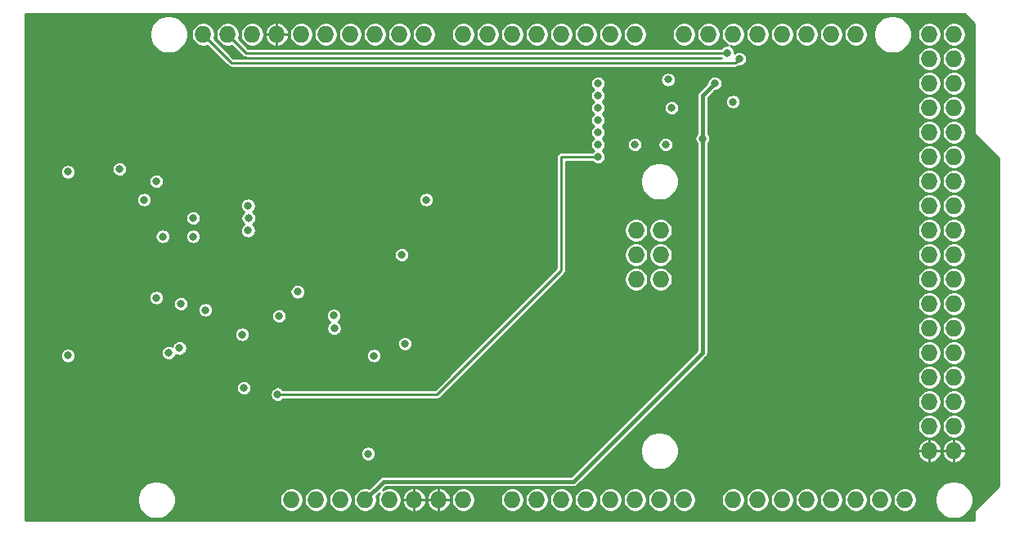
<source format=gbr>
%TF.GenerationSoftware,KiCad,Pcbnew,5.1.6*%
%TF.CreationDate,2020-09-04T11:32:19-04:00*%
%TF.ProjectId,rf-analyzer,72662d61-6e61-46c7-997a-65722e6b6963,rev?*%
%TF.SameCoordinates,Original*%
%TF.FileFunction,Copper,L2,Inr*%
%TF.FilePolarity,Positive*%
%FSLAX46Y46*%
G04 Gerber Fmt 4.6, Leading zero omitted, Abs format (unit mm)*
G04 Created by KiCad (PCBNEW 5.1.6) date 2020-09-04 11:32:19*
%MOMM*%
%LPD*%
G01*
G04 APERTURE LIST*
%TA.AperFunction,ViaPad*%
%ADD10O,1.727200X1.727200*%
%TD*%
%TA.AperFunction,ViaPad*%
%ADD11C,0.800000*%
%TD*%
%TA.AperFunction,Conductor*%
%ADD12C,0.250000*%
%TD*%
%TA.AperFunction,Conductor*%
%ADD13C,0.400000*%
%TD*%
%TA.AperFunction,Conductor*%
%ADD14C,0.254000*%
%TD*%
G04 APERTURE END LIST*
D10*
%TO.N,N/C*%
%TO.C,XA1*%
X163957000Y-101600000D03*
%TO.N,GNDA*%
X196850000Y-124460000D03*
X194310000Y-124460000D03*
%TO.N,N/C*%
X196850000Y-121920000D03*
X194310000Y-121920000D03*
X196850000Y-119380000D03*
X194310000Y-119380000D03*
X196850000Y-116840000D03*
X194310000Y-116840000D03*
X196850000Y-114300000D03*
X194310000Y-114300000D03*
X196850000Y-111760000D03*
X194310000Y-111760000D03*
X196850000Y-109220000D03*
X194310000Y-109220000D03*
X196850000Y-106680000D03*
X194310000Y-106680000D03*
X196850000Y-104140000D03*
X194310000Y-104140000D03*
X196850000Y-101600000D03*
X194310000Y-101600000D03*
X196850000Y-99060000D03*
X194310000Y-99060000D03*
X196850000Y-96520000D03*
X194310000Y-96520000D03*
X196850000Y-93980000D03*
X194310000Y-93980000D03*
X196850000Y-91440000D03*
X194310000Y-91440000D03*
X196850000Y-88900000D03*
X194310000Y-88900000D03*
X196850000Y-86360000D03*
X194310000Y-86360000D03*
X196850000Y-83820000D03*
%TO.N,freq_count*%
X194310000Y-83820000D03*
%TO.N,+5V*%
X196850000Y-81280000D03*
X194310000Y-81280000D03*
%TO.N,N/C*%
X191770000Y-129540000D03*
X189230000Y-129540000D03*
X186690000Y-129540000D03*
X184150000Y-129540000D03*
X181610000Y-129540000D03*
X179070000Y-129540000D03*
X176530000Y-129540000D03*
X173990000Y-129540000D03*
X168910000Y-129540000D03*
X166370000Y-129540000D03*
X163830000Y-129540000D03*
X161290000Y-129540000D03*
X158750000Y-129540000D03*
X156210000Y-129540000D03*
X153670000Y-129540000D03*
%TO.N,*%
X128270000Y-129540000D03*
%TO.N,N/C*%
X134366000Y-81280000D03*
X131826000Y-81280000D03*
X129286000Y-81280000D03*
X124206000Y-81280000D03*
%TO.N,SDA*%
X121666000Y-81280000D03*
%TO.N,SCL*%
X119126000Y-81280000D03*
%TO.N,N/C*%
X136906000Y-81280000D03*
X139446000Y-81280000D03*
X141986000Y-81280000D03*
%TO.N,GNDA*%
X126746000Y-81280000D03*
%TO.N,N/C*%
X146050000Y-81280000D03*
X148590000Y-81280000D03*
X151130000Y-81280000D03*
X153670000Y-81280000D03*
X156210000Y-81280000D03*
X158750000Y-81280000D03*
X161290000Y-81280000D03*
X163830000Y-81280000D03*
X168910000Y-81280000D03*
X171450000Y-81280000D03*
X173990000Y-81280000D03*
X176530000Y-81280000D03*
X179070000Y-81280000D03*
X181610000Y-81280000D03*
X184150000Y-81280000D03*
X186690000Y-81280000D03*
X130810000Y-129540000D03*
X133350000Y-129540000D03*
%TO.N,+3V3*%
X135890000Y-129540000D03*
%TO.N,+5V*%
X138430000Y-129540000D03*
%TO.N,GNDA*%
X140970000Y-129540000D03*
X143510000Y-129540000D03*
%TO.N,N/C*%
X146050000Y-129540000D03*
X151130000Y-129540000D03*
X166497000Y-101600000D03*
X163957000Y-104140000D03*
X166497000Y-104140000D03*
X166497000Y-106680000D03*
X163957000Y-106680000D03*
%TD*%
D11*
%TO.N,GNDA*%
X106680000Y-85090000D03*
X115570000Y-85090000D03*
X121285000Y-85090000D03*
X127635000Y-85090000D03*
X133350000Y-85090000D03*
X139700000Y-85090000D03*
X145415000Y-85090000D03*
X151130000Y-85090000D03*
X154940000Y-93980000D03*
X160020000Y-95250000D03*
X160020000Y-97790000D03*
X160020000Y-100965000D03*
X160020000Y-105410000D03*
X160020000Y-111125000D03*
X160020000Y-117475000D03*
X160020000Y-123190000D03*
X157480000Y-125730000D03*
X111125000Y-85090000D03*
X151765000Y-125730000D03*
X145415000Y-125730000D03*
X139700000Y-125730000D03*
X133985000Y-125730000D03*
X127635000Y-125730000D03*
X121285000Y-125730000D03*
X115570000Y-125730000D03*
X106680000Y-125730000D03*
X111125000Y-125730000D03*
X106680000Y-122555000D03*
X106680000Y-116840000D03*
X106680000Y-111125000D03*
X106680000Y-105410000D03*
X106680000Y-99060000D03*
X106680000Y-93345000D03*
X102870000Y-125095000D03*
X102870000Y-85725000D03*
X181610000Y-83820000D03*
X181610000Y-95885000D03*
X181610000Y-111125000D03*
X181610000Y-122555000D03*
X166370000Y-113665000D03*
X121285000Y-109855000D03*
X128270000Y-113030000D03*
%TO.N,+5V*%
X127000000Y-110490000D03*
X119380000Y-109855000D03*
X118110000Y-100330000D03*
X123360000Y-117940000D03*
X140015000Y-113350000D03*
X139700000Y-104140000D03*
X114300000Y-108585000D03*
X136220000Y-124765000D03*
X173990000Y-88265000D03*
X167255000Y-85975000D03*
X167640000Y-88900000D03*
%TO.N,Net-(C10-Pad2)*%
X115570000Y-114300000D03*
X105125000Y-114585000D03*
%TO.N,fwd_sig*%
X113030000Y-98425000D03*
X116690000Y-113815000D03*
%TO.N,Net-(C16-Pad2)*%
X110490000Y-95250000D03*
X105125000Y-95535000D03*
%TO.N,refl_sig*%
X123190000Y-112395000D03*
X118110000Y-102235000D03*
X114935000Y-102235000D03*
X114300000Y-96520000D03*
%TO.N,fwd_sig_dc*%
X116840000Y-109220000D03*
X136820000Y-114595000D03*
%TO.N,Net-(C22-Pad2)*%
X167005000Y-92710000D03*
%TO.N,fwd_pwr*%
X126845000Y-118590000D03*
X160020000Y-93980000D03*
%TO.N,Net-(C27-Pad2)*%
X163830000Y-92710000D03*
%TO.N,freq_count*%
X142240000Y-98425000D03*
%TO.N,+3V3*%
X170815000Y-92075000D03*
X172085000Y-86360000D03*
%TO.N,SCL*%
X174625000Y-83820000D03*
%TO.N,SDA*%
X173355000Y-83185000D03*
%TO.N,mag*%
X123795000Y-99030000D03*
X160020000Y-86360000D03*
%TO.N,vref*%
X123825000Y-100330000D03*
X160020000Y-87630000D03*
%TO.N,phase*%
X123795000Y-101630000D03*
X160020000Y-88900000D03*
%TO.N,shft_mag*%
X128905000Y-107977500D03*
X160020000Y-90170000D03*
%TO.N,shft_vref*%
X132670000Y-110445000D03*
X160020000Y-91440000D03*
%TO.N,shft_phase*%
X132700000Y-111745000D03*
X160020000Y-92710000D03*
%TD*%
D12*
%TO.N,Net-(C10-Pad2)*%
X115570000Y-114300000D02*
X115570000Y-114300000D01*
%TO.N,Net-(C16-Pad2)*%
X110490000Y-95250000D02*
X110490000Y-95250000D01*
%TO.N,fwd_pwr*%
X126845000Y-118590000D02*
X143355000Y-118590000D01*
X143355000Y-118590000D02*
X156210000Y-105735000D01*
X156210000Y-105735000D02*
X156210000Y-93980000D01*
X156210000Y-93980000D02*
X160020000Y-93980000D01*
X160020000Y-93980000D02*
X160020000Y-93980000D01*
D13*
%TO.N,+3V3*%
X135890000Y-129540000D02*
X137795000Y-127635000D01*
X137795000Y-127635000D02*
X157480000Y-127635000D01*
X157480000Y-127635000D02*
X160655000Y-124460000D01*
X160655000Y-124460000D02*
X170815000Y-114300000D01*
X170815000Y-114300000D02*
X170815000Y-92710000D01*
X170815000Y-92710000D02*
X170815000Y-92075000D01*
X170815000Y-92075000D02*
X170815000Y-92075000D01*
X170815000Y-92075000D02*
X170815000Y-87630000D01*
X170815000Y-87630000D02*
X172085000Y-86360000D01*
X172085000Y-86360000D02*
X172085000Y-86360000D01*
D12*
%TO.N,SCL*%
X122065999Y-84219999D02*
X119126000Y-81280000D01*
X174225001Y-84219999D02*
X122065999Y-84219999D01*
X174625000Y-83820000D02*
X174225001Y-84219999D01*
%TO.N,SDA*%
X123571000Y-83185000D02*
X121666000Y-81280000D01*
X173355000Y-83185000D02*
X123571000Y-83185000D01*
%TD*%
D14*
%TO.N,GNDA*%
G36*
X198958000Y-80188940D02*
G01*
X198958001Y-91418772D01*
X198955910Y-91440000D01*
X198961131Y-91493000D01*
X198964252Y-91524687D01*
X198988954Y-91606119D01*
X199029068Y-91681167D01*
X199083053Y-91746948D01*
X199099537Y-91760476D01*
X201498000Y-94158940D01*
X201498001Y-128091059D01*
X199099542Y-130489519D01*
X199083052Y-130503052D01*
X199029067Y-130568834D01*
X198988953Y-130643882D01*
X198964251Y-130725314D01*
X198958313Y-130785600D01*
X198955910Y-130810000D01*
X198958000Y-130831218D01*
X198958001Y-131648000D01*
X100762000Y-131648000D01*
X100762000Y-129344790D01*
X112318000Y-129344790D01*
X112318000Y-129735210D01*
X112394167Y-130118128D01*
X112543574Y-130478829D01*
X112760480Y-130803451D01*
X113036549Y-131079520D01*
X113361171Y-131296426D01*
X113721872Y-131445833D01*
X114104790Y-131522000D01*
X114495210Y-131522000D01*
X114878128Y-131445833D01*
X115238829Y-131296426D01*
X115563451Y-131079520D01*
X115839520Y-130803451D01*
X116056426Y-130478829D01*
X116205833Y-130118128D01*
X116282000Y-129735210D01*
X116282000Y-129417319D01*
X127024400Y-129417319D01*
X127024400Y-129662681D01*
X127072268Y-129903328D01*
X127166164Y-130130013D01*
X127302479Y-130334024D01*
X127475976Y-130507521D01*
X127679987Y-130643836D01*
X127906672Y-130737732D01*
X128147319Y-130785600D01*
X128392681Y-130785600D01*
X128633328Y-130737732D01*
X128860013Y-130643836D01*
X129064024Y-130507521D01*
X129237521Y-130334024D01*
X129373836Y-130130013D01*
X129467732Y-129903328D01*
X129515600Y-129662681D01*
X129515600Y-129417319D01*
X129564400Y-129417319D01*
X129564400Y-129662681D01*
X129612268Y-129903328D01*
X129706164Y-130130013D01*
X129842479Y-130334024D01*
X130015976Y-130507521D01*
X130219987Y-130643836D01*
X130446672Y-130737732D01*
X130687319Y-130785600D01*
X130932681Y-130785600D01*
X131173328Y-130737732D01*
X131400013Y-130643836D01*
X131604024Y-130507521D01*
X131777521Y-130334024D01*
X131913836Y-130130013D01*
X132007732Y-129903328D01*
X132055600Y-129662681D01*
X132055600Y-129417319D01*
X132104400Y-129417319D01*
X132104400Y-129662681D01*
X132152268Y-129903328D01*
X132246164Y-130130013D01*
X132382479Y-130334024D01*
X132555976Y-130507521D01*
X132759987Y-130643836D01*
X132986672Y-130737732D01*
X133227319Y-130785600D01*
X133472681Y-130785600D01*
X133713328Y-130737732D01*
X133940013Y-130643836D01*
X134144024Y-130507521D01*
X134317521Y-130334024D01*
X134453836Y-130130013D01*
X134547732Y-129903328D01*
X134595600Y-129662681D01*
X134595600Y-129417319D01*
X134644400Y-129417319D01*
X134644400Y-129662681D01*
X134692268Y-129903328D01*
X134786164Y-130130013D01*
X134922479Y-130334024D01*
X135095976Y-130507521D01*
X135299987Y-130643836D01*
X135526672Y-130737732D01*
X135767319Y-130785600D01*
X136012681Y-130785600D01*
X136253328Y-130737732D01*
X136480013Y-130643836D01*
X136684024Y-130507521D01*
X136857521Y-130334024D01*
X136993836Y-130130013D01*
X137087732Y-129903328D01*
X137135600Y-129662681D01*
X137135600Y-129417319D01*
X137087732Y-129176672D01*
X137084413Y-129168659D01*
X137372638Y-128880434D01*
X137326164Y-128949987D01*
X137232268Y-129176672D01*
X137184400Y-129417319D01*
X137184400Y-129662681D01*
X137232268Y-129903328D01*
X137326164Y-130130013D01*
X137462479Y-130334024D01*
X137635976Y-130507521D01*
X137839987Y-130643836D01*
X138066672Y-130737732D01*
X138307319Y-130785600D01*
X138552681Y-130785600D01*
X138793328Y-130737732D01*
X139020013Y-130643836D01*
X139224024Y-130507521D01*
X139397521Y-130334024D01*
X139533836Y-130130013D01*
X139627732Y-129903328D01*
X139661145Y-129735349D01*
X139739814Y-129735349D01*
X139758699Y-129830293D01*
X139838607Y-130061028D01*
X139961994Y-130271740D01*
X140124118Y-130454332D01*
X140318749Y-130601787D01*
X140538407Y-130708438D01*
X140774651Y-130770186D01*
X140969500Y-130690100D01*
X140969500Y-129540500D01*
X140970500Y-129540500D01*
X140970500Y-130690100D01*
X141165349Y-130770186D01*
X141401593Y-130708438D01*
X141621251Y-130601787D01*
X141815882Y-130454332D01*
X141978006Y-130271740D01*
X142101393Y-130061028D01*
X142181301Y-129830293D01*
X142200186Y-129735349D01*
X142279814Y-129735349D01*
X142298699Y-129830293D01*
X142378607Y-130061028D01*
X142501994Y-130271740D01*
X142664118Y-130454332D01*
X142858749Y-130601787D01*
X143078407Y-130708438D01*
X143314651Y-130770186D01*
X143509500Y-130690100D01*
X143509500Y-129540500D01*
X143510500Y-129540500D01*
X143510500Y-130690100D01*
X143705349Y-130770186D01*
X143941593Y-130708438D01*
X144161251Y-130601787D01*
X144355882Y-130454332D01*
X144518006Y-130271740D01*
X144641393Y-130061028D01*
X144721301Y-129830293D01*
X144740186Y-129735349D01*
X144660100Y-129540500D01*
X143510500Y-129540500D01*
X143509500Y-129540500D01*
X142359900Y-129540500D01*
X142279814Y-129735349D01*
X142200186Y-129735349D01*
X142120100Y-129540500D01*
X140970500Y-129540500D01*
X140969500Y-129540500D01*
X139819900Y-129540500D01*
X139739814Y-129735349D01*
X139661145Y-129735349D01*
X139675600Y-129662681D01*
X139675600Y-129417319D01*
X139661146Y-129344651D01*
X139739814Y-129344651D01*
X139819900Y-129539500D01*
X140969500Y-129539500D01*
X140969500Y-128389900D01*
X140970500Y-128389900D01*
X140970500Y-129539500D01*
X142120100Y-129539500D01*
X142200186Y-129344651D01*
X142279814Y-129344651D01*
X142359900Y-129539500D01*
X143509500Y-129539500D01*
X143509500Y-128389900D01*
X143510500Y-128389900D01*
X143510500Y-129539500D01*
X144660100Y-129539500D01*
X144710318Y-129417319D01*
X144804400Y-129417319D01*
X144804400Y-129662681D01*
X144852268Y-129903328D01*
X144946164Y-130130013D01*
X145082479Y-130334024D01*
X145255976Y-130507521D01*
X145459987Y-130643836D01*
X145686672Y-130737732D01*
X145927319Y-130785600D01*
X146172681Y-130785600D01*
X146413328Y-130737732D01*
X146640013Y-130643836D01*
X146844024Y-130507521D01*
X147017521Y-130334024D01*
X147153836Y-130130013D01*
X147247732Y-129903328D01*
X147295600Y-129662681D01*
X147295600Y-129417319D01*
X149884400Y-129417319D01*
X149884400Y-129662681D01*
X149932268Y-129903328D01*
X150026164Y-130130013D01*
X150162479Y-130334024D01*
X150335976Y-130507521D01*
X150539987Y-130643836D01*
X150766672Y-130737732D01*
X151007319Y-130785600D01*
X151252681Y-130785600D01*
X151493328Y-130737732D01*
X151720013Y-130643836D01*
X151924024Y-130507521D01*
X152097521Y-130334024D01*
X152233836Y-130130013D01*
X152327732Y-129903328D01*
X152375600Y-129662681D01*
X152375600Y-129417319D01*
X152424400Y-129417319D01*
X152424400Y-129662681D01*
X152472268Y-129903328D01*
X152566164Y-130130013D01*
X152702479Y-130334024D01*
X152875976Y-130507521D01*
X153079987Y-130643836D01*
X153306672Y-130737732D01*
X153547319Y-130785600D01*
X153792681Y-130785600D01*
X154033328Y-130737732D01*
X154260013Y-130643836D01*
X154464024Y-130507521D01*
X154637521Y-130334024D01*
X154773836Y-130130013D01*
X154867732Y-129903328D01*
X154915600Y-129662681D01*
X154915600Y-129417319D01*
X154964400Y-129417319D01*
X154964400Y-129662681D01*
X155012268Y-129903328D01*
X155106164Y-130130013D01*
X155242479Y-130334024D01*
X155415976Y-130507521D01*
X155619987Y-130643836D01*
X155846672Y-130737732D01*
X156087319Y-130785600D01*
X156332681Y-130785600D01*
X156573328Y-130737732D01*
X156800013Y-130643836D01*
X157004024Y-130507521D01*
X157177521Y-130334024D01*
X157313836Y-130130013D01*
X157407732Y-129903328D01*
X157455600Y-129662681D01*
X157455600Y-129417319D01*
X157504400Y-129417319D01*
X157504400Y-129662681D01*
X157552268Y-129903328D01*
X157646164Y-130130013D01*
X157782479Y-130334024D01*
X157955976Y-130507521D01*
X158159987Y-130643836D01*
X158386672Y-130737732D01*
X158627319Y-130785600D01*
X158872681Y-130785600D01*
X159113328Y-130737732D01*
X159340013Y-130643836D01*
X159544024Y-130507521D01*
X159717521Y-130334024D01*
X159853836Y-130130013D01*
X159947732Y-129903328D01*
X159995600Y-129662681D01*
X159995600Y-129417319D01*
X160044400Y-129417319D01*
X160044400Y-129662681D01*
X160092268Y-129903328D01*
X160186164Y-130130013D01*
X160322479Y-130334024D01*
X160495976Y-130507521D01*
X160699987Y-130643836D01*
X160926672Y-130737732D01*
X161167319Y-130785600D01*
X161412681Y-130785600D01*
X161653328Y-130737732D01*
X161880013Y-130643836D01*
X162084024Y-130507521D01*
X162257521Y-130334024D01*
X162393836Y-130130013D01*
X162487732Y-129903328D01*
X162535600Y-129662681D01*
X162535600Y-129417319D01*
X162584400Y-129417319D01*
X162584400Y-129662681D01*
X162632268Y-129903328D01*
X162726164Y-130130013D01*
X162862479Y-130334024D01*
X163035976Y-130507521D01*
X163239987Y-130643836D01*
X163466672Y-130737732D01*
X163707319Y-130785600D01*
X163952681Y-130785600D01*
X164193328Y-130737732D01*
X164420013Y-130643836D01*
X164624024Y-130507521D01*
X164797521Y-130334024D01*
X164933836Y-130130013D01*
X165027732Y-129903328D01*
X165075600Y-129662681D01*
X165075600Y-129417319D01*
X165124400Y-129417319D01*
X165124400Y-129662681D01*
X165172268Y-129903328D01*
X165266164Y-130130013D01*
X165402479Y-130334024D01*
X165575976Y-130507521D01*
X165779987Y-130643836D01*
X166006672Y-130737732D01*
X166247319Y-130785600D01*
X166492681Y-130785600D01*
X166733328Y-130737732D01*
X166960013Y-130643836D01*
X167164024Y-130507521D01*
X167337521Y-130334024D01*
X167473836Y-130130013D01*
X167567732Y-129903328D01*
X167615600Y-129662681D01*
X167615600Y-129417319D01*
X167664400Y-129417319D01*
X167664400Y-129662681D01*
X167712268Y-129903328D01*
X167806164Y-130130013D01*
X167942479Y-130334024D01*
X168115976Y-130507521D01*
X168319987Y-130643836D01*
X168546672Y-130737732D01*
X168787319Y-130785600D01*
X169032681Y-130785600D01*
X169273328Y-130737732D01*
X169500013Y-130643836D01*
X169704024Y-130507521D01*
X169877521Y-130334024D01*
X170013836Y-130130013D01*
X170107732Y-129903328D01*
X170155600Y-129662681D01*
X170155600Y-129417319D01*
X172744400Y-129417319D01*
X172744400Y-129662681D01*
X172792268Y-129903328D01*
X172886164Y-130130013D01*
X173022479Y-130334024D01*
X173195976Y-130507521D01*
X173399987Y-130643836D01*
X173626672Y-130737732D01*
X173867319Y-130785600D01*
X174112681Y-130785600D01*
X174353328Y-130737732D01*
X174580013Y-130643836D01*
X174784024Y-130507521D01*
X174957521Y-130334024D01*
X175093836Y-130130013D01*
X175187732Y-129903328D01*
X175235600Y-129662681D01*
X175235600Y-129417319D01*
X175284400Y-129417319D01*
X175284400Y-129662681D01*
X175332268Y-129903328D01*
X175426164Y-130130013D01*
X175562479Y-130334024D01*
X175735976Y-130507521D01*
X175939987Y-130643836D01*
X176166672Y-130737732D01*
X176407319Y-130785600D01*
X176652681Y-130785600D01*
X176893328Y-130737732D01*
X177120013Y-130643836D01*
X177324024Y-130507521D01*
X177497521Y-130334024D01*
X177633836Y-130130013D01*
X177727732Y-129903328D01*
X177775600Y-129662681D01*
X177775600Y-129417319D01*
X177824400Y-129417319D01*
X177824400Y-129662681D01*
X177872268Y-129903328D01*
X177966164Y-130130013D01*
X178102479Y-130334024D01*
X178275976Y-130507521D01*
X178479987Y-130643836D01*
X178706672Y-130737732D01*
X178947319Y-130785600D01*
X179192681Y-130785600D01*
X179433328Y-130737732D01*
X179660013Y-130643836D01*
X179864024Y-130507521D01*
X180037521Y-130334024D01*
X180173836Y-130130013D01*
X180267732Y-129903328D01*
X180315600Y-129662681D01*
X180315600Y-129417319D01*
X180364400Y-129417319D01*
X180364400Y-129662681D01*
X180412268Y-129903328D01*
X180506164Y-130130013D01*
X180642479Y-130334024D01*
X180815976Y-130507521D01*
X181019987Y-130643836D01*
X181246672Y-130737732D01*
X181487319Y-130785600D01*
X181732681Y-130785600D01*
X181973328Y-130737732D01*
X182200013Y-130643836D01*
X182404024Y-130507521D01*
X182577521Y-130334024D01*
X182713836Y-130130013D01*
X182807732Y-129903328D01*
X182855600Y-129662681D01*
X182855600Y-129417319D01*
X182904400Y-129417319D01*
X182904400Y-129662681D01*
X182952268Y-129903328D01*
X183046164Y-130130013D01*
X183182479Y-130334024D01*
X183355976Y-130507521D01*
X183559987Y-130643836D01*
X183786672Y-130737732D01*
X184027319Y-130785600D01*
X184272681Y-130785600D01*
X184513328Y-130737732D01*
X184740013Y-130643836D01*
X184944024Y-130507521D01*
X185117521Y-130334024D01*
X185253836Y-130130013D01*
X185347732Y-129903328D01*
X185395600Y-129662681D01*
X185395600Y-129417319D01*
X185444400Y-129417319D01*
X185444400Y-129662681D01*
X185492268Y-129903328D01*
X185586164Y-130130013D01*
X185722479Y-130334024D01*
X185895976Y-130507521D01*
X186099987Y-130643836D01*
X186326672Y-130737732D01*
X186567319Y-130785600D01*
X186812681Y-130785600D01*
X187053328Y-130737732D01*
X187280013Y-130643836D01*
X187484024Y-130507521D01*
X187657521Y-130334024D01*
X187793836Y-130130013D01*
X187887732Y-129903328D01*
X187935600Y-129662681D01*
X187935600Y-129417319D01*
X187984400Y-129417319D01*
X187984400Y-129662681D01*
X188032268Y-129903328D01*
X188126164Y-130130013D01*
X188262479Y-130334024D01*
X188435976Y-130507521D01*
X188639987Y-130643836D01*
X188866672Y-130737732D01*
X189107319Y-130785600D01*
X189352681Y-130785600D01*
X189593328Y-130737732D01*
X189820013Y-130643836D01*
X190024024Y-130507521D01*
X190197521Y-130334024D01*
X190333836Y-130130013D01*
X190427732Y-129903328D01*
X190475600Y-129662681D01*
X190475600Y-129417319D01*
X190524400Y-129417319D01*
X190524400Y-129662681D01*
X190572268Y-129903328D01*
X190666164Y-130130013D01*
X190802479Y-130334024D01*
X190975976Y-130507521D01*
X191179987Y-130643836D01*
X191406672Y-130737732D01*
X191647319Y-130785600D01*
X191892681Y-130785600D01*
X192133328Y-130737732D01*
X192360013Y-130643836D01*
X192564024Y-130507521D01*
X192737521Y-130334024D01*
X192873836Y-130130013D01*
X192967732Y-129903328D01*
X193015600Y-129662681D01*
X193015600Y-129417319D01*
X193001173Y-129344790D01*
X194868000Y-129344790D01*
X194868000Y-129735210D01*
X194944167Y-130118128D01*
X195093574Y-130478829D01*
X195310480Y-130803451D01*
X195586549Y-131079520D01*
X195911171Y-131296426D01*
X196271872Y-131445833D01*
X196654790Y-131522000D01*
X197045210Y-131522000D01*
X197428128Y-131445833D01*
X197788829Y-131296426D01*
X198113451Y-131079520D01*
X198389520Y-130803451D01*
X198606426Y-130478829D01*
X198755833Y-130118128D01*
X198832000Y-129735210D01*
X198832000Y-129344790D01*
X198755833Y-128961872D01*
X198606426Y-128601171D01*
X198389520Y-128276549D01*
X198113451Y-128000480D01*
X197788829Y-127783574D01*
X197428128Y-127634167D01*
X197045210Y-127558000D01*
X196654790Y-127558000D01*
X196271872Y-127634167D01*
X195911171Y-127783574D01*
X195586549Y-128000480D01*
X195310480Y-128276549D01*
X195093574Y-128601171D01*
X194944167Y-128961872D01*
X194868000Y-129344790D01*
X193001173Y-129344790D01*
X192967732Y-129176672D01*
X192873836Y-128949987D01*
X192737521Y-128745976D01*
X192564024Y-128572479D01*
X192360013Y-128436164D01*
X192133328Y-128342268D01*
X191892681Y-128294400D01*
X191647319Y-128294400D01*
X191406672Y-128342268D01*
X191179987Y-128436164D01*
X190975976Y-128572479D01*
X190802479Y-128745976D01*
X190666164Y-128949987D01*
X190572268Y-129176672D01*
X190524400Y-129417319D01*
X190475600Y-129417319D01*
X190427732Y-129176672D01*
X190333836Y-128949987D01*
X190197521Y-128745976D01*
X190024024Y-128572479D01*
X189820013Y-128436164D01*
X189593328Y-128342268D01*
X189352681Y-128294400D01*
X189107319Y-128294400D01*
X188866672Y-128342268D01*
X188639987Y-128436164D01*
X188435976Y-128572479D01*
X188262479Y-128745976D01*
X188126164Y-128949987D01*
X188032268Y-129176672D01*
X187984400Y-129417319D01*
X187935600Y-129417319D01*
X187887732Y-129176672D01*
X187793836Y-128949987D01*
X187657521Y-128745976D01*
X187484024Y-128572479D01*
X187280013Y-128436164D01*
X187053328Y-128342268D01*
X186812681Y-128294400D01*
X186567319Y-128294400D01*
X186326672Y-128342268D01*
X186099987Y-128436164D01*
X185895976Y-128572479D01*
X185722479Y-128745976D01*
X185586164Y-128949987D01*
X185492268Y-129176672D01*
X185444400Y-129417319D01*
X185395600Y-129417319D01*
X185347732Y-129176672D01*
X185253836Y-128949987D01*
X185117521Y-128745976D01*
X184944024Y-128572479D01*
X184740013Y-128436164D01*
X184513328Y-128342268D01*
X184272681Y-128294400D01*
X184027319Y-128294400D01*
X183786672Y-128342268D01*
X183559987Y-128436164D01*
X183355976Y-128572479D01*
X183182479Y-128745976D01*
X183046164Y-128949987D01*
X182952268Y-129176672D01*
X182904400Y-129417319D01*
X182855600Y-129417319D01*
X182807732Y-129176672D01*
X182713836Y-128949987D01*
X182577521Y-128745976D01*
X182404024Y-128572479D01*
X182200013Y-128436164D01*
X181973328Y-128342268D01*
X181732681Y-128294400D01*
X181487319Y-128294400D01*
X181246672Y-128342268D01*
X181019987Y-128436164D01*
X180815976Y-128572479D01*
X180642479Y-128745976D01*
X180506164Y-128949987D01*
X180412268Y-129176672D01*
X180364400Y-129417319D01*
X180315600Y-129417319D01*
X180267732Y-129176672D01*
X180173836Y-128949987D01*
X180037521Y-128745976D01*
X179864024Y-128572479D01*
X179660013Y-128436164D01*
X179433328Y-128342268D01*
X179192681Y-128294400D01*
X178947319Y-128294400D01*
X178706672Y-128342268D01*
X178479987Y-128436164D01*
X178275976Y-128572479D01*
X178102479Y-128745976D01*
X177966164Y-128949987D01*
X177872268Y-129176672D01*
X177824400Y-129417319D01*
X177775600Y-129417319D01*
X177727732Y-129176672D01*
X177633836Y-128949987D01*
X177497521Y-128745976D01*
X177324024Y-128572479D01*
X177120013Y-128436164D01*
X176893328Y-128342268D01*
X176652681Y-128294400D01*
X176407319Y-128294400D01*
X176166672Y-128342268D01*
X175939987Y-128436164D01*
X175735976Y-128572479D01*
X175562479Y-128745976D01*
X175426164Y-128949987D01*
X175332268Y-129176672D01*
X175284400Y-129417319D01*
X175235600Y-129417319D01*
X175187732Y-129176672D01*
X175093836Y-128949987D01*
X174957521Y-128745976D01*
X174784024Y-128572479D01*
X174580013Y-128436164D01*
X174353328Y-128342268D01*
X174112681Y-128294400D01*
X173867319Y-128294400D01*
X173626672Y-128342268D01*
X173399987Y-128436164D01*
X173195976Y-128572479D01*
X173022479Y-128745976D01*
X172886164Y-128949987D01*
X172792268Y-129176672D01*
X172744400Y-129417319D01*
X170155600Y-129417319D01*
X170107732Y-129176672D01*
X170013836Y-128949987D01*
X169877521Y-128745976D01*
X169704024Y-128572479D01*
X169500013Y-128436164D01*
X169273328Y-128342268D01*
X169032681Y-128294400D01*
X168787319Y-128294400D01*
X168546672Y-128342268D01*
X168319987Y-128436164D01*
X168115976Y-128572479D01*
X167942479Y-128745976D01*
X167806164Y-128949987D01*
X167712268Y-129176672D01*
X167664400Y-129417319D01*
X167615600Y-129417319D01*
X167567732Y-129176672D01*
X167473836Y-128949987D01*
X167337521Y-128745976D01*
X167164024Y-128572479D01*
X166960013Y-128436164D01*
X166733328Y-128342268D01*
X166492681Y-128294400D01*
X166247319Y-128294400D01*
X166006672Y-128342268D01*
X165779987Y-128436164D01*
X165575976Y-128572479D01*
X165402479Y-128745976D01*
X165266164Y-128949987D01*
X165172268Y-129176672D01*
X165124400Y-129417319D01*
X165075600Y-129417319D01*
X165027732Y-129176672D01*
X164933836Y-128949987D01*
X164797521Y-128745976D01*
X164624024Y-128572479D01*
X164420013Y-128436164D01*
X164193328Y-128342268D01*
X163952681Y-128294400D01*
X163707319Y-128294400D01*
X163466672Y-128342268D01*
X163239987Y-128436164D01*
X163035976Y-128572479D01*
X162862479Y-128745976D01*
X162726164Y-128949987D01*
X162632268Y-129176672D01*
X162584400Y-129417319D01*
X162535600Y-129417319D01*
X162487732Y-129176672D01*
X162393836Y-128949987D01*
X162257521Y-128745976D01*
X162084024Y-128572479D01*
X161880013Y-128436164D01*
X161653328Y-128342268D01*
X161412681Y-128294400D01*
X161167319Y-128294400D01*
X160926672Y-128342268D01*
X160699987Y-128436164D01*
X160495976Y-128572479D01*
X160322479Y-128745976D01*
X160186164Y-128949987D01*
X160092268Y-129176672D01*
X160044400Y-129417319D01*
X159995600Y-129417319D01*
X159947732Y-129176672D01*
X159853836Y-128949987D01*
X159717521Y-128745976D01*
X159544024Y-128572479D01*
X159340013Y-128436164D01*
X159113328Y-128342268D01*
X158872681Y-128294400D01*
X158627319Y-128294400D01*
X158386672Y-128342268D01*
X158159987Y-128436164D01*
X157955976Y-128572479D01*
X157782479Y-128745976D01*
X157646164Y-128949987D01*
X157552268Y-129176672D01*
X157504400Y-129417319D01*
X157455600Y-129417319D01*
X157407732Y-129176672D01*
X157313836Y-128949987D01*
X157177521Y-128745976D01*
X157004024Y-128572479D01*
X156800013Y-128436164D01*
X156573328Y-128342268D01*
X156332681Y-128294400D01*
X156087319Y-128294400D01*
X155846672Y-128342268D01*
X155619987Y-128436164D01*
X155415976Y-128572479D01*
X155242479Y-128745976D01*
X155106164Y-128949987D01*
X155012268Y-129176672D01*
X154964400Y-129417319D01*
X154915600Y-129417319D01*
X154867732Y-129176672D01*
X154773836Y-128949987D01*
X154637521Y-128745976D01*
X154464024Y-128572479D01*
X154260013Y-128436164D01*
X154033328Y-128342268D01*
X153792681Y-128294400D01*
X153547319Y-128294400D01*
X153306672Y-128342268D01*
X153079987Y-128436164D01*
X152875976Y-128572479D01*
X152702479Y-128745976D01*
X152566164Y-128949987D01*
X152472268Y-129176672D01*
X152424400Y-129417319D01*
X152375600Y-129417319D01*
X152327732Y-129176672D01*
X152233836Y-128949987D01*
X152097521Y-128745976D01*
X151924024Y-128572479D01*
X151720013Y-128436164D01*
X151493328Y-128342268D01*
X151252681Y-128294400D01*
X151007319Y-128294400D01*
X150766672Y-128342268D01*
X150539987Y-128436164D01*
X150335976Y-128572479D01*
X150162479Y-128745976D01*
X150026164Y-128949987D01*
X149932268Y-129176672D01*
X149884400Y-129417319D01*
X147295600Y-129417319D01*
X147247732Y-129176672D01*
X147153836Y-128949987D01*
X147017521Y-128745976D01*
X146844024Y-128572479D01*
X146640013Y-128436164D01*
X146413328Y-128342268D01*
X146172681Y-128294400D01*
X145927319Y-128294400D01*
X145686672Y-128342268D01*
X145459987Y-128436164D01*
X145255976Y-128572479D01*
X145082479Y-128745976D01*
X144946164Y-128949987D01*
X144852268Y-129176672D01*
X144804400Y-129417319D01*
X144710318Y-129417319D01*
X144740186Y-129344651D01*
X144721301Y-129249707D01*
X144641393Y-129018972D01*
X144518006Y-128808260D01*
X144355882Y-128625668D01*
X144161251Y-128478213D01*
X143941593Y-128371562D01*
X143705349Y-128309814D01*
X143510500Y-128389900D01*
X143509500Y-128389900D01*
X143314651Y-128309814D01*
X143078407Y-128371562D01*
X142858749Y-128478213D01*
X142664118Y-128625668D01*
X142501994Y-128808260D01*
X142378607Y-129018972D01*
X142298699Y-129249707D01*
X142279814Y-129344651D01*
X142200186Y-129344651D01*
X142181301Y-129249707D01*
X142101393Y-129018972D01*
X141978006Y-128808260D01*
X141815882Y-128625668D01*
X141621251Y-128478213D01*
X141401593Y-128371562D01*
X141165349Y-128309814D01*
X140970500Y-128389900D01*
X140969500Y-128389900D01*
X140774651Y-128309814D01*
X140538407Y-128371562D01*
X140318749Y-128478213D01*
X140124118Y-128625668D01*
X139961994Y-128808260D01*
X139838607Y-129018972D01*
X139758699Y-129249707D01*
X139739814Y-129344651D01*
X139661146Y-129344651D01*
X139627732Y-129176672D01*
X139533836Y-128949987D01*
X139397521Y-128745976D01*
X139224024Y-128572479D01*
X139020013Y-128436164D01*
X138793328Y-128342268D01*
X138552681Y-128294400D01*
X138307319Y-128294400D01*
X138066672Y-128342268D01*
X137839987Y-128436164D01*
X137770435Y-128482637D01*
X138036072Y-128217000D01*
X157451419Y-128217000D01*
X157480000Y-128219815D01*
X157508581Y-128217000D01*
X157508592Y-128217000D01*
X157594092Y-128208579D01*
X157703799Y-128175300D01*
X157804906Y-128121257D01*
X157893527Y-128048527D01*
X157911756Y-128026315D01*
X161086753Y-124851319D01*
X161086758Y-124851313D01*
X161673281Y-124264790D01*
X164388000Y-124264790D01*
X164388000Y-124655210D01*
X164464167Y-125038128D01*
X164613574Y-125398829D01*
X164830480Y-125723451D01*
X165106549Y-125999520D01*
X165431171Y-126216426D01*
X165791872Y-126365833D01*
X166174790Y-126442000D01*
X166565210Y-126442000D01*
X166948128Y-126365833D01*
X167308829Y-126216426D01*
X167633451Y-125999520D01*
X167909520Y-125723451D01*
X168126426Y-125398829D01*
X168275833Y-125038128D01*
X168351972Y-124655349D01*
X193079814Y-124655349D01*
X193098699Y-124750293D01*
X193178607Y-124981028D01*
X193301994Y-125191740D01*
X193464118Y-125374332D01*
X193658749Y-125521787D01*
X193878407Y-125628438D01*
X194114651Y-125690186D01*
X194309500Y-125610100D01*
X194309500Y-124460500D01*
X194310500Y-124460500D01*
X194310500Y-125610100D01*
X194505349Y-125690186D01*
X194741593Y-125628438D01*
X194961251Y-125521787D01*
X195155882Y-125374332D01*
X195318006Y-125191740D01*
X195441393Y-124981028D01*
X195521301Y-124750293D01*
X195540186Y-124655349D01*
X195619814Y-124655349D01*
X195638699Y-124750293D01*
X195718607Y-124981028D01*
X195841994Y-125191740D01*
X196004118Y-125374332D01*
X196198749Y-125521787D01*
X196418407Y-125628438D01*
X196654651Y-125690186D01*
X196849500Y-125610100D01*
X196849500Y-124460500D01*
X196850500Y-124460500D01*
X196850500Y-125610100D01*
X197045349Y-125690186D01*
X197281593Y-125628438D01*
X197501251Y-125521787D01*
X197695882Y-125374332D01*
X197858006Y-125191740D01*
X197981393Y-124981028D01*
X198061301Y-124750293D01*
X198080186Y-124655349D01*
X198000100Y-124460500D01*
X196850500Y-124460500D01*
X196849500Y-124460500D01*
X195699900Y-124460500D01*
X195619814Y-124655349D01*
X195540186Y-124655349D01*
X195460100Y-124460500D01*
X194310500Y-124460500D01*
X194309500Y-124460500D01*
X193159900Y-124460500D01*
X193079814Y-124655349D01*
X168351972Y-124655349D01*
X168352000Y-124655210D01*
X168352000Y-124264790D01*
X168351973Y-124264651D01*
X193079814Y-124264651D01*
X193159900Y-124459500D01*
X194309500Y-124459500D01*
X194309500Y-123309900D01*
X194310500Y-123309900D01*
X194310500Y-124459500D01*
X195460100Y-124459500D01*
X195540186Y-124264651D01*
X195619814Y-124264651D01*
X195699900Y-124459500D01*
X196849500Y-124459500D01*
X196849500Y-123309900D01*
X196850500Y-123309900D01*
X196850500Y-124459500D01*
X198000100Y-124459500D01*
X198080186Y-124264651D01*
X198061301Y-124169707D01*
X197981393Y-123938972D01*
X197858006Y-123728260D01*
X197695882Y-123545668D01*
X197501251Y-123398213D01*
X197281593Y-123291562D01*
X197045349Y-123229814D01*
X196850500Y-123309900D01*
X196849500Y-123309900D01*
X196654651Y-123229814D01*
X196418407Y-123291562D01*
X196198749Y-123398213D01*
X196004118Y-123545668D01*
X195841994Y-123728260D01*
X195718607Y-123938972D01*
X195638699Y-124169707D01*
X195619814Y-124264651D01*
X195540186Y-124264651D01*
X195521301Y-124169707D01*
X195441393Y-123938972D01*
X195318006Y-123728260D01*
X195155882Y-123545668D01*
X194961251Y-123398213D01*
X194741593Y-123291562D01*
X194505349Y-123229814D01*
X194310500Y-123309900D01*
X194309500Y-123309900D01*
X194114651Y-123229814D01*
X193878407Y-123291562D01*
X193658749Y-123398213D01*
X193464118Y-123545668D01*
X193301994Y-123728260D01*
X193178607Y-123938972D01*
X193098699Y-124169707D01*
X193079814Y-124264651D01*
X168351973Y-124264651D01*
X168275833Y-123881872D01*
X168126426Y-123521171D01*
X167909520Y-123196549D01*
X167633451Y-122920480D01*
X167308829Y-122703574D01*
X166948128Y-122554167D01*
X166565210Y-122478000D01*
X166174790Y-122478000D01*
X165791872Y-122554167D01*
X165431171Y-122703574D01*
X165106549Y-122920480D01*
X164830480Y-123196549D01*
X164613574Y-123521171D01*
X164464167Y-123881872D01*
X164388000Y-124264790D01*
X161673281Y-124264790D01*
X164140752Y-121797319D01*
X193064400Y-121797319D01*
X193064400Y-122042681D01*
X193112268Y-122283328D01*
X193206164Y-122510013D01*
X193342479Y-122714024D01*
X193515976Y-122887521D01*
X193719987Y-123023836D01*
X193946672Y-123117732D01*
X194187319Y-123165600D01*
X194432681Y-123165600D01*
X194673328Y-123117732D01*
X194900013Y-123023836D01*
X195104024Y-122887521D01*
X195277521Y-122714024D01*
X195413836Y-122510013D01*
X195507732Y-122283328D01*
X195555600Y-122042681D01*
X195555600Y-121797319D01*
X195604400Y-121797319D01*
X195604400Y-122042681D01*
X195652268Y-122283328D01*
X195746164Y-122510013D01*
X195882479Y-122714024D01*
X196055976Y-122887521D01*
X196259987Y-123023836D01*
X196486672Y-123117732D01*
X196727319Y-123165600D01*
X196972681Y-123165600D01*
X197213328Y-123117732D01*
X197440013Y-123023836D01*
X197644024Y-122887521D01*
X197817521Y-122714024D01*
X197953836Y-122510013D01*
X198047732Y-122283328D01*
X198095600Y-122042681D01*
X198095600Y-121797319D01*
X198047732Y-121556672D01*
X197953836Y-121329987D01*
X197817521Y-121125976D01*
X197644024Y-120952479D01*
X197440013Y-120816164D01*
X197213328Y-120722268D01*
X196972681Y-120674400D01*
X196727319Y-120674400D01*
X196486672Y-120722268D01*
X196259987Y-120816164D01*
X196055976Y-120952479D01*
X195882479Y-121125976D01*
X195746164Y-121329987D01*
X195652268Y-121556672D01*
X195604400Y-121797319D01*
X195555600Y-121797319D01*
X195507732Y-121556672D01*
X195413836Y-121329987D01*
X195277521Y-121125976D01*
X195104024Y-120952479D01*
X194900013Y-120816164D01*
X194673328Y-120722268D01*
X194432681Y-120674400D01*
X194187319Y-120674400D01*
X193946672Y-120722268D01*
X193719987Y-120816164D01*
X193515976Y-120952479D01*
X193342479Y-121125976D01*
X193206164Y-121329987D01*
X193112268Y-121556672D01*
X193064400Y-121797319D01*
X164140752Y-121797319D01*
X166680752Y-119257319D01*
X193064400Y-119257319D01*
X193064400Y-119502681D01*
X193112268Y-119743328D01*
X193206164Y-119970013D01*
X193342479Y-120174024D01*
X193515976Y-120347521D01*
X193719987Y-120483836D01*
X193946672Y-120577732D01*
X194187319Y-120625600D01*
X194432681Y-120625600D01*
X194673328Y-120577732D01*
X194900013Y-120483836D01*
X195104024Y-120347521D01*
X195277521Y-120174024D01*
X195413836Y-119970013D01*
X195507732Y-119743328D01*
X195555600Y-119502681D01*
X195555600Y-119257319D01*
X195604400Y-119257319D01*
X195604400Y-119502681D01*
X195652268Y-119743328D01*
X195746164Y-119970013D01*
X195882479Y-120174024D01*
X196055976Y-120347521D01*
X196259987Y-120483836D01*
X196486672Y-120577732D01*
X196727319Y-120625600D01*
X196972681Y-120625600D01*
X197213328Y-120577732D01*
X197440013Y-120483836D01*
X197644024Y-120347521D01*
X197817521Y-120174024D01*
X197953836Y-119970013D01*
X198047732Y-119743328D01*
X198095600Y-119502681D01*
X198095600Y-119257319D01*
X198047732Y-119016672D01*
X197953836Y-118789987D01*
X197817521Y-118585976D01*
X197644024Y-118412479D01*
X197440013Y-118276164D01*
X197213328Y-118182268D01*
X196972681Y-118134400D01*
X196727319Y-118134400D01*
X196486672Y-118182268D01*
X196259987Y-118276164D01*
X196055976Y-118412479D01*
X195882479Y-118585976D01*
X195746164Y-118789987D01*
X195652268Y-119016672D01*
X195604400Y-119257319D01*
X195555600Y-119257319D01*
X195507732Y-119016672D01*
X195413836Y-118789987D01*
X195277521Y-118585976D01*
X195104024Y-118412479D01*
X194900013Y-118276164D01*
X194673328Y-118182268D01*
X194432681Y-118134400D01*
X194187319Y-118134400D01*
X193946672Y-118182268D01*
X193719987Y-118276164D01*
X193515976Y-118412479D01*
X193342479Y-118585976D01*
X193206164Y-118789987D01*
X193112268Y-119016672D01*
X193064400Y-119257319D01*
X166680752Y-119257319D01*
X169220752Y-116717319D01*
X193064400Y-116717319D01*
X193064400Y-116962681D01*
X193112268Y-117203328D01*
X193206164Y-117430013D01*
X193342479Y-117634024D01*
X193515976Y-117807521D01*
X193719987Y-117943836D01*
X193946672Y-118037732D01*
X194187319Y-118085600D01*
X194432681Y-118085600D01*
X194673328Y-118037732D01*
X194900013Y-117943836D01*
X195104024Y-117807521D01*
X195277521Y-117634024D01*
X195413836Y-117430013D01*
X195507732Y-117203328D01*
X195555600Y-116962681D01*
X195555600Y-116717319D01*
X195604400Y-116717319D01*
X195604400Y-116962681D01*
X195652268Y-117203328D01*
X195746164Y-117430013D01*
X195882479Y-117634024D01*
X196055976Y-117807521D01*
X196259987Y-117943836D01*
X196486672Y-118037732D01*
X196727319Y-118085600D01*
X196972681Y-118085600D01*
X197213328Y-118037732D01*
X197440013Y-117943836D01*
X197644024Y-117807521D01*
X197817521Y-117634024D01*
X197953836Y-117430013D01*
X198047732Y-117203328D01*
X198095600Y-116962681D01*
X198095600Y-116717319D01*
X198047732Y-116476672D01*
X197953836Y-116249987D01*
X197817521Y-116045976D01*
X197644024Y-115872479D01*
X197440013Y-115736164D01*
X197213328Y-115642268D01*
X196972681Y-115594400D01*
X196727319Y-115594400D01*
X196486672Y-115642268D01*
X196259987Y-115736164D01*
X196055976Y-115872479D01*
X195882479Y-116045976D01*
X195746164Y-116249987D01*
X195652268Y-116476672D01*
X195604400Y-116717319D01*
X195555600Y-116717319D01*
X195507732Y-116476672D01*
X195413836Y-116249987D01*
X195277521Y-116045976D01*
X195104024Y-115872479D01*
X194900013Y-115736164D01*
X194673328Y-115642268D01*
X194432681Y-115594400D01*
X194187319Y-115594400D01*
X193946672Y-115642268D01*
X193719987Y-115736164D01*
X193515976Y-115872479D01*
X193342479Y-116045976D01*
X193206164Y-116249987D01*
X193112268Y-116476672D01*
X193064400Y-116717319D01*
X169220752Y-116717319D01*
X171206321Y-114731751D01*
X171228527Y-114713527D01*
X171301257Y-114624906D01*
X171355300Y-114523799D01*
X171388579Y-114414092D01*
X171397000Y-114328592D01*
X171397000Y-114328584D01*
X171399815Y-114300000D01*
X171397000Y-114271416D01*
X171397000Y-114177319D01*
X193064400Y-114177319D01*
X193064400Y-114422681D01*
X193112268Y-114663328D01*
X193206164Y-114890013D01*
X193342479Y-115094024D01*
X193515976Y-115267521D01*
X193719987Y-115403836D01*
X193946672Y-115497732D01*
X194187319Y-115545600D01*
X194432681Y-115545600D01*
X194673328Y-115497732D01*
X194900013Y-115403836D01*
X195104024Y-115267521D01*
X195277521Y-115094024D01*
X195413836Y-114890013D01*
X195507732Y-114663328D01*
X195555600Y-114422681D01*
X195555600Y-114177319D01*
X195604400Y-114177319D01*
X195604400Y-114422681D01*
X195652268Y-114663328D01*
X195746164Y-114890013D01*
X195882479Y-115094024D01*
X196055976Y-115267521D01*
X196259987Y-115403836D01*
X196486672Y-115497732D01*
X196727319Y-115545600D01*
X196972681Y-115545600D01*
X197213328Y-115497732D01*
X197440013Y-115403836D01*
X197644024Y-115267521D01*
X197817521Y-115094024D01*
X197953836Y-114890013D01*
X198047732Y-114663328D01*
X198095600Y-114422681D01*
X198095600Y-114177319D01*
X198047732Y-113936672D01*
X197953836Y-113709987D01*
X197817521Y-113505976D01*
X197644024Y-113332479D01*
X197440013Y-113196164D01*
X197213328Y-113102268D01*
X196972681Y-113054400D01*
X196727319Y-113054400D01*
X196486672Y-113102268D01*
X196259987Y-113196164D01*
X196055976Y-113332479D01*
X195882479Y-113505976D01*
X195746164Y-113709987D01*
X195652268Y-113936672D01*
X195604400Y-114177319D01*
X195555600Y-114177319D01*
X195507732Y-113936672D01*
X195413836Y-113709987D01*
X195277521Y-113505976D01*
X195104024Y-113332479D01*
X194900013Y-113196164D01*
X194673328Y-113102268D01*
X194432681Y-113054400D01*
X194187319Y-113054400D01*
X193946672Y-113102268D01*
X193719987Y-113196164D01*
X193515976Y-113332479D01*
X193342479Y-113505976D01*
X193206164Y-113709987D01*
X193112268Y-113936672D01*
X193064400Y-114177319D01*
X171397000Y-114177319D01*
X171397000Y-111637319D01*
X193064400Y-111637319D01*
X193064400Y-111882681D01*
X193112268Y-112123328D01*
X193206164Y-112350013D01*
X193342479Y-112554024D01*
X193515976Y-112727521D01*
X193719987Y-112863836D01*
X193946672Y-112957732D01*
X194187319Y-113005600D01*
X194432681Y-113005600D01*
X194673328Y-112957732D01*
X194900013Y-112863836D01*
X195104024Y-112727521D01*
X195277521Y-112554024D01*
X195413836Y-112350013D01*
X195507732Y-112123328D01*
X195555600Y-111882681D01*
X195555600Y-111637319D01*
X195604400Y-111637319D01*
X195604400Y-111882681D01*
X195652268Y-112123328D01*
X195746164Y-112350013D01*
X195882479Y-112554024D01*
X196055976Y-112727521D01*
X196259987Y-112863836D01*
X196486672Y-112957732D01*
X196727319Y-113005600D01*
X196972681Y-113005600D01*
X197213328Y-112957732D01*
X197440013Y-112863836D01*
X197644024Y-112727521D01*
X197817521Y-112554024D01*
X197953836Y-112350013D01*
X198047732Y-112123328D01*
X198095600Y-111882681D01*
X198095600Y-111637319D01*
X198047732Y-111396672D01*
X197953836Y-111169987D01*
X197817521Y-110965976D01*
X197644024Y-110792479D01*
X197440013Y-110656164D01*
X197213328Y-110562268D01*
X196972681Y-110514400D01*
X196727319Y-110514400D01*
X196486672Y-110562268D01*
X196259987Y-110656164D01*
X196055976Y-110792479D01*
X195882479Y-110965976D01*
X195746164Y-111169987D01*
X195652268Y-111396672D01*
X195604400Y-111637319D01*
X195555600Y-111637319D01*
X195507732Y-111396672D01*
X195413836Y-111169987D01*
X195277521Y-110965976D01*
X195104024Y-110792479D01*
X194900013Y-110656164D01*
X194673328Y-110562268D01*
X194432681Y-110514400D01*
X194187319Y-110514400D01*
X193946672Y-110562268D01*
X193719987Y-110656164D01*
X193515976Y-110792479D01*
X193342479Y-110965976D01*
X193206164Y-111169987D01*
X193112268Y-111396672D01*
X193064400Y-111637319D01*
X171397000Y-111637319D01*
X171397000Y-109097319D01*
X193064400Y-109097319D01*
X193064400Y-109342681D01*
X193112268Y-109583328D01*
X193206164Y-109810013D01*
X193342479Y-110014024D01*
X193515976Y-110187521D01*
X193719987Y-110323836D01*
X193946672Y-110417732D01*
X194187319Y-110465600D01*
X194432681Y-110465600D01*
X194673328Y-110417732D01*
X194900013Y-110323836D01*
X195104024Y-110187521D01*
X195277521Y-110014024D01*
X195413836Y-109810013D01*
X195507732Y-109583328D01*
X195555600Y-109342681D01*
X195555600Y-109097319D01*
X195604400Y-109097319D01*
X195604400Y-109342681D01*
X195652268Y-109583328D01*
X195746164Y-109810013D01*
X195882479Y-110014024D01*
X196055976Y-110187521D01*
X196259987Y-110323836D01*
X196486672Y-110417732D01*
X196727319Y-110465600D01*
X196972681Y-110465600D01*
X197213328Y-110417732D01*
X197440013Y-110323836D01*
X197644024Y-110187521D01*
X197817521Y-110014024D01*
X197953836Y-109810013D01*
X198047732Y-109583328D01*
X198095600Y-109342681D01*
X198095600Y-109097319D01*
X198047732Y-108856672D01*
X197953836Y-108629987D01*
X197817521Y-108425976D01*
X197644024Y-108252479D01*
X197440013Y-108116164D01*
X197213328Y-108022268D01*
X196972681Y-107974400D01*
X196727319Y-107974400D01*
X196486672Y-108022268D01*
X196259987Y-108116164D01*
X196055976Y-108252479D01*
X195882479Y-108425976D01*
X195746164Y-108629987D01*
X195652268Y-108856672D01*
X195604400Y-109097319D01*
X195555600Y-109097319D01*
X195507732Y-108856672D01*
X195413836Y-108629987D01*
X195277521Y-108425976D01*
X195104024Y-108252479D01*
X194900013Y-108116164D01*
X194673328Y-108022268D01*
X194432681Y-107974400D01*
X194187319Y-107974400D01*
X193946672Y-108022268D01*
X193719987Y-108116164D01*
X193515976Y-108252479D01*
X193342479Y-108425976D01*
X193206164Y-108629987D01*
X193112268Y-108856672D01*
X193064400Y-109097319D01*
X171397000Y-109097319D01*
X171397000Y-106557319D01*
X193064400Y-106557319D01*
X193064400Y-106802681D01*
X193112268Y-107043328D01*
X193206164Y-107270013D01*
X193342479Y-107474024D01*
X193515976Y-107647521D01*
X193719987Y-107783836D01*
X193946672Y-107877732D01*
X194187319Y-107925600D01*
X194432681Y-107925600D01*
X194673328Y-107877732D01*
X194900013Y-107783836D01*
X195104024Y-107647521D01*
X195277521Y-107474024D01*
X195413836Y-107270013D01*
X195507732Y-107043328D01*
X195555600Y-106802681D01*
X195555600Y-106557319D01*
X195604400Y-106557319D01*
X195604400Y-106802681D01*
X195652268Y-107043328D01*
X195746164Y-107270013D01*
X195882479Y-107474024D01*
X196055976Y-107647521D01*
X196259987Y-107783836D01*
X196486672Y-107877732D01*
X196727319Y-107925600D01*
X196972681Y-107925600D01*
X197213328Y-107877732D01*
X197440013Y-107783836D01*
X197644024Y-107647521D01*
X197817521Y-107474024D01*
X197953836Y-107270013D01*
X198047732Y-107043328D01*
X198095600Y-106802681D01*
X198095600Y-106557319D01*
X198047732Y-106316672D01*
X197953836Y-106089987D01*
X197817521Y-105885976D01*
X197644024Y-105712479D01*
X197440013Y-105576164D01*
X197213328Y-105482268D01*
X196972681Y-105434400D01*
X196727319Y-105434400D01*
X196486672Y-105482268D01*
X196259987Y-105576164D01*
X196055976Y-105712479D01*
X195882479Y-105885976D01*
X195746164Y-106089987D01*
X195652268Y-106316672D01*
X195604400Y-106557319D01*
X195555600Y-106557319D01*
X195507732Y-106316672D01*
X195413836Y-106089987D01*
X195277521Y-105885976D01*
X195104024Y-105712479D01*
X194900013Y-105576164D01*
X194673328Y-105482268D01*
X194432681Y-105434400D01*
X194187319Y-105434400D01*
X193946672Y-105482268D01*
X193719987Y-105576164D01*
X193515976Y-105712479D01*
X193342479Y-105885976D01*
X193206164Y-106089987D01*
X193112268Y-106316672D01*
X193064400Y-106557319D01*
X171397000Y-106557319D01*
X171397000Y-104017319D01*
X193064400Y-104017319D01*
X193064400Y-104262681D01*
X193112268Y-104503328D01*
X193206164Y-104730013D01*
X193342479Y-104934024D01*
X193515976Y-105107521D01*
X193719987Y-105243836D01*
X193946672Y-105337732D01*
X194187319Y-105385600D01*
X194432681Y-105385600D01*
X194673328Y-105337732D01*
X194900013Y-105243836D01*
X195104024Y-105107521D01*
X195277521Y-104934024D01*
X195413836Y-104730013D01*
X195507732Y-104503328D01*
X195555600Y-104262681D01*
X195555600Y-104017319D01*
X195604400Y-104017319D01*
X195604400Y-104262681D01*
X195652268Y-104503328D01*
X195746164Y-104730013D01*
X195882479Y-104934024D01*
X196055976Y-105107521D01*
X196259987Y-105243836D01*
X196486672Y-105337732D01*
X196727319Y-105385600D01*
X196972681Y-105385600D01*
X197213328Y-105337732D01*
X197440013Y-105243836D01*
X197644024Y-105107521D01*
X197817521Y-104934024D01*
X197953836Y-104730013D01*
X198047732Y-104503328D01*
X198095600Y-104262681D01*
X198095600Y-104017319D01*
X198047732Y-103776672D01*
X197953836Y-103549987D01*
X197817521Y-103345976D01*
X197644024Y-103172479D01*
X197440013Y-103036164D01*
X197213328Y-102942268D01*
X196972681Y-102894400D01*
X196727319Y-102894400D01*
X196486672Y-102942268D01*
X196259987Y-103036164D01*
X196055976Y-103172479D01*
X195882479Y-103345976D01*
X195746164Y-103549987D01*
X195652268Y-103776672D01*
X195604400Y-104017319D01*
X195555600Y-104017319D01*
X195507732Y-103776672D01*
X195413836Y-103549987D01*
X195277521Y-103345976D01*
X195104024Y-103172479D01*
X194900013Y-103036164D01*
X194673328Y-102942268D01*
X194432681Y-102894400D01*
X194187319Y-102894400D01*
X193946672Y-102942268D01*
X193719987Y-103036164D01*
X193515976Y-103172479D01*
X193342479Y-103345976D01*
X193206164Y-103549987D01*
X193112268Y-103776672D01*
X193064400Y-104017319D01*
X171397000Y-104017319D01*
X171397000Y-101477319D01*
X193064400Y-101477319D01*
X193064400Y-101722681D01*
X193112268Y-101963328D01*
X193206164Y-102190013D01*
X193342479Y-102394024D01*
X193515976Y-102567521D01*
X193719987Y-102703836D01*
X193946672Y-102797732D01*
X194187319Y-102845600D01*
X194432681Y-102845600D01*
X194673328Y-102797732D01*
X194900013Y-102703836D01*
X195104024Y-102567521D01*
X195277521Y-102394024D01*
X195413836Y-102190013D01*
X195507732Y-101963328D01*
X195555600Y-101722681D01*
X195555600Y-101477319D01*
X195604400Y-101477319D01*
X195604400Y-101722681D01*
X195652268Y-101963328D01*
X195746164Y-102190013D01*
X195882479Y-102394024D01*
X196055976Y-102567521D01*
X196259987Y-102703836D01*
X196486672Y-102797732D01*
X196727319Y-102845600D01*
X196972681Y-102845600D01*
X197213328Y-102797732D01*
X197440013Y-102703836D01*
X197644024Y-102567521D01*
X197817521Y-102394024D01*
X197953836Y-102190013D01*
X198047732Y-101963328D01*
X198095600Y-101722681D01*
X198095600Y-101477319D01*
X198047732Y-101236672D01*
X197953836Y-101009987D01*
X197817521Y-100805976D01*
X197644024Y-100632479D01*
X197440013Y-100496164D01*
X197213328Y-100402268D01*
X196972681Y-100354400D01*
X196727319Y-100354400D01*
X196486672Y-100402268D01*
X196259987Y-100496164D01*
X196055976Y-100632479D01*
X195882479Y-100805976D01*
X195746164Y-101009987D01*
X195652268Y-101236672D01*
X195604400Y-101477319D01*
X195555600Y-101477319D01*
X195507732Y-101236672D01*
X195413836Y-101009987D01*
X195277521Y-100805976D01*
X195104024Y-100632479D01*
X194900013Y-100496164D01*
X194673328Y-100402268D01*
X194432681Y-100354400D01*
X194187319Y-100354400D01*
X193946672Y-100402268D01*
X193719987Y-100496164D01*
X193515976Y-100632479D01*
X193342479Y-100805976D01*
X193206164Y-101009987D01*
X193112268Y-101236672D01*
X193064400Y-101477319D01*
X171397000Y-101477319D01*
X171397000Y-98937319D01*
X193064400Y-98937319D01*
X193064400Y-99182681D01*
X193112268Y-99423328D01*
X193206164Y-99650013D01*
X193342479Y-99854024D01*
X193515976Y-100027521D01*
X193719987Y-100163836D01*
X193946672Y-100257732D01*
X194187319Y-100305600D01*
X194432681Y-100305600D01*
X194673328Y-100257732D01*
X194900013Y-100163836D01*
X195104024Y-100027521D01*
X195277521Y-99854024D01*
X195413836Y-99650013D01*
X195507732Y-99423328D01*
X195555600Y-99182681D01*
X195555600Y-98937319D01*
X195604400Y-98937319D01*
X195604400Y-99182681D01*
X195652268Y-99423328D01*
X195746164Y-99650013D01*
X195882479Y-99854024D01*
X196055976Y-100027521D01*
X196259987Y-100163836D01*
X196486672Y-100257732D01*
X196727319Y-100305600D01*
X196972681Y-100305600D01*
X197213328Y-100257732D01*
X197440013Y-100163836D01*
X197644024Y-100027521D01*
X197817521Y-99854024D01*
X197953836Y-99650013D01*
X198047732Y-99423328D01*
X198095600Y-99182681D01*
X198095600Y-98937319D01*
X198047732Y-98696672D01*
X197953836Y-98469987D01*
X197817521Y-98265976D01*
X197644024Y-98092479D01*
X197440013Y-97956164D01*
X197213328Y-97862268D01*
X196972681Y-97814400D01*
X196727319Y-97814400D01*
X196486672Y-97862268D01*
X196259987Y-97956164D01*
X196055976Y-98092479D01*
X195882479Y-98265976D01*
X195746164Y-98469987D01*
X195652268Y-98696672D01*
X195604400Y-98937319D01*
X195555600Y-98937319D01*
X195507732Y-98696672D01*
X195413836Y-98469987D01*
X195277521Y-98265976D01*
X195104024Y-98092479D01*
X194900013Y-97956164D01*
X194673328Y-97862268D01*
X194432681Y-97814400D01*
X194187319Y-97814400D01*
X193946672Y-97862268D01*
X193719987Y-97956164D01*
X193515976Y-98092479D01*
X193342479Y-98265976D01*
X193206164Y-98469987D01*
X193112268Y-98696672D01*
X193064400Y-98937319D01*
X171397000Y-98937319D01*
X171397000Y-96397319D01*
X193064400Y-96397319D01*
X193064400Y-96642681D01*
X193112268Y-96883328D01*
X193206164Y-97110013D01*
X193342479Y-97314024D01*
X193515976Y-97487521D01*
X193719987Y-97623836D01*
X193946672Y-97717732D01*
X194187319Y-97765600D01*
X194432681Y-97765600D01*
X194673328Y-97717732D01*
X194900013Y-97623836D01*
X195104024Y-97487521D01*
X195277521Y-97314024D01*
X195413836Y-97110013D01*
X195507732Y-96883328D01*
X195555600Y-96642681D01*
X195555600Y-96397319D01*
X195604400Y-96397319D01*
X195604400Y-96642681D01*
X195652268Y-96883328D01*
X195746164Y-97110013D01*
X195882479Y-97314024D01*
X196055976Y-97487521D01*
X196259987Y-97623836D01*
X196486672Y-97717732D01*
X196727319Y-97765600D01*
X196972681Y-97765600D01*
X197213328Y-97717732D01*
X197440013Y-97623836D01*
X197644024Y-97487521D01*
X197817521Y-97314024D01*
X197953836Y-97110013D01*
X198047732Y-96883328D01*
X198095600Y-96642681D01*
X198095600Y-96397319D01*
X198047732Y-96156672D01*
X197953836Y-95929987D01*
X197817521Y-95725976D01*
X197644024Y-95552479D01*
X197440013Y-95416164D01*
X197213328Y-95322268D01*
X196972681Y-95274400D01*
X196727319Y-95274400D01*
X196486672Y-95322268D01*
X196259987Y-95416164D01*
X196055976Y-95552479D01*
X195882479Y-95725976D01*
X195746164Y-95929987D01*
X195652268Y-96156672D01*
X195604400Y-96397319D01*
X195555600Y-96397319D01*
X195507732Y-96156672D01*
X195413836Y-95929987D01*
X195277521Y-95725976D01*
X195104024Y-95552479D01*
X194900013Y-95416164D01*
X194673328Y-95322268D01*
X194432681Y-95274400D01*
X194187319Y-95274400D01*
X193946672Y-95322268D01*
X193719987Y-95416164D01*
X193515976Y-95552479D01*
X193342479Y-95725976D01*
X193206164Y-95929987D01*
X193112268Y-96156672D01*
X193064400Y-96397319D01*
X171397000Y-96397319D01*
X171397000Y-93857319D01*
X193064400Y-93857319D01*
X193064400Y-94102681D01*
X193112268Y-94343328D01*
X193206164Y-94570013D01*
X193342479Y-94774024D01*
X193515976Y-94947521D01*
X193719987Y-95083836D01*
X193946672Y-95177732D01*
X194187319Y-95225600D01*
X194432681Y-95225600D01*
X194673328Y-95177732D01*
X194900013Y-95083836D01*
X195104024Y-94947521D01*
X195277521Y-94774024D01*
X195413836Y-94570013D01*
X195507732Y-94343328D01*
X195555600Y-94102681D01*
X195555600Y-93857319D01*
X195604400Y-93857319D01*
X195604400Y-94102681D01*
X195652268Y-94343328D01*
X195746164Y-94570013D01*
X195882479Y-94774024D01*
X196055976Y-94947521D01*
X196259987Y-95083836D01*
X196486672Y-95177732D01*
X196727319Y-95225600D01*
X196972681Y-95225600D01*
X197213328Y-95177732D01*
X197440013Y-95083836D01*
X197644024Y-94947521D01*
X197817521Y-94774024D01*
X197953836Y-94570013D01*
X198047732Y-94343328D01*
X198095600Y-94102681D01*
X198095600Y-93857319D01*
X198047732Y-93616672D01*
X197953836Y-93389987D01*
X197817521Y-93185976D01*
X197644024Y-93012479D01*
X197440013Y-92876164D01*
X197213328Y-92782268D01*
X196972681Y-92734400D01*
X196727319Y-92734400D01*
X196486672Y-92782268D01*
X196259987Y-92876164D01*
X196055976Y-93012479D01*
X195882479Y-93185976D01*
X195746164Y-93389987D01*
X195652268Y-93616672D01*
X195604400Y-93857319D01*
X195555600Y-93857319D01*
X195507732Y-93616672D01*
X195413836Y-93389987D01*
X195277521Y-93185976D01*
X195104024Y-93012479D01*
X194900013Y-92876164D01*
X194673328Y-92782268D01*
X194432681Y-92734400D01*
X194187319Y-92734400D01*
X193946672Y-92782268D01*
X193719987Y-92876164D01*
X193515976Y-93012479D01*
X193342479Y-93185976D01*
X193206164Y-93389987D01*
X193112268Y-93616672D01*
X193064400Y-93857319D01*
X171397000Y-93857319D01*
X171397000Y-92598915D01*
X171422419Y-92573496D01*
X171508000Y-92445416D01*
X171566948Y-92303101D01*
X171597000Y-92152020D01*
X171597000Y-91997980D01*
X171566948Y-91846899D01*
X171508000Y-91704584D01*
X171422419Y-91576504D01*
X171397000Y-91551085D01*
X171397000Y-91317319D01*
X193064400Y-91317319D01*
X193064400Y-91562681D01*
X193112268Y-91803328D01*
X193206164Y-92030013D01*
X193342479Y-92234024D01*
X193515976Y-92407521D01*
X193719987Y-92543836D01*
X193946672Y-92637732D01*
X194187319Y-92685600D01*
X194432681Y-92685600D01*
X194673328Y-92637732D01*
X194900013Y-92543836D01*
X195104024Y-92407521D01*
X195277521Y-92234024D01*
X195413836Y-92030013D01*
X195507732Y-91803328D01*
X195555600Y-91562681D01*
X195555600Y-91317319D01*
X195604400Y-91317319D01*
X195604400Y-91562681D01*
X195652268Y-91803328D01*
X195746164Y-92030013D01*
X195882479Y-92234024D01*
X196055976Y-92407521D01*
X196259987Y-92543836D01*
X196486672Y-92637732D01*
X196727319Y-92685600D01*
X196972681Y-92685600D01*
X197213328Y-92637732D01*
X197440013Y-92543836D01*
X197644024Y-92407521D01*
X197817521Y-92234024D01*
X197953836Y-92030013D01*
X198047732Y-91803328D01*
X198095600Y-91562681D01*
X198095600Y-91317319D01*
X198047732Y-91076672D01*
X197953836Y-90849987D01*
X197817521Y-90645976D01*
X197644024Y-90472479D01*
X197440013Y-90336164D01*
X197213328Y-90242268D01*
X196972681Y-90194400D01*
X196727319Y-90194400D01*
X196486672Y-90242268D01*
X196259987Y-90336164D01*
X196055976Y-90472479D01*
X195882479Y-90645976D01*
X195746164Y-90849987D01*
X195652268Y-91076672D01*
X195604400Y-91317319D01*
X195555600Y-91317319D01*
X195507732Y-91076672D01*
X195413836Y-90849987D01*
X195277521Y-90645976D01*
X195104024Y-90472479D01*
X194900013Y-90336164D01*
X194673328Y-90242268D01*
X194432681Y-90194400D01*
X194187319Y-90194400D01*
X193946672Y-90242268D01*
X193719987Y-90336164D01*
X193515976Y-90472479D01*
X193342479Y-90645976D01*
X193206164Y-90849987D01*
X193112268Y-91076672D01*
X193064400Y-91317319D01*
X171397000Y-91317319D01*
X171397000Y-88187980D01*
X173208000Y-88187980D01*
X173208000Y-88342020D01*
X173238052Y-88493101D01*
X173297000Y-88635416D01*
X173382581Y-88763496D01*
X173491504Y-88872419D01*
X173619584Y-88958000D01*
X173761899Y-89016948D01*
X173912980Y-89047000D01*
X174067020Y-89047000D01*
X174218101Y-89016948D01*
X174360416Y-88958000D01*
X174488496Y-88872419D01*
X174583596Y-88777319D01*
X193064400Y-88777319D01*
X193064400Y-89022681D01*
X193112268Y-89263328D01*
X193206164Y-89490013D01*
X193342479Y-89694024D01*
X193515976Y-89867521D01*
X193719987Y-90003836D01*
X193946672Y-90097732D01*
X194187319Y-90145600D01*
X194432681Y-90145600D01*
X194673328Y-90097732D01*
X194900013Y-90003836D01*
X195104024Y-89867521D01*
X195277521Y-89694024D01*
X195413836Y-89490013D01*
X195507732Y-89263328D01*
X195555600Y-89022681D01*
X195555600Y-88777319D01*
X195604400Y-88777319D01*
X195604400Y-89022681D01*
X195652268Y-89263328D01*
X195746164Y-89490013D01*
X195882479Y-89694024D01*
X196055976Y-89867521D01*
X196259987Y-90003836D01*
X196486672Y-90097732D01*
X196727319Y-90145600D01*
X196972681Y-90145600D01*
X197213328Y-90097732D01*
X197440013Y-90003836D01*
X197644024Y-89867521D01*
X197817521Y-89694024D01*
X197953836Y-89490013D01*
X198047732Y-89263328D01*
X198095600Y-89022681D01*
X198095600Y-88777319D01*
X198047732Y-88536672D01*
X197953836Y-88309987D01*
X197817521Y-88105976D01*
X197644024Y-87932479D01*
X197440013Y-87796164D01*
X197213328Y-87702268D01*
X196972681Y-87654400D01*
X196727319Y-87654400D01*
X196486672Y-87702268D01*
X196259987Y-87796164D01*
X196055976Y-87932479D01*
X195882479Y-88105976D01*
X195746164Y-88309987D01*
X195652268Y-88536672D01*
X195604400Y-88777319D01*
X195555600Y-88777319D01*
X195507732Y-88536672D01*
X195413836Y-88309987D01*
X195277521Y-88105976D01*
X195104024Y-87932479D01*
X194900013Y-87796164D01*
X194673328Y-87702268D01*
X194432681Y-87654400D01*
X194187319Y-87654400D01*
X193946672Y-87702268D01*
X193719987Y-87796164D01*
X193515976Y-87932479D01*
X193342479Y-88105976D01*
X193206164Y-88309987D01*
X193112268Y-88536672D01*
X193064400Y-88777319D01*
X174583596Y-88777319D01*
X174597419Y-88763496D01*
X174683000Y-88635416D01*
X174741948Y-88493101D01*
X174772000Y-88342020D01*
X174772000Y-88187980D01*
X174741948Y-88036899D01*
X174683000Y-87894584D01*
X174597419Y-87766504D01*
X174488496Y-87657581D01*
X174360416Y-87572000D01*
X174218101Y-87513052D01*
X174067020Y-87483000D01*
X173912980Y-87483000D01*
X173761899Y-87513052D01*
X173619584Y-87572000D01*
X173491504Y-87657581D01*
X173382581Y-87766504D01*
X173297000Y-87894584D01*
X173238052Y-88036899D01*
X173208000Y-88187980D01*
X171397000Y-88187980D01*
X171397000Y-87871071D01*
X172126072Y-87142000D01*
X172162020Y-87142000D01*
X172313101Y-87111948D01*
X172455416Y-87053000D01*
X172583496Y-86967419D01*
X172692419Y-86858496D01*
X172778000Y-86730416D01*
X172836948Y-86588101D01*
X172867000Y-86437020D01*
X172867000Y-86282980D01*
X172857918Y-86237319D01*
X193064400Y-86237319D01*
X193064400Y-86482681D01*
X193112268Y-86723328D01*
X193206164Y-86950013D01*
X193342479Y-87154024D01*
X193515976Y-87327521D01*
X193719987Y-87463836D01*
X193946672Y-87557732D01*
X194187319Y-87605600D01*
X194432681Y-87605600D01*
X194673328Y-87557732D01*
X194900013Y-87463836D01*
X195104024Y-87327521D01*
X195277521Y-87154024D01*
X195413836Y-86950013D01*
X195507732Y-86723328D01*
X195555600Y-86482681D01*
X195555600Y-86237319D01*
X195604400Y-86237319D01*
X195604400Y-86482681D01*
X195652268Y-86723328D01*
X195746164Y-86950013D01*
X195882479Y-87154024D01*
X196055976Y-87327521D01*
X196259987Y-87463836D01*
X196486672Y-87557732D01*
X196727319Y-87605600D01*
X196972681Y-87605600D01*
X197213328Y-87557732D01*
X197440013Y-87463836D01*
X197644024Y-87327521D01*
X197817521Y-87154024D01*
X197953836Y-86950013D01*
X198047732Y-86723328D01*
X198095600Y-86482681D01*
X198095600Y-86237319D01*
X198047732Y-85996672D01*
X197953836Y-85769987D01*
X197817521Y-85565976D01*
X197644024Y-85392479D01*
X197440013Y-85256164D01*
X197213328Y-85162268D01*
X196972681Y-85114400D01*
X196727319Y-85114400D01*
X196486672Y-85162268D01*
X196259987Y-85256164D01*
X196055976Y-85392479D01*
X195882479Y-85565976D01*
X195746164Y-85769987D01*
X195652268Y-85996672D01*
X195604400Y-86237319D01*
X195555600Y-86237319D01*
X195507732Y-85996672D01*
X195413836Y-85769987D01*
X195277521Y-85565976D01*
X195104024Y-85392479D01*
X194900013Y-85256164D01*
X194673328Y-85162268D01*
X194432681Y-85114400D01*
X194187319Y-85114400D01*
X193946672Y-85162268D01*
X193719987Y-85256164D01*
X193515976Y-85392479D01*
X193342479Y-85565976D01*
X193206164Y-85769987D01*
X193112268Y-85996672D01*
X193064400Y-86237319D01*
X172857918Y-86237319D01*
X172836948Y-86131899D01*
X172778000Y-85989584D01*
X172692419Y-85861504D01*
X172583496Y-85752581D01*
X172455416Y-85667000D01*
X172313101Y-85608052D01*
X172162020Y-85578000D01*
X172007980Y-85578000D01*
X171856899Y-85608052D01*
X171714584Y-85667000D01*
X171586504Y-85752581D01*
X171477581Y-85861504D01*
X171392000Y-85989584D01*
X171333052Y-86131899D01*
X171303000Y-86282980D01*
X171303000Y-86318928D01*
X170423681Y-87198248D01*
X170401474Y-87216473D01*
X170383249Y-87238680D01*
X170383247Y-87238682D01*
X170328744Y-87305094D01*
X170274701Y-87406200D01*
X170241422Y-87515908D01*
X170230185Y-87630000D01*
X170233001Y-87658591D01*
X170233000Y-91551085D01*
X170207581Y-91576504D01*
X170122000Y-91704584D01*
X170063052Y-91846899D01*
X170033000Y-91997980D01*
X170033000Y-92152020D01*
X170063052Y-92303101D01*
X170122000Y-92445416D01*
X170207581Y-92573496D01*
X170233000Y-92598915D01*
X170233000Y-92738591D01*
X170233001Y-92738601D01*
X170233000Y-114058928D01*
X160263687Y-124028242D01*
X160263681Y-124028247D01*
X157238929Y-127053000D01*
X137823581Y-127053000D01*
X137795000Y-127050185D01*
X137766418Y-127053000D01*
X137766408Y-127053000D01*
X137680908Y-127061421D01*
X137571201Y-127094700D01*
X137470094Y-127148743D01*
X137381473Y-127221473D01*
X137363248Y-127243680D01*
X136261341Y-128345587D01*
X136253328Y-128342268D01*
X136012681Y-128294400D01*
X135767319Y-128294400D01*
X135526672Y-128342268D01*
X135299987Y-128436164D01*
X135095976Y-128572479D01*
X134922479Y-128745976D01*
X134786164Y-128949987D01*
X134692268Y-129176672D01*
X134644400Y-129417319D01*
X134595600Y-129417319D01*
X134547732Y-129176672D01*
X134453836Y-128949987D01*
X134317521Y-128745976D01*
X134144024Y-128572479D01*
X133940013Y-128436164D01*
X133713328Y-128342268D01*
X133472681Y-128294400D01*
X133227319Y-128294400D01*
X132986672Y-128342268D01*
X132759987Y-128436164D01*
X132555976Y-128572479D01*
X132382479Y-128745976D01*
X132246164Y-128949987D01*
X132152268Y-129176672D01*
X132104400Y-129417319D01*
X132055600Y-129417319D01*
X132007732Y-129176672D01*
X131913836Y-128949987D01*
X131777521Y-128745976D01*
X131604024Y-128572479D01*
X131400013Y-128436164D01*
X131173328Y-128342268D01*
X130932681Y-128294400D01*
X130687319Y-128294400D01*
X130446672Y-128342268D01*
X130219987Y-128436164D01*
X130015976Y-128572479D01*
X129842479Y-128745976D01*
X129706164Y-128949987D01*
X129612268Y-129176672D01*
X129564400Y-129417319D01*
X129515600Y-129417319D01*
X129467732Y-129176672D01*
X129373836Y-128949987D01*
X129237521Y-128745976D01*
X129064024Y-128572479D01*
X128860013Y-128436164D01*
X128633328Y-128342268D01*
X128392681Y-128294400D01*
X128147319Y-128294400D01*
X127906672Y-128342268D01*
X127679987Y-128436164D01*
X127475976Y-128572479D01*
X127302479Y-128745976D01*
X127166164Y-128949987D01*
X127072268Y-129176672D01*
X127024400Y-129417319D01*
X116282000Y-129417319D01*
X116282000Y-129344790D01*
X116205833Y-128961872D01*
X116056426Y-128601171D01*
X115839520Y-128276549D01*
X115563451Y-128000480D01*
X115238829Y-127783574D01*
X114878128Y-127634167D01*
X114495210Y-127558000D01*
X114104790Y-127558000D01*
X113721872Y-127634167D01*
X113361171Y-127783574D01*
X113036549Y-128000480D01*
X112760480Y-128276549D01*
X112543574Y-128601171D01*
X112394167Y-128961872D01*
X112318000Y-129344790D01*
X100762000Y-129344790D01*
X100762000Y-124687980D01*
X135438000Y-124687980D01*
X135438000Y-124842020D01*
X135468052Y-124993101D01*
X135527000Y-125135416D01*
X135612581Y-125263496D01*
X135721504Y-125372419D01*
X135849584Y-125458000D01*
X135991899Y-125516948D01*
X136142980Y-125547000D01*
X136297020Y-125547000D01*
X136448101Y-125516948D01*
X136590416Y-125458000D01*
X136718496Y-125372419D01*
X136827419Y-125263496D01*
X136913000Y-125135416D01*
X136971948Y-124993101D01*
X137002000Y-124842020D01*
X137002000Y-124687980D01*
X136971948Y-124536899D01*
X136913000Y-124394584D01*
X136827419Y-124266504D01*
X136718496Y-124157581D01*
X136590416Y-124072000D01*
X136448101Y-124013052D01*
X136297020Y-123983000D01*
X136142980Y-123983000D01*
X135991899Y-124013052D01*
X135849584Y-124072000D01*
X135721504Y-124157581D01*
X135612581Y-124266504D01*
X135527000Y-124394584D01*
X135468052Y-124536899D01*
X135438000Y-124687980D01*
X100762000Y-124687980D01*
X100762000Y-117862980D01*
X122578000Y-117862980D01*
X122578000Y-118017020D01*
X122608052Y-118168101D01*
X122667000Y-118310416D01*
X122752581Y-118438496D01*
X122861504Y-118547419D01*
X122989584Y-118633000D01*
X123131899Y-118691948D01*
X123282980Y-118722000D01*
X123437020Y-118722000D01*
X123588101Y-118691948D01*
X123730416Y-118633000D01*
X123858496Y-118547419D01*
X123892935Y-118512980D01*
X126063000Y-118512980D01*
X126063000Y-118667020D01*
X126093052Y-118818101D01*
X126152000Y-118960416D01*
X126237581Y-119088496D01*
X126346504Y-119197419D01*
X126474584Y-119283000D01*
X126616899Y-119341948D01*
X126767980Y-119372000D01*
X126922020Y-119372000D01*
X127073101Y-119341948D01*
X127215416Y-119283000D01*
X127343496Y-119197419D01*
X127443915Y-119097000D01*
X143330094Y-119097000D01*
X143355000Y-119099453D01*
X143454389Y-119089664D01*
X143458239Y-119088496D01*
X143549959Y-119060673D01*
X143638037Y-119013595D01*
X143715238Y-118950238D01*
X143731123Y-118930882D01*
X156104687Y-106557319D01*
X162711400Y-106557319D01*
X162711400Y-106802681D01*
X162759268Y-107043328D01*
X162853164Y-107270013D01*
X162989479Y-107474024D01*
X163162976Y-107647521D01*
X163366987Y-107783836D01*
X163593672Y-107877732D01*
X163834319Y-107925600D01*
X164079681Y-107925600D01*
X164320328Y-107877732D01*
X164547013Y-107783836D01*
X164751024Y-107647521D01*
X164924521Y-107474024D01*
X165060836Y-107270013D01*
X165154732Y-107043328D01*
X165202600Y-106802681D01*
X165202600Y-106557319D01*
X165251400Y-106557319D01*
X165251400Y-106802681D01*
X165299268Y-107043328D01*
X165393164Y-107270013D01*
X165529479Y-107474024D01*
X165702976Y-107647521D01*
X165906987Y-107783836D01*
X166133672Y-107877732D01*
X166374319Y-107925600D01*
X166619681Y-107925600D01*
X166860328Y-107877732D01*
X167087013Y-107783836D01*
X167291024Y-107647521D01*
X167464521Y-107474024D01*
X167600836Y-107270013D01*
X167694732Y-107043328D01*
X167742600Y-106802681D01*
X167742600Y-106557319D01*
X167694732Y-106316672D01*
X167600836Y-106089987D01*
X167464521Y-105885976D01*
X167291024Y-105712479D01*
X167087013Y-105576164D01*
X166860328Y-105482268D01*
X166619681Y-105434400D01*
X166374319Y-105434400D01*
X166133672Y-105482268D01*
X165906987Y-105576164D01*
X165702976Y-105712479D01*
X165529479Y-105885976D01*
X165393164Y-106089987D01*
X165299268Y-106316672D01*
X165251400Y-106557319D01*
X165202600Y-106557319D01*
X165154732Y-106316672D01*
X165060836Y-106089987D01*
X164924521Y-105885976D01*
X164751024Y-105712479D01*
X164547013Y-105576164D01*
X164320328Y-105482268D01*
X164079681Y-105434400D01*
X163834319Y-105434400D01*
X163593672Y-105482268D01*
X163366987Y-105576164D01*
X163162976Y-105712479D01*
X162989479Y-105885976D01*
X162853164Y-106089987D01*
X162759268Y-106316672D01*
X162711400Y-106557319D01*
X156104687Y-106557319D01*
X156550893Y-106111114D01*
X156570238Y-106095238D01*
X156633595Y-106018037D01*
X156680673Y-105929959D01*
X156709664Y-105834389D01*
X156717000Y-105759906D01*
X156717000Y-105759905D01*
X156719453Y-105735001D01*
X156717000Y-105710095D01*
X156717000Y-104017319D01*
X162711400Y-104017319D01*
X162711400Y-104262681D01*
X162759268Y-104503328D01*
X162853164Y-104730013D01*
X162989479Y-104934024D01*
X163162976Y-105107521D01*
X163366987Y-105243836D01*
X163593672Y-105337732D01*
X163834319Y-105385600D01*
X164079681Y-105385600D01*
X164320328Y-105337732D01*
X164547013Y-105243836D01*
X164751024Y-105107521D01*
X164924521Y-104934024D01*
X165060836Y-104730013D01*
X165154732Y-104503328D01*
X165202600Y-104262681D01*
X165202600Y-104017319D01*
X165251400Y-104017319D01*
X165251400Y-104262681D01*
X165299268Y-104503328D01*
X165393164Y-104730013D01*
X165529479Y-104934024D01*
X165702976Y-105107521D01*
X165906987Y-105243836D01*
X166133672Y-105337732D01*
X166374319Y-105385600D01*
X166619681Y-105385600D01*
X166860328Y-105337732D01*
X167087013Y-105243836D01*
X167291024Y-105107521D01*
X167464521Y-104934024D01*
X167600836Y-104730013D01*
X167694732Y-104503328D01*
X167742600Y-104262681D01*
X167742600Y-104017319D01*
X167694732Y-103776672D01*
X167600836Y-103549987D01*
X167464521Y-103345976D01*
X167291024Y-103172479D01*
X167087013Y-103036164D01*
X166860328Y-102942268D01*
X166619681Y-102894400D01*
X166374319Y-102894400D01*
X166133672Y-102942268D01*
X165906987Y-103036164D01*
X165702976Y-103172479D01*
X165529479Y-103345976D01*
X165393164Y-103549987D01*
X165299268Y-103776672D01*
X165251400Y-104017319D01*
X165202600Y-104017319D01*
X165154732Y-103776672D01*
X165060836Y-103549987D01*
X164924521Y-103345976D01*
X164751024Y-103172479D01*
X164547013Y-103036164D01*
X164320328Y-102942268D01*
X164079681Y-102894400D01*
X163834319Y-102894400D01*
X163593672Y-102942268D01*
X163366987Y-103036164D01*
X163162976Y-103172479D01*
X162989479Y-103345976D01*
X162853164Y-103549987D01*
X162759268Y-103776672D01*
X162711400Y-104017319D01*
X156717000Y-104017319D01*
X156717000Y-101477319D01*
X162711400Y-101477319D01*
X162711400Y-101722681D01*
X162759268Y-101963328D01*
X162853164Y-102190013D01*
X162989479Y-102394024D01*
X163162976Y-102567521D01*
X163366987Y-102703836D01*
X163593672Y-102797732D01*
X163834319Y-102845600D01*
X164079681Y-102845600D01*
X164320328Y-102797732D01*
X164547013Y-102703836D01*
X164751024Y-102567521D01*
X164924521Y-102394024D01*
X165060836Y-102190013D01*
X165154732Y-101963328D01*
X165202600Y-101722681D01*
X165202600Y-101477319D01*
X165251400Y-101477319D01*
X165251400Y-101722681D01*
X165299268Y-101963328D01*
X165393164Y-102190013D01*
X165529479Y-102394024D01*
X165702976Y-102567521D01*
X165906987Y-102703836D01*
X166133672Y-102797732D01*
X166374319Y-102845600D01*
X166619681Y-102845600D01*
X166860328Y-102797732D01*
X167087013Y-102703836D01*
X167291024Y-102567521D01*
X167464521Y-102394024D01*
X167600836Y-102190013D01*
X167694732Y-101963328D01*
X167742600Y-101722681D01*
X167742600Y-101477319D01*
X167694732Y-101236672D01*
X167600836Y-101009987D01*
X167464521Y-100805976D01*
X167291024Y-100632479D01*
X167087013Y-100496164D01*
X166860328Y-100402268D01*
X166619681Y-100354400D01*
X166374319Y-100354400D01*
X166133672Y-100402268D01*
X165906987Y-100496164D01*
X165702976Y-100632479D01*
X165529479Y-100805976D01*
X165393164Y-101009987D01*
X165299268Y-101236672D01*
X165251400Y-101477319D01*
X165202600Y-101477319D01*
X165154732Y-101236672D01*
X165060836Y-101009987D01*
X164924521Y-100805976D01*
X164751024Y-100632479D01*
X164547013Y-100496164D01*
X164320328Y-100402268D01*
X164079681Y-100354400D01*
X163834319Y-100354400D01*
X163593672Y-100402268D01*
X163366987Y-100496164D01*
X163162976Y-100632479D01*
X162989479Y-100805976D01*
X162853164Y-101009987D01*
X162759268Y-101236672D01*
X162711400Y-101477319D01*
X156717000Y-101477319D01*
X156717000Y-96324790D01*
X164388000Y-96324790D01*
X164388000Y-96715210D01*
X164464167Y-97098128D01*
X164613574Y-97458829D01*
X164830480Y-97783451D01*
X165106549Y-98059520D01*
X165431171Y-98276426D01*
X165791872Y-98425833D01*
X166174790Y-98502000D01*
X166565210Y-98502000D01*
X166948128Y-98425833D01*
X167308829Y-98276426D01*
X167633451Y-98059520D01*
X167909520Y-97783451D01*
X168126426Y-97458829D01*
X168275833Y-97098128D01*
X168352000Y-96715210D01*
X168352000Y-96324790D01*
X168275833Y-95941872D01*
X168126426Y-95581171D01*
X167909520Y-95256549D01*
X167633451Y-94980480D01*
X167308829Y-94763574D01*
X166948128Y-94614167D01*
X166565210Y-94538000D01*
X166174790Y-94538000D01*
X165791872Y-94614167D01*
X165431171Y-94763574D01*
X165106549Y-94980480D01*
X164830480Y-95256549D01*
X164613574Y-95581171D01*
X164464167Y-95941872D01*
X164388000Y-96324790D01*
X156717000Y-96324790D01*
X156717000Y-94487000D01*
X159421085Y-94487000D01*
X159521504Y-94587419D01*
X159649584Y-94673000D01*
X159791899Y-94731948D01*
X159942980Y-94762000D01*
X160097020Y-94762000D01*
X160248101Y-94731948D01*
X160390416Y-94673000D01*
X160518496Y-94587419D01*
X160627419Y-94478496D01*
X160713000Y-94350416D01*
X160771948Y-94208101D01*
X160802000Y-94057020D01*
X160802000Y-93902980D01*
X160771948Y-93751899D01*
X160713000Y-93609584D01*
X160627419Y-93481504D01*
X160518496Y-93372581D01*
X160477218Y-93345000D01*
X160518496Y-93317419D01*
X160627419Y-93208496D01*
X160713000Y-93080416D01*
X160771948Y-92938101D01*
X160802000Y-92787020D01*
X160802000Y-92632980D01*
X163048000Y-92632980D01*
X163048000Y-92787020D01*
X163078052Y-92938101D01*
X163137000Y-93080416D01*
X163222581Y-93208496D01*
X163331504Y-93317419D01*
X163459584Y-93403000D01*
X163601899Y-93461948D01*
X163752980Y-93492000D01*
X163907020Y-93492000D01*
X164058101Y-93461948D01*
X164200416Y-93403000D01*
X164328496Y-93317419D01*
X164437419Y-93208496D01*
X164523000Y-93080416D01*
X164581948Y-92938101D01*
X164612000Y-92787020D01*
X164612000Y-92632980D01*
X166223000Y-92632980D01*
X166223000Y-92787020D01*
X166253052Y-92938101D01*
X166312000Y-93080416D01*
X166397581Y-93208496D01*
X166506504Y-93317419D01*
X166634584Y-93403000D01*
X166776899Y-93461948D01*
X166927980Y-93492000D01*
X167082020Y-93492000D01*
X167233101Y-93461948D01*
X167375416Y-93403000D01*
X167503496Y-93317419D01*
X167612419Y-93208496D01*
X167698000Y-93080416D01*
X167756948Y-92938101D01*
X167787000Y-92787020D01*
X167787000Y-92632980D01*
X167756948Y-92481899D01*
X167698000Y-92339584D01*
X167612419Y-92211504D01*
X167503496Y-92102581D01*
X167375416Y-92017000D01*
X167233101Y-91958052D01*
X167082020Y-91928000D01*
X166927980Y-91928000D01*
X166776899Y-91958052D01*
X166634584Y-92017000D01*
X166506504Y-92102581D01*
X166397581Y-92211504D01*
X166312000Y-92339584D01*
X166253052Y-92481899D01*
X166223000Y-92632980D01*
X164612000Y-92632980D01*
X164581948Y-92481899D01*
X164523000Y-92339584D01*
X164437419Y-92211504D01*
X164328496Y-92102581D01*
X164200416Y-92017000D01*
X164058101Y-91958052D01*
X163907020Y-91928000D01*
X163752980Y-91928000D01*
X163601899Y-91958052D01*
X163459584Y-92017000D01*
X163331504Y-92102581D01*
X163222581Y-92211504D01*
X163137000Y-92339584D01*
X163078052Y-92481899D01*
X163048000Y-92632980D01*
X160802000Y-92632980D01*
X160771948Y-92481899D01*
X160713000Y-92339584D01*
X160627419Y-92211504D01*
X160518496Y-92102581D01*
X160477218Y-92075000D01*
X160518496Y-92047419D01*
X160627419Y-91938496D01*
X160713000Y-91810416D01*
X160771948Y-91668101D01*
X160802000Y-91517020D01*
X160802000Y-91362980D01*
X160771948Y-91211899D01*
X160713000Y-91069584D01*
X160627419Y-90941504D01*
X160518496Y-90832581D01*
X160477218Y-90805000D01*
X160518496Y-90777419D01*
X160627419Y-90668496D01*
X160713000Y-90540416D01*
X160771948Y-90398101D01*
X160802000Y-90247020D01*
X160802000Y-90092980D01*
X160771948Y-89941899D01*
X160713000Y-89799584D01*
X160627419Y-89671504D01*
X160518496Y-89562581D01*
X160477218Y-89535000D01*
X160518496Y-89507419D01*
X160627419Y-89398496D01*
X160713000Y-89270416D01*
X160771948Y-89128101D01*
X160802000Y-88977020D01*
X160802000Y-88822980D01*
X166858000Y-88822980D01*
X166858000Y-88977020D01*
X166888052Y-89128101D01*
X166947000Y-89270416D01*
X167032581Y-89398496D01*
X167141504Y-89507419D01*
X167269584Y-89593000D01*
X167411899Y-89651948D01*
X167562980Y-89682000D01*
X167717020Y-89682000D01*
X167868101Y-89651948D01*
X168010416Y-89593000D01*
X168138496Y-89507419D01*
X168247419Y-89398496D01*
X168333000Y-89270416D01*
X168391948Y-89128101D01*
X168422000Y-88977020D01*
X168422000Y-88822980D01*
X168391948Y-88671899D01*
X168333000Y-88529584D01*
X168247419Y-88401504D01*
X168138496Y-88292581D01*
X168010416Y-88207000D01*
X167868101Y-88148052D01*
X167717020Y-88118000D01*
X167562980Y-88118000D01*
X167411899Y-88148052D01*
X167269584Y-88207000D01*
X167141504Y-88292581D01*
X167032581Y-88401504D01*
X166947000Y-88529584D01*
X166888052Y-88671899D01*
X166858000Y-88822980D01*
X160802000Y-88822980D01*
X160771948Y-88671899D01*
X160713000Y-88529584D01*
X160627419Y-88401504D01*
X160518496Y-88292581D01*
X160477218Y-88265000D01*
X160518496Y-88237419D01*
X160627419Y-88128496D01*
X160713000Y-88000416D01*
X160771948Y-87858101D01*
X160802000Y-87707020D01*
X160802000Y-87552980D01*
X160771948Y-87401899D01*
X160713000Y-87259584D01*
X160627419Y-87131504D01*
X160518496Y-87022581D01*
X160477218Y-86995000D01*
X160518496Y-86967419D01*
X160627419Y-86858496D01*
X160713000Y-86730416D01*
X160771948Y-86588101D01*
X160802000Y-86437020D01*
X160802000Y-86282980D01*
X160771948Y-86131899D01*
X160713000Y-85989584D01*
X160651792Y-85897980D01*
X166473000Y-85897980D01*
X166473000Y-86052020D01*
X166503052Y-86203101D01*
X166562000Y-86345416D01*
X166647581Y-86473496D01*
X166756504Y-86582419D01*
X166884584Y-86668000D01*
X167026899Y-86726948D01*
X167177980Y-86757000D01*
X167332020Y-86757000D01*
X167483101Y-86726948D01*
X167625416Y-86668000D01*
X167753496Y-86582419D01*
X167862419Y-86473496D01*
X167948000Y-86345416D01*
X168006948Y-86203101D01*
X168037000Y-86052020D01*
X168037000Y-85897980D01*
X168006948Y-85746899D01*
X167948000Y-85604584D01*
X167862419Y-85476504D01*
X167753496Y-85367581D01*
X167625416Y-85282000D01*
X167483101Y-85223052D01*
X167332020Y-85193000D01*
X167177980Y-85193000D01*
X167026899Y-85223052D01*
X166884584Y-85282000D01*
X166756504Y-85367581D01*
X166647581Y-85476504D01*
X166562000Y-85604584D01*
X166503052Y-85746899D01*
X166473000Y-85897980D01*
X160651792Y-85897980D01*
X160627419Y-85861504D01*
X160518496Y-85752581D01*
X160390416Y-85667000D01*
X160248101Y-85608052D01*
X160097020Y-85578000D01*
X159942980Y-85578000D01*
X159791899Y-85608052D01*
X159649584Y-85667000D01*
X159521504Y-85752581D01*
X159412581Y-85861504D01*
X159327000Y-85989584D01*
X159268052Y-86131899D01*
X159238000Y-86282980D01*
X159238000Y-86437020D01*
X159268052Y-86588101D01*
X159327000Y-86730416D01*
X159412581Y-86858496D01*
X159521504Y-86967419D01*
X159562782Y-86995000D01*
X159521504Y-87022581D01*
X159412581Y-87131504D01*
X159327000Y-87259584D01*
X159268052Y-87401899D01*
X159238000Y-87552980D01*
X159238000Y-87707020D01*
X159268052Y-87858101D01*
X159327000Y-88000416D01*
X159412581Y-88128496D01*
X159521504Y-88237419D01*
X159562782Y-88265000D01*
X159521504Y-88292581D01*
X159412581Y-88401504D01*
X159327000Y-88529584D01*
X159268052Y-88671899D01*
X159238000Y-88822980D01*
X159238000Y-88977020D01*
X159268052Y-89128101D01*
X159327000Y-89270416D01*
X159412581Y-89398496D01*
X159521504Y-89507419D01*
X159562782Y-89535000D01*
X159521504Y-89562581D01*
X159412581Y-89671504D01*
X159327000Y-89799584D01*
X159268052Y-89941899D01*
X159238000Y-90092980D01*
X159238000Y-90247020D01*
X159268052Y-90398101D01*
X159327000Y-90540416D01*
X159412581Y-90668496D01*
X159521504Y-90777419D01*
X159562782Y-90805000D01*
X159521504Y-90832581D01*
X159412581Y-90941504D01*
X159327000Y-91069584D01*
X159268052Y-91211899D01*
X159238000Y-91362980D01*
X159238000Y-91517020D01*
X159268052Y-91668101D01*
X159327000Y-91810416D01*
X159412581Y-91938496D01*
X159521504Y-92047419D01*
X159562782Y-92075000D01*
X159521504Y-92102581D01*
X159412581Y-92211504D01*
X159327000Y-92339584D01*
X159268052Y-92481899D01*
X159238000Y-92632980D01*
X159238000Y-92787020D01*
X159268052Y-92938101D01*
X159327000Y-93080416D01*
X159412581Y-93208496D01*
X159521504Y-93317419D01*
X159562782Y-93345000D01*
X159521504Y-93372581D01*
X159421085Y-93473000D01*
X156234906Y-93473000D01*
X156210000Y-93470547D01*
X156185095Y-93473000D01*
X156185094Y-93473000D01*
X156110611Y-93480336D01*
X156015041Y-93509327D01*
X155926963Y-93556405D01*
X155849762Y-93619762D01*
X155786405Y-93696963D01*
X155739327Y-93785041D01*
X155710336Y-93880611D01*
X155700547Y-93980000D01*
X155703001Y-94004916D01*
X155703000Y-105524993D01*
X143144995Y-118083000D01*
X127443915Y-118083000D01*
X127343496Y-117982581D01*
X127215416Y-117897000D01*
X127073101Y-117838052D01*
X126922020Y-117808000D01*
X126767980Y-117808000D01*
X126616899Y-117838052D01*
X126474584Y-117897000D01*
X126346504Y-117982581D01*
X126237581Y-118091504D01*
X126152000Y-118219584D01*
X126093052Y-118361899D01*
X126063000Y-118512980D01*
X123892935Y-118512980D01*
X123967419Y-118438496D01*
X124053000Y-118310416D01*
X124111948Y-118168101D01*
X124142000Y-118017020D01*
X124142000Y-117862980D01*
X124111948Y-117711899D01*
X124053000Y-117569584D01*
X123967419Y-117441504D01*
X123858496Y-117332581D01*
X123730416Y-117247000D01*
X123588101Y-117188052D01*
X123437020Y-117158000D01*
X123282980Y-117158000D01*
X123131899Y-117188052D01*
X122989584Y-117247000D01*
X122861504Y-117332581D01*
X122752581Y-117441504D01*
X122667000Y-117569584D01*
X122608052Y-117711899D01*
X122578000Y-117862980D01*
X100762000Y-117862980D01*
X100762000Y-114507980D01*
X104343000Y-114507980D01*
X104343000Y-114662020D01*
X104373052Y-114813101D01*
X104432000Y-114955416D01*
X104517581Y-115083496D01*
X104626504Y-115192419D01*
X104754584Y-115278000D01*
X104896899Y-115336948D01*
X105047980Y-115367000D01*
X105202020Y-115367000D01*
X105353101Y-115336948D01*
X105495416Y-115278000D01*
X105623496Y-115192419D01*
X105732419Y-115083496D01*
X105818000Y-114955416D01*
X105876948Y-114813101D01*
X105907000Y-114662020D01*
X105907000Y-114507980D01*
X105876948Y-114356899D01*
X105821478Y-114222980D01*
X114788000Y-114222980D01*
X114788000Y-114377020D01*
X114818052Y-114528101D01*
X114877000Y-114670416D01*
X114962581Y-114798496D01*
X115071504Y-114907419D01*
X115199584Y-114993000D01*
X115341899Y-115051948D01*
X115492980Y-115082000D01*
X115647020Y-115082000D01*
X115798101Y-115051948D01*
X115940416Y-114993000D01*
X116068496Y-114907419D01*
X116177419Y-114798496D01*
X116263000Y-114670416D01*
X116321948Y-114528101D01*
X116325462Y-114510435D01*
X116461899Y-114566948D01*
X116612980Y-114597000D01*
X116767020Y-114597000D01*
X116918101Y-114566948D01*
X117036321Y-114517980D01*
X136038000Y-114517980D01*
X136038000Y-114672020D01*
X136068052Y-114823101D01*
X136127000Y-114965416D01*
X136212581Y-115093496D01*
X136321504Y-115202419D01*
X136449584Y-115288000D01*
X136591899Y-115346948D01*
X136742980Y-115377000D01*
X136897020Y-115377000D01*
X137048101Y-115346948D01*
X137190416Y-115288000D01*
X137318496Y-115202419D01*
X137427419Y-115093496D01*
X137513000Y-114965416D01*
X137571948Y-114823101D01*
X137602000Y-114672020D01*
X137602000Y-114517980D01*
X137571948Y-114366899D01*
X137513000Y-114224584D01*
X137427419Y-114096504D01*
X137318496Y-113987581D01*
X137190416Y-113902000D01*
X137048101Y-113843052D01*
X136897020Y-113813000D01*
X136742980Y-113813000D01*
X136591899Y-113843052D01*
X136449584Y-113902000D01*
X136321504Y-113987581D01*
X136212581Y-114096504D01*
X136127000Y-114224584D01*
X136068052Y-114366899D01*
X136038000Y-114517980D01*
X117036321Y-114517980D01*
X117060416Y-114508000D01*
X117188496Y-114422419D01*
X117297419Y-114313496D01*
X117383000Y-114185416D01*
X117441948Y-114043101D01*
X117472000Y-113892020D01*
X117472000Y-113737980D01*
X117441948Y-113586899D01*
X117383000Y-113444584D01*
X117297419Y-113316504D01*
X117253895Y-113272980D01*
X139233000Y-113272980D01*
X139233000Y-113427020D01*
X139263052Y-113578101D01*
X139322000Y-113720416D01*
X139407581Y-113848496D01*
X139516504Y-113957419D01*
X139644584Y-114043000D01*
X139786899Y-114101948D01*
X139937980Y-114132000D01*
X140092020Y-114132000D01*
X140243101Y-114101948D01*
X140385416Y-114043000D01*
X140513496Y-113957419D01*
X140622419Y-113848496D01*
X140708000Y-113720416D01*
X140766948Y-113578101D01*
X140797000Y-113427020D01*
X140797000Y-113272980D01*
X140766948Y-113121899D01*
X140708000Y-112979584D01*
X140622419Y-112851504D01*
X140513496Y-112742581D01*
X140385416Y-112657000D01*
X140243101Y-112598052D01*
X140092020Y-112568000D01*
X139937980Y-112568000D01*
X139786899Y-112598052D01*
X139644584Y-112657000D01*
X139516504Y-112742581D01*
X139407581Y-112851504D01*
X139322000Y-112979584D01*
X139263052Y-113121899D01*
X139233000Y-113272980D01*
X117253895Y-113272980D01*
X117188496Y-113207581D01*
X117060416Y-113122000D01*
X116918101Y-113063052D01*
X116767020Y-113033000D01*
X116612980Y-113033000D01*
X116461899Y-113063052D01*
X116319584Y-113122000D01*
X116191504Y-113207581D01*
X116082581Y-113316504D01*
X115997000Y-113444584D01*
X115938052Y-113586899D01*
X115934538Y-113604565D01*
X115798101Y-113548052D01*
X115647020Y-113518000D01*
X115492980Y-113518000D01*
X115341899Y-113548052D01*
X115199584Y-113607000D01*
X115071504Y-113692581D01*
X114962581Y-113801504D01*
X114877000Y-113929584D01*
X114818052Y-114071899D01*
X114788000Y-114222980D01*
X105821478Y-114222980D01*
X105818000Y-114214584D01*
X105732419Y-114086504D01*
X105623496Y-113977581D01*
X105495416Y-113892000D01*
X105353101Y-113833052D01*
X105202020Y-113803000D01*
X105047980Y-113803000D01*
X104896899Y-113833052D01*
X104754584Y-113892000D01*
X104626504Y-113977581D01*
X104517581Y-114086504D01*
X104432000Y-114214584D01*
X104373052Y-114356899D01*
X104343000Y-114507980D01*
X100762000Y-114507980D01*
X100762000Y-112317980D01*
X122408000Y-112317980D01*
X122408000Y-112472020D01*
X122438052Y-112623101D01*
X122497000Y-112765416D01*
X122582581Y-112893496D01*
X122691504Y-113002419D01*
X122819584Y-113088000D01*
X122961899Y-113146948D01*
X123112980Y-113177000D01*
X123267020Y-113177000D01*
X123418101Y-113146948D01*
X123560416Y-113088000D01*
X123688496Y-113002419D01*
X123797419Y-112893496D01*
X123883000Y-112765416D01*
X123941948Y-112623101D01*
X123972000Y-112472020D01*
X123972000Y-112317980D01*
X123941948Y-112166899D01*
X123883000Y-112024584D01*
X123797419Y-111896504D01*
X123688496Y-111787581D01*
X123560416Y-111702000D01*
X123418101Y-111643052D01*
X123267020Y-111613000D01*
X123112980Y-111613000D01*
X122961899Y-111643052D01*
X122819584Y-111702000D01*
X122691504Y-111787581D01*
X122582581Y-111896504D01*
X122497000Y-112024584D01*
X122438052Y-112166899D01*
X122408000Y-112317980D01*
X100762000Y-112317980D01*
X100762000Y-108507980D01*
X113518000Y-108507980D01*
X113518000Y-108662020D01*
X113548052Y-108813101D01*
X113607000Y-108955416D01*
X113692581Y-109083496D01*
X113801504Y-109192419D01*
X113929584Y-109278000D01*
X114071899Y-109336948D01*
X114222980Y-109367000D01*
X114377020Y-109367000D01*
X114528101Y-109336948D01*
X114670416Y-109278000D01*
X114798496Y-109192419D01*
X114847935Y-109142980D01*
X116058000Y-109142980D01*
X116058000Y-109297020D01*
X116088052Y-109448101D01*
X116147000Y-109590416D01*
X116232581Y-109718496D01*
X116341504Y-109827419D01*
X116469584Y-109913000D01*
X116611899Y-109971948D01*
X116762980Y-110002000D01*
X116917020Y-110002000D01*
X117068101Y-109971948D01*
X117210416Y-109913000D01*
X117338496Y-109827419D01*
X117387935Y-109777980D01*
X118598000Y-109777980D01*
X118598000Y-109932020D01*
X118628052Y-110083101D01*
X118687000Y-110225416D01*
X118772581Y-110353496D01*
X118881504Y-110462419D01*
X119009584Y-110548000D01*
X119151899Y-110606948D01*
X119302980Y-110637000D01*
X119457020Y-110637000D01*
X119608101Y-110606948D01*
X119750416Y-110548000D01*
X119878496Y-110462419D01*
X119927935Y-110412980D01*
X126218000Y-110412980D01*
X126218000Y-110567020D01*
X126248052Y-110718101D01*
X126307000Y-110860416D01*
X126392581Y-110988496D01*
X126501504Y-111097419D01*
X126629584Y-111183000D01*
X126771899Y-111241948D01*
X126922980Y-111272000D01*
X127077020Y-111272000D01*
X127228101Y-111241948D01*
X127370416Y-111183000D01*
X127498496Y-111097419D01*
X127607419Y-110988496D01*
X127693000Y-110860416D01*
X127751948Y-110718101D01*
X127782000Y-110567020D01*
X127782000Y-110412980D01*
X127773049Y-110367980D01*
X131888000Y-110367980D01*
X131888000Y-110522020D01*
X131918052Y-110673101D01*
X131977000Y-110815416D01*
X132062581Y-110943496D01*
X132171504Y-111052419D01*
X132250230Y-111105023D01*
X132201504Y-111137581D01*
X132092581Y-111246504D01*
X132007000Y-111374584D01*
X131948052Y-111516899D01*
X131918000Y-111667980D01*
X131918000Y-111822020D01*
X131948052Y-111973101D01*
X132007000Y-112115416D01*
X132092581Y-112243496D01*
X132201504Y-112352419D01*
X132329584Y-112438000D01*
X132471899Y-112496948D01*
X132622980Y-112527000D01*
X132777020Y-112527000D01*
X132928101Y-112496948D01*
X133070416Y-112438000D01*
X133198496Y-112352419D01*
X133307419Y-112243496D01*
X133393000Y-112115416D01*
X133451948Y-111973101D01*
X133482000Y-111822020D01*
X133482000Y-111667980D01*
X133451948Y-111516899D01*
X133393000Y-111374584D01*
X133307419Y-111246504D01*
X133198496Y-111137581D01*
X133119770Y-111084977D01*
X133168496Y-111052419D01*
X133277419Y-110943496D01*
X133363000Y-110815416D01*
X133421948Y-110673101D01*
X133452000Y-110522020D01*
X133452000Y-110367980D01*
X133421948Y-110216899D01*
X133363000Y-110074584D01*
X133277419Y-109946504D01*
X133168496Y-109837581D01*
X133040416Y-109752000D01*
X132898101Y-109693052D01*
X132747020Y-109663000D01*
X132592980Y-109663000D01*
X132441899Y-109693052D01*
X132299584Y-109752000D01*
X132171504Y-109837581D01*
X132062581Y-109946504D01*
X131977000Y-110074584D01*
X131918052Y-110216899D01*
X131888000Y-110367980D01*
X127773049Y-110367980D01*
X127751948Y-110261899D01*
X127693000Y-110119584D01*
X127607419Y-109991504D01*
X127498496Y-109882581D01*
X127370416Y-109797000D01*
X127228101Y-109738052D01*
X127077020Y-109708000D01*
X126922980Y-109708000D01*
X126771899Y-109738052D01*
X126629584Y-109797000D01*
X126501504Y-109882581D01*
X126392581Y-109991504D01*
X126307000Y-110119584D01*
X126248052Y-110261899D01*
X126218000Y-110412980D01*
X119927935Y-110412980D01*
X119987419Y-110353496D01*
X120073000Y-110225416D01*
X120131948Y-110083101D01*
X120162000Y-109932020D01*
X120162000Y-109777980D01*
X120131948Y-109626899D01*
X120073000Y-109484584D01*
X119987419Y-109356504D01*
X119878496Y-109247581D01*
X119750416Y-109162000D01*
X119608101Y-109103052D01*
X119457020Y-109073000D01*
X119302980Y-109073000D01*
X119151899Y-109103052D01*
X119009584Y-109162000D01*
X118881504Y-109247581D01*
X118772581Y-109356504D01*
X118687000Y-109484584D01*
X118628052Y-109626899D01*
X118598000Y-109777980D01*
X117387935Y-109777980D01*
X117447419Y-109718496D01*
X117533000Y-109590416D01*
X117591948Y-109448101D01*
X117622000Y-109297020D01*
X117622000Y-109142980D01*
X117591948Y-108991899D01*
X117533000Y-108849584D01*
X117447419Y-108721504D01*
X117338496Y-108612581D01*
X117210416Y-108527000D01*
X117068101Y-108468052D01*
X116917020Y-108438000D01*
X116762980Y-108438000D01*
X116611899Y-108468052D01*
X116469584Y-108527000D01*
X116341504Y-108612581D01*
X116232581Y-108721504D01*
X116147000Y-108849584D01*
X116088052Y-108991899D01*
X116058000Y-109142980D01*
X114847935Y-109142980D01*
X114907419Y-109083496D01*
X114993000Y-108955416D01*
X115051948Y-108813101D01*
X115082000Y-108662020D01*
X115082000Y-108507980D01*
X115051948Y-108356899D01*
X114993000Y-108214584D01*
X114907419Y-108086504D01*
X114798496Y-107977581D01*
X114683108Y-107900480D01*
X128123000Y-107900480D01*
X128123000Y-108054520D01*
X128153052Y-108205601D01*
X128212000Y-108347916D01*
X128297581Y-108475996D01*
X128406504Y-108584919D01*
X128534584Y-108670500D01*
X128676899Y-108729448D01*
X128827980Y-108759500D01*
X128982020Y-108759500D01*
X129133101Y-108729448D01*
X129275416Y-108670500D01*
X129403496Y-108584919D01*
X129512419Y-108475996D01*
X129598000Y-108347916D01*
X129656948Y-108205601D01*
X129687000Y-108054520D01*
X129687000Y-107900480D01*
X129656948Y-107749399D01*
X129598000Y-107607084D01*
X129512419Y-107479004D01*
X129403496Y-107370081D01*
X129275416Y-107284500D01*
X129133101Y-107225552D01*
X128982020Y-107195500D01*
X128827980Y-107195500D01*
X128676899Y-107225552D01*
X128534584Y-107284500D01*
X128406504Y-107370081D01*
X128297581Y-107479004D01*
X128212000Y-107607084D01*
X128153052Y-107749399D01*
X128123000Y-107900480D01*
X114683108Y-107900480D01*
X114670416Y-107892000D01*
X114528101Y-107833052D01*
X114377020Y-107803000D01*
X114222980Y-107803000D01*
X114071899Y-107833052D01*
X113929584Y-107892000D01*
X113801504Y-107977581D01*
X113692581Y-108086504D01*
X113607000Y-108214584D01*
X113548052Y-108356899D01*
X113518000Y-108507980D01*
X100762000Y-108507980D01*
X100762000Y-104062980D01*
X138918000Y-104062980D01*
X138918000Y-104217020D01*
X138948052Y-104368101D01*
X139007000Y-104510416D01*
X139092581Y-104638496D01*
X139201504Y-104747419D01*
X139329584Y-104833000D01*
X139471899Y-104891948D01*
X139622980Y-104922000D01*
X139777020Y-104922000D01*
X139928101Y-104891948D01*
X140070416Y-104833000D01*
X140198496Y-104747419D01*
X140307419Y-104638496D01*
X140393000Y-104510416D01*
X140451948Y-104368101D01*
X140482000Y-104217020D01*
X140482000Y-104062980D01*
X140451948Y-103911899D01*
X140393000Y-103769584D01*
X140307419Y-103641504D01*
X140198496Y-103532581D01*
X140070416Y-103447000D01*
X139928101Y-103388052D01*
X139777020Y-103358000D01*
X139622980Y-103358000D01*
X139471899Y-103388052D01*
X139329584Y-103447000D01*
X139201504Y-103532581D01*
X139092581Y-103641504D01*
X139007000Y-103769584D01*
X138948052Y-103911899D01*
X138918000Y-104062980D01*
X100762000Y-104062980D01*
X100762000Y-102157980D01*
X114153000Y-102157980D01*
X114153000Y-102312020D01*
X114183052Y-102463101D01*
X114242000Y-102605416D01*
X114327581Y-102733496D01*
X114436504Y-102842419D01*
X114564584Y-102928000D01*
X114706899Y-102986948D01*
X114857980Y-103017000D01*
X115012020Y-103017000D01*
X115163101Y-102986948D01*
X115305416Y-102928000D01*
X115433496Y-102842419D01*
X115542419Y-102733496D01*
X115628000Y-102605416D01*
X115686948Y-102463101D01*
X115717000Y-102312020D01*
X115717000Y-102157980D01*
X117328000Y-102157980D01*
X117328000Y-102312020D01*
X117358052Y-102463101D01*
X117417000Y-102605416D01*
X117502581Y-102733496D01*
X117611504Y-102842419D01*
X117739584Y-102928000D01*
X117881899Y-102986948D01*
X118032980Y-103017000D01*
X118187020Y-103017000D01*
X118338101Y-102986948D01*
X118480416Y-102928000D01*
X118608496Y-102842419D01*
X118717419Y-102733496D01*
X118803000Y-102605416D01*
X118861948Y-102463101D01*
X118892000Y-102312020D01*
X118892000Y-102157980D01*
X118861948Y-102006899D01*
X118803000Y-101864584D01*
X118717419Y-101736504D01*
X118608496Y-101627581D01*
X118480416Y-101542000D01*
X118338101Y-101483052D01*
X118187020Y-101453000D01*
X118032980Y-101453000D01*
X117881899Y-101483052D01*
X117739584Y-101542000D01*
X117611504Y-101627581D01*
X117502581Y-101736504D01*
X117417000Y-101864584D01*
X117358052Y-102006899D01*
X117328000Y-102157980D01*
X115717000Y-102157980D01*
X115686948Y-102006899D01*
X115628000Y-101864584D01*
X115542419Y-101736504D01*
X115433496Y-101627581D01*
X115305416Y-101542000D01*
X115163101Y-101483052D01*
X115012020Y-101453000D01*
X114857980Y-101453000D01*
X114706899Y-101483052D01*
X114564584Y-101542000D01*
X114436504Y-101627581D01*
X114327581Y-101736504D01*
X114242000Y-101864584D01*
X114183052Y-102006899D01*
X114153000Y-102157980D01*
X100762000Y-102157980D01*
X100762000Y-100252980D01*
X117328000Y-100252980D01*
X117328000Y-100407020D01*
X117358052Y-100558101D01*
X117417000Y-100700416D01*
X117502581Y-100828496D01*
X117611504Y-100937419D01*
X117739584Y-101023000D01*
X117881899Y-101081948D01*
X118032980Y-101112000D01*
X118187020Y-101112000D01*
X118338101Y-101081948D01*
X118480416Y-101023000D01*
X118608496Y-100937419D01*
X118717419Y-100828496D01*
X118803000Y-100700416D01*
X118861948Y-100558101D01*
X118892000Y-100407020D01*
X118892000Y-100252980D01*
X118861948Y-100101899D01*
X118803000Y-99959584D01*
X118717419Y-99831504D01*
X118608496Y-99722581D01*
X118480416Y-99637000D01*
X118338101Y-99578052D01*
X118187020Y-99548000D01*
X118032980Y-99548000D01*
X117881899Y-99578052D01*
X117739584Y-99637000D01*
X117611504Y-99722581D01*
X117502581Y-99831504D01*
X117417000Y-99959584D01*
X117358052Y-100101899D01*
X117328000Y-100252980D01*
X100762000Y-100252980D01*
X100762000Y-98347980D01*
X112248000Y-98347980D01*
X112248000Y-98502020D01*
X112278052Y-98653101D01*
X112337000Y-98795416D01*
X112422581Y-98923496D01*
X112531504Y-99032419D01*
X112659584Y-99118000D01*
X112801899Y-99176948D01*
X112952980Y-99207000D01*
X113107020Y-99207000D01*
X113258101Y-99176948D01*
X113400416Y-99118000D01*
X113528496Y-99032419D01*
X113607935Y-98952980D01*
X123013000Y-98952980D01*
X123013000Y-99107020D01*
X123043052Y-99258101D01*
X123102000Y-99400416D01*
X123187581Y-99528496D01*
X123296504Y-99637419D01*
X123375230Y-99690023D01*
X123326504Y-99722581D01*
X123217581Y-99831504D01*
X123132000Y-99959584D01*
X123073052Y-100101899D01*
X123043000Y-100252980D01*
X123043000Y-100407020D01*
X123073052Y-100558101D01*
X123132000Y-100700416D01*
X123217581Y-100828496D01*
X123326504Y-100937419D01*
X123375230Y-100969977D01*
X123296504Y-101022581D01*
X123187581Y-101131504D01*
X123102000Y-101259584D01*
X123043052Y-101401899D01*
X123013000Y-101552980D01*
X123013000Y-101707020D01*
X123043052Y-101858101D01*
X123102000Y-102000416D01*
X123187581Y-102128496D01*
X123296504Y-102237419D01*
X123424584Y-102323000D01*
X123566899Y-102381948D01*
X123717980Y-102412000D01*
X123872020Y-102412000D01*
X124023101Y-102381948D01*
X124165416Y-102323000D01*
X124293496Y-102237419D01*
X124402419Y-102128496D01*
X124488000Y-102000416D01*
X124546948Y-101858101D01*
X124577000Y-101707020D01*
X124577000Y-101552980D01*
X124546948Y-101401899D01*
X124488000Y-101259584D01*
X124402419Y-101131504D01*
X124293496Y-101022581D01*
X124244770Y-100990023D01*
X124323496Y-100937419D01*
X124432419Y-100828496D01*
X124518000Y-100700416D01*
X124576948Y-100558101D01*
X124607000Y-100407020D01*
X124607000Y-100252980D01*
X124576948Y-100101899D01*
X124518000Y-99959584D01*
X124432419Y-99831504D01*
X124323496Y-99722581D01*
X124244770Y-99669977D01*
X124293496Y-99637419D01*
X124402419Y-99528496D01*
X124488000Y-99400416D01*
X124546948Y-99258101D01*
X124577000Y-99107020D01*
X124577000Y-98952980D01*
X124546948Y-98801899D01*
X124488000Y-98659584D01*
X124402419Y-98531504D01*
X124293496Y-98422581D01*
X124181849Y-98347980D01*
X141458000Y-98347980D01*
X141458000Y-98502020D01*
X141488052Y-98653101D01*
X141547000Y-98795416D01*
X141632581Y-98923496D01*
X141741504Y-99032419D01*
X141869584Y-99118000D01*
X142011899Y-99176948D01*
X142162980Y-99207000D01*
X142317020Y-99207000D01*
X142468101Y-99176948D01*
X142610416Y-99118000D01*
X142738496Y-99032419D01*
X142847419Y-98923496D01*
X142933000Y-98795416D01*
X142991948Y-98653101D01*
X143022000Y-98502020D01*
X143022000Y-98347980D01*
X142991948Y-98196899D01*
X142933000Y-98054584D01*
X142847419Y-97926504D01*
X142738496Y-97817581D01*
X142610416Y-97732000D01*
X142468101Y-97673052D01*
X142317020Y-97643000D01*
X142162980Y-97643000D01*
X142011899Y-97673052D01*
X141869584Y-97732000D01*
X141741504Y-97817581D01*
X141632581Y-97926504D01*
X141547000Y-98054584D01*
X141488052Y-98196899D01*
X141458000Y-98347980D01*
X124181849Y-98347980D01*
X124165416Y-98337000D01*
X124023101Y-98278052D01*
X123872020Y-98248000D01*
X123717980Y-98248000D01*
X123566899Y-98278052D01*
X123424584Y-98337000D01*
X123296504Y-98422581D01*
X123187581Y-98531504D01*
X123102000Y-98659584D01*
X123043052Y-98801899D01*
X123013000Y-98952980D01*
X113607935Y-98952980D01*
X113637419Y-98923496D01*
X113723000Y-98795416D01*
X113781948Y-98653101D01*
X113812000Y-98502020D01*
X113812000Y-98347980D01*
X113781948Y-98196899D01*
X113723000Y-98054584D01*
X113637419Y-97926504D01*
X113528496Y-97817581D01*
X113400416Y-97732000D01*
X113258101Y-97673052D01*
X113107020Y-97643000D01*
X112952980Y-97643000D01*
X112801899Y-97673052D01*
X112659584Y-97732000D01*
X112531504Y-97817581D01*
X112422581Y-97926504D01*
X112337000Y-98054584D01*
X112278052Y-98196899D01*
X112248000Y-98347980D01*
X100762000Y-98347980D01*
X100762000Y-96442980D01*
X113518000Y-96442980D01*
X113518000Y-96597020D01*
X113548052Y-96748101D01*
X113607000Y-96890416D01*
X113692581Y-97018496D01*
X113801504Y-97127419D01*
X113929584Y-97213000D01*
X114071899Y-97271948D01*
X114222980Y-97302000D01*
X114377020Y-97302000D01*
X114528101Y-97271948D01*
X114670416Y-97213000D01*
X114798496Y-97127419D01*
X114907419Y-97018496D01*
X114993000Y-96890416D01*
X115051948Y-96748101D01*
X115082000Y-96597020D01*
X115082000Y-96442980D01*
X115051948Y-96291899D01*
X114993000Y-96149584D01*
X114907419Y-96021504D01*
X114798496Y-95912581D01*
X114670416Y-95827000D01*
X114528101Y-95768052D01*
X114377020Y-95738000D01*
X114222980Y-95738000D01*
X114071899Y-95768052D01*
X113929584Y-95827000D01*
X113801504Y-95912581D01*
X113692581Y-96021504D01*
X113607000Y-96149584D01*
X113548052Y-96291899D01*
X113518000Y-96442980D01*
X100762000Y-96442980D01*
X100762000Y-95457980D01*
X104343000Y-95457980D01*
X104343000Y-95612020D01*
X104373052Y-95763101D01*
X104432000Y-95905416D01*
X104517581Y-96033496D01*
X104626504Y-96142419D01*
X104754584Y-96228000D01*
X104896899Y-96286948D01*
X105047980Y-96317000D01*
X105202020Y-96317000D01*
X105353101Y-96286948D01*
X105495416Y-96228000D01*
X105623496Y-96142419D01*
X105732419Y-96033496D01*
X105818000Y-95905416D01*
X105876948Y-95763101D01*
X105907000Y-95612020D01*
X105907000Y-95457980D01*
X105876948Y-95306899D01*
X105821478Y-95172980D01*
X109708000Y-95172980D01*
X109708000Y-95327020D01*
X109738052Y-95478101D01*
X109797000Y-95620416D01*
X109882581Y-95748496D01*
X109991504Y-95857419D01*
X110119584Y-95943000D01*
X110261899Y-96001948D01*
X110412980Y-96032000D01*
X110567020Y-96032000D01*
X110718101Y-96001948D01*
X110860416Y-95943000D01*
X110988496Y-95857419D01*
X111097419Y-95748496D01*
X111183000Y-95620416D01*
X111241948Y-95478101D01*
X111272000Y-95327020D01*
X111272000Y-95172980D01*
X111241948Y-95021899D01*
X111183000Y-94879584D01*
X111097419Y-94751504D01*
X110988496Y-94642581D01*
X110860416Y-94557000D01*
X110718101Y-94498052D01*
X110567020Y-94468000D01*
X110412980Y-94468000D01*
X110261899Y-94498052D01*
X110119584Y-94557000D01*
X109991504Y-94642581D01*
X109882581Y-94751504D01*
X109797000Y-94879584D01*
X109738052Y-95021899D01*
X109708000Y-95172980D01*
X105821478Y-95172980D01*
X105818000Y-95164584D01*
X105732419Y-95036504D01*
X105623496Y-94927581D01*
X105495416Y-94842000D01*
X105353101Y-94783052D01*
X105202020Y-94753000D01*
X105047980Y-94753000D01*
X104896899Y-94783052D01*
X104754584Y-94842000D01*
X104626504Y-94927581D01*
X104517581Y-95036504D01*
X104432000Y-95164584D01*
X104373052Y-95306899D01*
X104343000Y-95457980D01*
X100762000Y-95457980D01*
X100762000Y-81084790D01*
X113588000Y-81084790D01*
X113588000Y-81475210D01*
X113664167Y-81858128D01*
X113813574Y-82218829D01*
X114030480Y-82543451D01*
X114306549Y-82819520D01*
X114631171Y-83036426D01*
X114991872Y-83185833D01*
X115374790Y-83262000D01*
X115765210Y-83262000D01*
X116148128Y-83185833D01*
X116508829Y-83036426D01*
X116833451Y-82819520D01*
X117109520Y-82543451D01*
X117326426Y-82218829D01*
X117475833Y-81858128D01*
X117552000Y-81475210D01*
X117552000Y-81157319D01*
X117880400Y-81157319D01*
X117880400Y-81402681D01*
X117928268Y-81643328D01*
X118022164Y-81870013D01*
X118158479Y-82074024D01*
X118331976Y-82247521D01*
X118535987Y-82383836D01*
X118762672Y-82477732D01*
X119003319Y-82525600D01*
X119248681Y-82525600D01*
X119489328Y-82477732D01*
X119572341Y-82443347D01*
X121689885Y-84560892D01*
X121705761Y-84580237D01*
X121782962Y-84643594D01*
X121871040Y-84690672D01*
X121966610Y-84719663D01*
X122041093Y-84726999D01*
X122041095Y-84726999D01*
X122065998Y-84729452D01*
X122090901Y-84726999D01*
X174200095Y-84726999D01*
X174225001Y-84729452D01*
X174324390Y-84719663D01*
X174324393Y-84719662D01*
X174419960Y-84690672D01*
X174508038Y-84643594D01*
X174558721Y-84602000D01*
X174702020Y-84602000D01*
X174853101Y-84571948D01*
X174995416Y-84513000D01*
X175123496Y-84427419D01*
X175232419Y-84318496D01*
X175318000Y-84190416D01*
X175376948Y-84048101D01*
X175407000Y-83897020D01*
X175407000Y-83742980D01*
X175397918Y-83697319D01*
X193064400Y-83697319D01*
X193064400Y-83942681D01*
X193112268Y-84183328D01*
X193206164Y-84410013D01*
X193342479Y-84614024D01*
X193515976Y-84787521D01*
X193719987Y-84923836D01*
X193946672Y-85017732D01*
X194187319Y-85065600D01*
X194432681Y-85065600D01*
X194673328Y-85017732D01*
X194900013Y-84923836D01*
X195104024Y-84787521D01*
X195277521Y-84614024D01*
X195413836Y-84410013D01*
X195507732Y-84183328D01*
X195555600Y-83942681D01*
X195555600Y-83697319D01*
X195604400Y-83697319D01*
X195604400Y-83942681D01*
X195652268Y-84183328D01*
X195746164Y-84410013D01*
X195882479Y-84614024D01*
X196055976Y-84787521D01*
X196259987Y-84923836D01*
X196486672Y-85017732D01*
X196727319Y-85065600D01*
X196972681Y-85065600D01*
X197213328Y-85017732D01*
X197440013Y-84923836D01*
X197644024Y-84787521D01*
X197817521Y-84614024D01*
X197953836Y-84410013D01*
X198047732Y-84183328D01*
X198095600Y-83942681D01*
X198095600Y-83697319D01*
X198047732Y-83456672D01*
X197953836Y-83229987D01*
X197817521Y-83025976D01*
X197644024Y-82852479D01*
X197440013Y-82716164D01*
X197213328Y-82622268D01*
X196972681Y-82574400D01*
X196727319Y-82574400D01*
X196486672Y-82622268D01*
X196259987Y-82716164D01*
X196055976Y-82852479D01*
X195882479Y-83025976D01*
X195746164Y-83229987D01*
X195652268Y-83456672D01*
X195604400Y-83697319D01*
X195555600Y-83697319D01*
X195507732Y-83456672D01*
X195413836Y-83229987D01*
X195277521Y-83025976D01*
X195104024Y-82852479D01*
X194900013Y-82716164D01*
X194673328Y-82622268D01*
X194432681Y-82574400D01*
X194187319Y-82574400D01*
X193946672Y-82622268D01*
X193719987Y-82716164D01*
X193515976Y-82852479D01*
X193342479Y-83025976D01*
X193206164Y-83229987D01*
X193112268Y-83456672D01*
X193064400Y-83697319D01*
X175397918Y-83697319D01*
X175376948Y-83591899D01*
X175318000Y-83449584D01*
X175232419Y-83321504D01*
X175123496Y-83212581D01*
X174995416Y-83127000D01*
X174853101Y-83068052D01*
X174702020Y-83038000D01*
X174547980Y-83038000D01*
X174396899Y-83068052D01*
X174254584Y-83127000D01*
X174137000Y-83205568D01*
X174137000Y-83107980D01*
X174106948Y-82956899D01*
X174048000Y-82814584D01*
X173962419Y-82686504D01*
X173853496Y-82577581D01*
X173736867Y-82499651D01*
X173867319Y-82525600D01*
X174112681Y-82525600D01*
X174353328Y-82477732D01*
X174580013Y-82383836D01*
X174784024Y-82247521D01*
X174957521Y-82074024D01*
X175093836Y-81870013D01*
X175187732Y-81643328D01*
X175235600Y-81402681D01*
X175235600Y-81157319D01*
X175284400Y-81157319D01*
X175284400Y-81402681D01*
X175332268Y-81643328D01*
X175426164Y-81870013D01*
X175562479Y-82074024D01*
X175735976Y-82247521D01*
X175939987Y-82383836D01*
X176166672Y-82477732D01*
X176407319Y-82525600D01*
X176652681Y-82525600D01*
X176893328Y-82477732D01*
X177120013Y-82383836D01*
X177324024Y-82247521D01*
X177497521Y-82074024D01*
X177633836Y-81870013D01*
X177727732Y-81643328D01*
X177775600Y-81402681D01*
X177775600Y-81157319D01*
X177824400Y-81157319D01*
X177824400Y-81402681D01*
X177872268Y-81643328D01*
X177966164Y-81870013D01*
X178102479Y-82074024D01*
X178275976Y-82247521D01*
X178479987Y-82383836D01*
X178706672Y-82477732D01*
X178947319Y-82525600D01*
X179192681Y-82525600D01*
X179433328Y-82477732D01*
X179660013Y-82383836D01*
X179864024Y-82247521D01*
X180037521Y-82074024D01*
X180173836Y-81870013D01*
X180267732Y-81643328D01*
X180315600Y-81402681D01*
X180315600Y-81157319D01*
X180364400Y-81157319D01*
X180364400Y-81402681D01*
X180412268Y-81643328D01*
X180506164Y-81870013D01*
X180642479Y-82074024D01*
X180815976Y-82247521D01*
X181019987Y-82383836D01*
X181246672Y-82477732D01*
X181487319Y-82525600D01*
X181732681Y-82525600D01*
X181973328Y-82477732D01*
X182200013Y-82383836D01*
X182404024Y-82247521D01*
X182577521Y-82074024D01*
X182713836Y-81870013D01*
X182807732Y-81643328D01*
X182855600Y-81402681D01*
X182855600Y-81157319D01*
X182904400Y-81157319D01*
X182904400Y-81402681D01*
X182952268Y-81643328D01*
X183046164Y-81870013D01*
X183182479Y-82074024D01*
X183355976Y-82247521D01*
X183559987Y-82383836D01*
X183786672Y-82477732D01*
X184027319Y-82525600D01*
X184272681Y-82525600D01*
X184513328Y-82477732D01*
X184740013Y-82383836D01*
X184944024Y-82247521D01*
X185117521Y-82074024D01*
X185253836Y-81870013D01*
X185347732Y-81643328D01*
X185395600Y-81402681D01*
X185395600Y-81157319D01*
X185444400Y-81157319D01*
X185444400Y-81402681D01*
X185492268Y-81643328D01*
X185586164Y-81870013D01*
X185722479Y-82074024D01*
X185895976Y-82247521D01*
X186099987Y-82383836D01*
X186326672Y-82477732D01*
X186567319Y-82525600D01*
X186812681Y-82525600D01*
X187053328Y-82477732D01*
X187280013Y-82383836D01*
X187484024Y-82247521D01*
X187657521Y-82074024D01*
X187793836Y-81870013D01*
X187887732Y-81643328D01*
X187935600Y-81402681D01*
X187935600Y-81157319D01*
X187921173Y-81084790D01*
X188518000Y-81084790D01*
X188518000Y-81475210D01*
X188594167Y-81858128D01*
X188743574Y-82218829D01*
X188960480Y-82543451D01*
X189236549Y-82819520D01*
X189561171Y-83036426D01*
X189921872Y-83185833D01*
X190304790Y-83262000D01*
X190695210Y-83262000D01*
X191078128Y-83185833D01*
X191438829Y-83036426D01*
X191763451Y-82819520D01*
X192039520Y-82543451D01*
X192256426Y-82218829D01*
X192405833Y-81858128D01*
X192482000Y-81475210D01*
X192482000Y-81157319D01*
X193064400Y-81157319D01*
X193064400Y-81402681D01*
X193112268Y-81643328D01*
X193206164Y-81870013D01*
X193342479Y-82074024D01*
X193515976Y-82247521D01*
X193719987Y-82383836D01*
X193946672Y-82477732D01*
X194187319Y-82525600D01*
X194432681Y-82525600D01*
X194673328Y-82477732D01*
X194900013Y-82383836D01*
X195104024Y-82247521D01*
X195277521Y-82074024D01*
X195413836Y-81870013D01*
X195507732Y-81643328D01*
X195555600Y-81402681D01*
X195555600Y-81157319D01*
X195604400Y-81157319D01*
X195604400Y-81402681D01*
X195652268Y-81643328D01*
X195746164Y-81870013D01*
X195882479Y-82074024D01*
X196055976Y-82247521D01*
X196259987Y-82383836D01*
X196486672Y-82477732D01*
X196727319Y-82525600D01*
X196972681Y-82525600D01*
X197213328Y-82477732D01*
X197440013Y-82383836D01*
X197644024Y-82247521D01*
X197817521Y-82074024D01*
X197953836Y-81870013D01*
X198047732Y-81643328D01*
X198095600Y-81402681D01*
X198095600Y-81157319D01*
X198047732Y-80916672D01*
X197953836Y-80689987D01*
X197817521Y-80485976D01*
X197644024Y-80312479D01*
X197440013Y-80176164D01*
X197213328Y-80082268D01*
X196972681Y-80034400D01*
X196727319Y-80034400D01*
X196486672Y-80082268D01*
X196259987Y-80176164D01*
X196055976Y-80312479D01*
X195882479Y-80485976D01*
X195746164Y-80689987D01*
X195652268Y-80916672D01*
X195604400Y-81157319D01*
X195555600Y-81157319D01*
X195507732Y-80916672D01*
X195413836Y-80689987D01*
X195277521Y-80485976D01*
X195104024Y-80312479D01*
X194900013Y-80176164D01*
X194673328Y-80082268D01*
X194432681Y-80034400D01*
X194187319Y-80034400D01*
X193946672Y-80082268D01*
X193719987Y-80176164D01*
X193515976Y-80312479D01*
X193342479Y-80485976D01*
X193206164Y-80689987D01*
X193112268Y-80916672D01*
X193064400Y-81157319D01*
X192482000Y-81157319D01*
X192482000Y-81084790D01*
X192405833Y-80701872D01*
X192256426Y-80341171D01*
X192039520Y-80016549D01*
X191763451Y-79740480D01*
X191438829Y-79523574D01*
X191078128Y-79374167D01*
X190695210Y-79298000D01*
X190304790Y-79298000D01*
X189921872Y-79374167D01*
X189561171Y-79523574D01*
X189236549Y-79740480D01*
X188960480Y-80016549D01*
X188743574Y-80341171D01*
X188594167Y-80701872D01*
X188518000Y-81084790D01*
X187921173Y-81084790D01*
X187887732Y-80916672D01*
X187793836Y-80689987D01*
X187657521Y-80485976D01*
X187484024Y-80312479D01*
X187280013Y-80176164D01*
X187053328Y-80082268D01*
X186812681Y-80034400D01*
X186567319Y-80034400D01*
X186326672Y-80082268D01*
X186099987Y-80176164D01*
X185895976Y-80312479D01*
X185722479Y-80485976D01*
X185586164Y-80689987D01*
X185492268Y-80916672D01*
X185444400Y-81157319D01*
X185395600Y-81157319D01*
X185347732Y-80916672D01*
X185253836Y-80689987D01*
X185117521Y-80485976D01*
X184944024Y-80312479D01*
X184740013Y-80176164D01*
X184513328Y-80082268D01*
X184272681Y-80034400D01*
X184027319Y-80034400D01*
X183786672Y-80082268D01*
X183559987Y-80176164D01*
X183355976Y-80312479D01*
X183182479Y-80485976D01*
X183046164Y-80689987D01*
X182952268Y-80916672D01*
X182904400Y-81157319D01*
X182855600Y-81157319D01*
X182807732Y-80916672D01*
X182713836Y-80689987D01*
X182577521Y-80485976D01*
X182404024Y-80312479D01*
X182200013Y-80176164D01*
X181973328Y-80082268D01*
X181732681Y-80034400D01*
X181487319Y-80034400D01*
X181246672Y-80082268D01*
X181019987Y-80176164D01*
X180815976Y-80312479D01*
X180642479Y-80485976D01*
X180506164Y-80689987D01*
X180412268Y-80916672D01*
X180364400Y-81157319D01*
X180315600Y-81157319D01*
X180267732Y-80916672D01*
X180173836Y-80689987D01*
X180037521Y-80485976D01*
X179864024Y-80312479D01*
X179660013Y-80176164D01*
X179433328Y-80082268D01*
X179192681Y-80034400D01*
X178947319Y-80034400D01*
X178706672Y-80082268D01*
X178479987Y-80176164D01*
X178275976Y-80312479D01*
X178102479Y-80485976D01*
X177966164Y-80689987D01*
X177872268Y-80916672D01*
X177824400Y-81157319D01*
X177775600Y-81157319D01*
X177727732Y-80916672D01*
X177633836Y-80689987D01*
X177497521Y-80485976D01*
X177324024Y-80312479D01*
X177120013Y-80176164D01*
X176893328Y-80082268D01*
X176652681Y-80034400D01*
X176407319Y-80034400D01*
X176166672Y-80082268D01*
X175939987Y-80176164D01*
X175735976Y-80312479D01*
X175562479Y-80485976D01*
X175426164Y-80689987D01*
X175332268Y-80916672D01*
X175284400Y-81157319D01*
X175235600Y-81157319D01*
X175187732Y-80916672D01*
X175093836Y-80689987D01*
X174957521Y-80485976D01*
X174784024Y-80312479D01*
X174580013Y-80176164D01*
X174353328Y-80082268D01*
X174112681Y-80034400D01*
X173867319Y-80034400D01*
X173626672Y-80082268D01*
X173399987Y-80176164D01*
X173195976Y-80312479D01*
X173022479Y-80485976D01*
X172886164Y-80689987D01*
X172792268Y-80916672D01*
X172744400Y-81157319D01*
X172744400Y-81402681D01*
X172792268Y-81643328D01*
X172886164Y-81870013D01*
X173022479Y-82074024D01*
X173195976Y-82247521D01*
X173399987Y-82383836D01*
X173459403Y-82408447D01*
X173432020Y-82403000D01*
X173277980Y-82403000D01*
X173126899Y-82433052D01*
X172984584Y-82492000D01*
X172856504Y-82577581D01*
X172756085Y-82678000D01*
X123781006Y-82678000D01*
X122829347Y-81726341D01*
X122863732Y-81643328D01*
X122911600Y-81402681D01*
X122911600Y-81157319D01*
X122960400Y-81157319D01*
X122960400Y-81402681D01*
X123008268Y-81643328D01*
X123102164Y-81870013D01*
X123238479Y-82074024D01*
X123411976Y-82247521D01*
X123615987Y-82383836D01*
X123842672Y-82477732D01*
X124083319Y-82525600D01*
X124328681Y-82525600D01*
X124569328Y-82477732D01*
X124796013Y-82383836D01*
X125000024Y-82247521D01*
X125173521Y-82074024D01*
X125309836Y-81870013D01*
X125403732Y-81643328D01*
X125437145Y-81475349D01*
X125515814Y-81475349D01*
X125534699Y-81570293D01*
X125614607Y-81801028D01*
X125737994Y-82011740D01*
X125900118Y-82194332D01*
X126094749Y-82341787D01*
X126314407Y-82448438D01*
X126550651Y-82510186D01*
X126745500Y-82430100D01*
X126745500Y-81280500D01*
X126746500Y-81280500D01*
X126746500Y-82430100D01*
X126941349Y-82510186D01*
X127177593Y-82448438D01*
X127397251Y-82341787D01*
X127591882Y-82194332D01*
X127754006Y-82011740D01*
X127877393Y-81801028D01*
X127957301Y-81570293D01*
X127976186Y-81475349D01*
X127896100Y-81280500D01*
X126746500Y-81280500D01*
X126745500Y-81280500D01*
X125595900Y-81280500D01*
X125515814Y-81475349D01*
X125437145Y-81475349D01*
X125451600Y-81402681D01*
X125451600Y-81157319D01*
X125437146Y-81084651D01*
X125515814Y-81084651D01*
X125595900Y-81279500D01*
X126745500Y-81279500D01*
X126745500Y-80129900D01*
X126746500Y-80129900D01*
X126746500Y-81279500D01*
X127896100Y-81279500D01*
X127946318Y-81157319D01*
X128040400Y-81157319D01*
X128040400Y-81402681D01*
X128088268Y-81643328D01*
X128182164Y-81870013D01*
X128318479Y-82074024D01*
X128491976Y-82247521D01*
X128695987Y-82383836D01*
X128922672Y-82477732D01*
X129163319Y-82525600D01*
X129408681Y-82525600D01*
X129649328Y-82477732D01*
X129876013Y-82383836D01*
X130080024Y-82247521D01*
X130253521Y-82074024D01*
X130389836Y-81870013D01*
X130483732Y-81643328D01*
X130531600Y-81402681D01*
X130531600Y-81157319D01*
X130580400Y-81157319D01*
X130580400Y-81402681D01*
X130628268Y-81643328D01*
X130722164Y-81870013D01*
X130858479Y-82074024D01*
X131031976Y-82247521D01*
X131235987Y-82383836D01*
X131462672Y-82477732D01*
X131703319Y-82525600D01*
X131948681Y-82525600D01*
X132189328Y-82477732D01*
X132416013Y-82383836D01*
X132620024Y-82247521D01*
X132793521Y-82074024D01*
X132929836Y-81870013D01*
X133023732Y-81643328D01*
X133071600Y-81402681D01*
X133071600Y-81157319D01*
X133120400Y-81157319D01*
X133120400Y-81402681D01*
X133168268Y-81643328D01*
X133262164Y-81870013D01*
X133398479Y-82074024D01*
X133571976Y-82247521D01*
X133775987Y-82383836D01*
X134002672Y-82477732D01*
X134243319Y-82525600D01*
X134488681Y-82525600D01*
X134729328Y-82477732D01*
X134956013Y-82383836D01*
X135160024Y-82247521D01*
X135333521Y-82074024D01*
X135469836Y-81870013D01*
X135563732Y-81643328D01*
X135611600Y-81402681D01*
X135611600Y-81157319D01*
X135660400Y-81157319D01*
X135660400Y-81402681D01*
X135708268Y-81643328D01*
X135802164Y-81870013D01*
X135938479Y-82074024D01*
X136111976Y-82247521D01*
X136315987Y-82383836D01*
X136542672Y-82477732D01*
X136783319Y-82525600D01*
X137028681Y-82525600D01*
X137269328Y-82477732D01*
X137496013Y-82383836D01*
X137700024Y-82247521D01*
X137873521Y-82074024D01*
X138009836Y-81870013D01*
X138103732Y-81643328D01*
X138151600Y-81402681D01*
X138151600Y-81157319D01*
X138200400Y-81157319D01*
X138200400Y-81402681D01*
X138248268Y-81643328D01*
X138342164Y-81870013D01*
X138478479Y-82074024D01*
X138651976Y-82247521D01*
X138855987Y-82383836D01*
X139082672Y-82477732D01*
X139323319Y-82525600D01*
X139568681Y-82525600D01*
X139809328Y-82477732D01*
X140036013Y-82383836D01*
X140240024Y-82247521D01*
X140413521Y-82074024D01*
X140549836Y-81870013D01*
X140643732Y-81643328D01*
X140691600Y-81402681D01*
X140691600Y-81157319D01*
X140740400Y-81157319D01*
X140740400Y-81402681D01*
X140788268Y-81643328D01*
X140882164Y-81870013D01*
X141018479Y-82074024D01*
X141191976Y-82247521D01*
X141395987Y-82383836D01*
X141622672Y-82477732D01*
X141863319Y-82525600D01*
X142108681Y-82525600D01*
X142349328Y-82477732D01*
X142576013Y-82383836D01*
X142780024Y-82247521D01*
X142953521Y-82074024D01*
X143089836Y-81870013D01*
X143183732Y-81643328D01*
X143231600Y-81402681D01*
X143231600Y-81157319D01*
X144804400Y-81157319D01*
X144804400Y-81402681D01*
X144852268Y-81643328D01*
X144946164Y-81870013D01*
X145082479Y-82074024D01*
X145255976Y-82247521D01*
X145459987Y-82383836D01*
X145686672Y-82477732D01*
X145927319Y-82525600D01*
X146172681Y-82525600D01*
X146413328Y-82477732D01*
X146640013Y-82383836D01*
X146844024Y-82247521D01*
X147017521Y-82074024D01*
X147153836Y-81870013D01*
X147247732Y-81643328D01*
X147295600Y-81402681D01*
X147295600Y-81157319D01*
X147344400Y-81157319D01*
X147344400Y-81402681D01*
X147392268Y-81643328D01*
X147486164Y-81870013D01*
X147622479Y-82074024D01*
X147795976Y-82247521D01*
X147999987Y-82383836D01*
X148226672Y-82477732D01*
X148467319Y-82525600D01*
X148712681Y-82525600D01*
X148953328Y-82477732D01*
X149180013Y-82383836D01*
X149384024Y-82247521D01*
X149557521Y-82074024D01*
X149693836Y-81870013D01*
X149787732Y-81643328D01*
X149835600Y-81402681D01*
X149835600Y-81157319D01*
X149884400Y-81157319D01*
X149884400Y-81402681D01*
X149932268Y-81643328D01*
X150026164Y-81870013D01*
X150162479Y-82074024D01*
X150335976Y-82247521D01*
X150539987Y-82383836D01*
X150766672Y-82477732D01*
X151007319Y-82525600D01*
X151252681Y-82525600D01*
X151493328Y-82477732D01*
X151720013Y-82383836D01*
X151924024Y-82247521D01*
X152097521Y-82074024D01*
X152233836Y-81870013D01*
X152327732Y-81643328D01*
X152375600Y-81402681D01*
X152375600Y-81157319D01*
X152424400Y-81157319D01*
X152424400Y-81402681D01*
X152472268Y-81643328D01*
X152566164Y-81870013D01*
X152702479Y-82074024D01*
X152875976Y-82247521D01*
X153079987Y-82383836D01*
X153306672Y-82477732D01*
X153547319Y-82525600D01*
X153792681Y-82525600D01*
X154033328Y-82477732D01*
X154260013Y-82383836D01*
X154464024Y-82247521D01*
X154637521Y-82074024D01*
X154773836Y-81870013D01*
X154867732Y-81643328D01*
X154915600Y-81402681D01*
X154915600Y-81157319D01*
X154964400Y-81157319D01*
X154964400Y-81402681D01*
X155012268Y-81643328D01*
X155106164Y-81870013D01*
X155242479Y-82074024D01*
X155415976Y-82247521D01*
X155619987Y-82383836D01*
X155846672Y-82477732D01*
X156087319Y-82525600D01*
X156332681Y-82525600D01*
X156573328Y-82477732D01*
X156800013Y-82383836D01*
X157004024Y-82247521D01*
X157177521Y-82074024D01*
X157313836Y-81870013D01*
X157407732Y-81643328D01*
X157455600Y-81402681D01*
X157455600Y-81157319D01*
X157504400Y-81157319D01*
X157504400Y-81402681D01*
X157552268Y-81643328D01*
X157646164Y-81870013D01*
X157782479Y-82074024D01*
X157955976Y-82247521D01*
X158159987Y-82383836D01*
X158386672Y-82477732D01*
X158627319Y-82525600D01*
X158872681Y-82525600D01*
X159113328Y-82477732D01*
X159340013Y-82383836D01*
X159544024Y-82247521D01*
X159717521Y-82074024D01*
X159853836Y-81870013D01*
X159947732Y-81643328D01*
X159995600Y-81402681D01*
X159995600Y-81157319D01*
X160044400Y-81157319D01*
X160044400Y-81402681D01*
X160092268Y-81643328D01*
X160186164Y-81870013D01*
X160322479Y-82074024D01*
X160495976Y-82247521D01*
X160699987Y-82383836D01*
X160926672Y-82477732D01*
X161167319Y-82525600D01*
X161412681Y-82525600D01*
X161653328Y-82477732D01*
X161880013Y-82383836D01*
X162084024Y-82247521D01*
X162257521Y-82074024D01*
X162393836Y-81870013D01*
X162487732Y-81643328D01*
X162535600Y-81402681D01*
X162535600Y-81157319D01*
X162584400Y-81157319D01*
X162584400Y-81402681D01*
X162632268Y-81643328D01*
X162726164Y-81870013D01*
X162862479Y-82074024D01*
X163035976Y-82247521D01*
X163239987Y-82383836D01*
X163466672Y-82477732D01*
X163707319Y-82525600D01*
X163952681Y-82525600D01*
X164193328Y-82477732D01*
X164420013Y-82383836D01*
X164624024Y-82247521D01*
X164797521Y-82074024D01*
X164933836Y-81870013D01*
X165027732Y-81643328D01*
X165075600Y-81402681D01*
X165075600Y-81157319D01*
X167664400Y-81157319D01*
X167664400Y-81402681D01*
X167712268Y-81643328D01*
X167806164Y-81870013D01*
X167942479Y-82074024D01*
X168115976Y-82247521D01*
X168319987Y-82383836D01*
X168546672Y-82477732D01*
X168787319Y-82525600D01*
X169032681Y-82525600D01*
X169273328Y-82477732D01*
X169500013Y-82383836D01*
X169704024Y-82247521D01*
X169877521Y-82074024D01*
X170013836Y-81870013D01*
X170107732Y-81643328D01*
X170155600Y-81402681D01*
X170155600Y-81157319D01*
X170204400Y-81157319D01*
X170204400Y-81402681D01*
X170252268Y-81643328D01*
X170346164Y-81870013D01*
X170482479Y-82074024D01*
X170655976Y-82247521D01*
X170859987Y-82383836D01*
X171086672Y-82477732D01*
X171327319Y-82525600D01*
X171572681Y-82525600D01*
X171813328Y-82477732D01*
X172040013Y-82383836D01*
X172244024Y-82247521D01*
X172417521Y-82074024D01*
X172553836Y-81870013D01*
X172647732Y-81643328D01*
X172695600Y-81402681D01*
X172695600Y-81157319D01*
X172647732Y-80916672D01*
X172553836Y-80689987D01*
X172417521Y-80485976D01*
X172244024Y-80312479D01*
X172040013Y-80176164D01*
X171813328Y-80082268D01*
X171572681Y-80034400D01*
X171327319Y-80034400D01*
X171086672Y-80082268D01*
X170859987Y-80176164D01*
X170655976Y-80312479D01*
X170482479Y-80485976D01*
X170346164Y-80689987D01*
X170252268Y-80916672D01*
X170204400Y-81157319D01*
X170155600Y-81157319D01*
X170107732Y-80916672D01*
X170013836Y-80689987D01*
X169877521Y-80485976D01*
X169704024Y-80312479D01*
X169500013Y-80176164D01*
X169273328Y-80082268D01*
X169032681Y-80034400D01*
X168787319Y-80034400D01*
X168546672Y-80082268D01*
X168319987Y-80176164D01*
X168115976Y-80312479D01*
X167942479Y-80485976D01*
X167806164Y-80689987D01*
X167712268Y-80916672D01*
X167664400Y-81157319D01*
X165075600Y-81157319D01*
X165027732Y-80916672D01*
X164933836Y-80689987D01*
X164797521Y-80485976D01*
X164624024Y-80312479D01*
X164420013Y-80176164D01*
X164193328Y-80082268D01*
X163952681Y-80034400D01*
X163707319Y-80034400D01*
X163466672Y-80082268D01*
X163239987Y-80176164D01*
X163035976Y-80312479D01*
X162862479Y-80485976D01*
X162726164Y-80689987D01*
X162632268Y-80916672D01*
X162584400Y-81157319D01*
X162535600Y-81157319D01*
X162487732Y-80916672D01*
X162393836Y-80689987D01*
X162257521Y-80485976D01*
X162084024Y-80312479D01*
X161880013Y-80176164D01*
X161653328Y-80082268D01*
X161412681Y-80034400D01*
X161167319Y-80034400D01*
X160926672Y-80082268D01*
X160699987Y-80176164D01*
X160495976Y-80312479D01*
X160322479Y-80485976D01*
X160186164Y-80689987D01*
X160092268Y-80916672D01*
X160044400Y-81157319D01*
X159995600Y-81157319D01*
X159947732Y-80916672D01*
X159853836Y-80689987D01*
X159717521Y-80485976D01*
X159544024Y-80312479D01*
X159340013Y-80176164D01*
X159113328Y-80082268D01*
X158872681Y-80034400D01*
X158627319Y-80034400D01*
X158386672Y-80082268D01*
X158159987Y-80176164D01*
X157955976Y-80312479D01*
X157782479Y-80485976D01*
X157646164Y-80689987D01*
X157552268Y-80916672D01*
X157504400Y-81157319D01*
X157455600Y-81157319D01*
X157407732Y-80916672D01*
X157313836Y-80689987D01*
X157177521Y-80485976D01*
X157004024Y-80312479D01*
X156800013Y-80176164D01*
X156573328Y-80082268D01*
X156332681Y-80034400D01*
X156087319Y-80034400D01*
X155846672Y-80082268D01*
X155619987Y-80176164D01*
X155415976Y-80312479D01*
X155242479Y-80485976D01*
X155106164Y-80689987D01*
X155012268Y-80916672D01*
X154964400Y-81157319D01*
X154915600Y-81157319D01*
X154867732Y-80916672D01*
X154773836Y-80689987D01*
X154637521Y-80485976D01*
X154464024Y-80312479D01*
X154260013Y-80176164D01*
X154033328Y-80082268D01*
X153792681Y-80034400D01*
X153547319Y-80034400D01*
X153306672Y-80082268D01*
X153079987Y-80176164D01*
X152875976Y-80312479D01*
X152702479Y-80485976D01*
X152566164Y-80689987D01*
X152472268Y-80916672D01*
X152424400Y-81157319D01*
X152375600Y-81157319D01*
X152327732Y-80916672D01*
X152233836Y-80689987D01*
X152097521Y-80485976D01*
X151924024Y-80312479D01*
X151720013Y-80176164D01*
X151493328Y-80082268D01*
X151252681Y-80034400D01*
X151007319Y-80034400D01*
X150766672Y-80082268D01*
X150539987Y-80176164D01*
X150335976Y-80312479D01*
X150162479Y-80485976D01*
X150026164Y-80689987D01*
X149932268Y-80916672D01*
X149884400Y-81157319D01*
X149835600Y-81157319D01*
X149787732Y-80916672D01*
X149693836Y-80689987D01*
X149557521Y-80485976D01*
X149384024Y-80312479D01*
X149180013Y-80176164D01*
X148953328Y-80082268D01*
X148712681Y-80034400D01*
X148467319Y-80034400D01*
X148226672Y-80082268D01*
X147999987Y-80176164D01*
X147795976Y-80312479D01*
X147622479Y-80485976D01*
X147486164Y-80689987D01*
X147392268Y-80916672D01*
X147344400Y-81157319D01*
X147295600Y-81157319D01*
X147247732Y-80916672D01*
X147153836Y-80689987D01*
X147017521Y-80485976D01*
X146844024Y-80312479D01*
X146640013Y-80176164D01*
X146413328Y-80082268D01*
X146172681Y-80034400D01*
X145927319Y-80034400D01*
X145686672Y-80082268D01*
X145459987Y-80176164D01*
X145255976Y-80312479D01*
X145082479Y-80485976D01*
X144946164Y-80689987D01*
X144852268Y-80916672D01*
X144804400Y-81157319D01*
X143231600Y-81157319D01*
X143183732Y-80916672D01*
X143089836Y-80689987D01*
X142953521Y-80485976D01*
X142780024Y-80312479D01*
X142576013Y-80176164D01*
X142349328Y-80082268D01*
X142108681Y-80034400D01*
X141863319Y-80034400D01*
X141622672Y-80082268D01*
X141395987Y-80176164D01*
X141191976Y-80312479D01*
X141018479Y-80485976D01*
X140882164Y-80689987D01*
X140788268Y-80916672D01*
X140740400Y-81157319D01*
X140691600Y-81157319D01*
X140643732Y-80916672D01*
X140549836Y-80689987D01*
X140413521Y-80485976D01*
X140240024Y-80312479D01*
X140036013Y-80176164D01*
X139809328Y-80082268D01*
X139568681Y-80034400D01*
X139323319Y-80034400D01*
X139082672Y-80082268D01*
X138855987Y-80176164D01*
X138651976Y-80312479D01*
X138478479Y-80485976D01*
X138342164Y-80689987D01*
X138248268Y-80916672D01*
X138200400Y-81157319D01*
X138151600Y-81157319D01*
X138103732Y-80916672D01*
X138009836Y-80689987D01*
X137873521Y-80485976D01*
X137700024Y-80312479D01*
X137496013Y-80176164D01*
X137269328Y-80082268D01*
X137028681Y-80034400D01*
X136783319Y-80034400D01*
X136542672Y-80082268D01*
X136315987Y-80176164D01*
X136111976Y-80312479D01*
X135938479Y-80485976D01*
X135802164Y-80689987D01*
X135708268Y-80916672D01*
X135660400Y-81157319D01*
X135611600Y-81157319D01*
X135563732Y-80916672D01*
X135469836Y-80689987D01*
X135333521Y-80485976D01*
X135160024Y-80312479D01*
X134956013Y-80176164D01*
X134729328Y-80082268D01*
X134488681Y-80034400D01*
X134243319Y-80034400D01*
X134002672Y-80082268D01*
X133775987Y-80176164D01*
X133571976Y-80312479D01*
X133398479Y-80485976D01*
X133262164Y-80689987D01*
X133168268Y-80916672D01*
X133120400Y-81157319D01*
X133071600Y-81157319D01*
X133023732Y-80916672D01*
X132929836Y-80689987D01*
X132793521Y-80485976D01*
X132620024Y-80312479D01*
X132416013Y-80176164D01*
X132189328Y-80082268D01*
X131948681Y-80034400D01*
X131703319Y-80034400D01*
X131462672Y-80082268D01*
X131235987Y-80176164D01*
X131031976Y-80312479D01*
X130858479Y-80485976D01*
X130722164Y-80689987D01*
X130628268Y-80916672D01*
X130580400Y-81157319D01*
X130531600Y-81157319D01*
X130483732Y-80916672D01*
X130389836Y-80689987D01*
X130253521Y-80485976D01*
X130080024Y-80312479D01*
X129876013Y-80176164D01*
X129649328Y-80082268D01*
X129408681Y-80034400D01*
X129163319Y-80034400D01*
X128922672Y-80082268D01*
X128695987Y-80176164D01*
X128491976Y-80312479D01*
X128318479Y-80485976D01*
X128182164Y-80689987D01*
X128088268Y-80916672D01*
X128040400Y-81157319D01*
X127946318Y-81157319D01*
X127976186Y-81084651D01*
X127957301Y-80989707D01*
X127877393Y-80758972D01*
X127754006Y-80548260D01*
X127591882Y-80365668D01*
X127397251Y-80218213D01*
X127177593Y-80111562D01*
X126941349Y-80049814D01*
X126746500Y-80129900D01*
X126745500Y-80129900D01*
X126550651Y-80049814D01*
X126314407Y-80111562D01*
X126094749Y-80218213D01*
X125900118Y-80365668D01*
X125737994Y-80548260D01*
X125614607Y-80758972D01*
X125534699Y-80989707D01*
X125515814Y-81084651D01*
X125437146Y-81084651D01*
X125403732Y-80916672D01*
X125309836Y-80689987D01*
X125173521Y-80485976D01*
X125000024Y-80312479D01*
X124796013Y-80176164D01*
X124569328Y-80082268D01*
X124328681Y-80034400D01*
X124083319Y-80034400D01*
X123842672Y-80082268D01*
X123615987Y-80176164D01*
X123411976Y-80312479D01*
X123238479Y-80485976D01*
X123102164Y-80689987D01*
X123008268Y-80916672D01*
X122960400Y-81157319D01*
X122911600Y-81157319D01*
X122863732Y-80916672D01*
X122769836Y-80689987D01*
X122633521Y-80485976D01*
X122460024Y-80312479D01*
X122256013Y-80176164D01*
X122029328Y-80082268D01*
X121788681Y-80034400D01*
X121543319Y-80034400D01*
X121302672Y-80082268D01*
X121075987Y-80176164D01*
X120871976Y-80312479D01*
X120698479Y-80485976D01*
X120562164Y-80689987D01*
X120468268Y-80916672D01*
X120420400Y-81157319D01*
X120420400Y-81402681D01*
X120468268Y-81643328D01*
X120562164Y-81870013D01*
X120698479Y-82074024D01*
X120871976Y-82247521D01*
X121075987Y-82383836D01*
X121302672Y-82477732D01*
X121543319Y-82525600D01*
X121788681Y-82525600D01*
X122029328Y-82477732D01*
X122112341Y-82443347D01*
X123194881Y-83525887D01*
X123210762Y-83545238D01*
X123287963Y-83608595D01*
X123318732Y-83625041D01*
X123376040Y-83655673D01*
X123471610Y-83684664D01*
X123571000Y-83694453D01*
X123595906Y-83692000D01*
X172756085Y-83692000D01*
X172777084Y-83712999D01*
X122276006Y-83712999D01*
X120289347Y-81726341D01*
X120323732Y-81643328D01*
X120371600Y-81402681D01*
X120371600Y-81157319D01*
X120323732Y-80916672D01*
X120229836Y-80689987D01*
X120093521Y-80485976D01*
X119920024Y-80312479D01*
X119716013Y-80176164D01*
X119489328Y-80082268D01*
X119248681Y-80034400D01*
X119003319Y-80034400D01*
X118762672Y-80082268D01*
X118535987Y-80176164D01*
X118331976Y-80312479D01*
X118158479Y-80485976D01*
X118022164Y-80689987D01*
X117928268Y-80916672D01*
X117880400Y-81157319D01*
X117552000Y-81157319D01*
X117552000Y-81084790D01*
X117475833Y-80701872D01*
X117326426Y-80341171D01*
X117109520Y-80016549D01*
X116833451Y-79740480D01*
X116508829Y-79523574D01*
X116148128Y-79374167D01*
X115765210Y-79298000D01*
X115374790Y-79298000D01*
X114991872Y-79374167D01*
X114631171Y-79523574D01*
X114306549Y-79740480D01*
X114030480Y-80016549D01*
X113813574Y-80341171D01*
X113664167Y-80701872D01*
X113588000Y-81084790D01*
X100762000Y-81084790D01*
X100762000Y-79172000D01*
X197941061Y-79172000D01*
X198958000Y-80188940D01*
G37*
X198958000Y-80188940D02*
X198958001Y-91418772D01*
X198955910Y-91440000D01*
X198961131Y-91493000D01*
X198964252Y-91524687D01*
X198988954Y-91606119D01*
X199029068Y-91681167D01*
X199083053Y-91746948D01*
X199099537Y-91760476D01*
X201498000Y-94158940D01*
X201498001Y-128091059D01*
X199099542Y-130489519D01*
X199083052Y-130503052D01*
X199029067Y-130568834D01*
X198988953Y-130643882D01*
X198964251Y-130725314D01*
X198958313Y-130785600D01*
X198955910Y-130810000D01*
X198958000Y-130831218D01*
X198958001Y-131648000D01*
X100762000Y-131648000D01*
X100762000Y-129344790D01*
X112318000Y-129344790D01*
X112318000Y-129735210D01*
X112394167Y-130118128D01*
X112543574Y-130478829D01*
X112760480Y-130803451D01*
X113036549Y-131079520D01*
X113361171Y-131296426D01*
X113721872Y-131445833D01*
X114104790Y-131522000D01*
X114495210Y-131522000D01*
X114878128Y-131445833D01*
X115238829Y-131296426D01*
X115563451Y-131079520D01*
X115839520Y-130803451D01*
X116056426Y-130478829D01*
X116205833Y-130118128D01*
X116282000Y-129735210D01*
X116282000Y-129417319D01*
X127024400Y-129417319D01*
X127024400Y-129662681D01*
X127072268Y-129903328D01*
X127166164Y-130130013D01*
X127302479Y-130334024D01*
X127475976Y-130507521D01*
X127679987Y-130643836D01*
X127906672Y-130737732D01*
X128147319Y-130785600D01*
X128392681Y-130785600D01*
X128633328Y-130737732D01*
X128860013Y-130643836D01*
X129064024Y-130507521D01*
X129237521Y-130334024D01*
X129373836Y-130130013D01*
X129467732Y-129903328D01*
X129515600Y-129662681D01*
X129515600Y-129417319D01*
X129564400Y-129417319D01*
X129564400Y-129662681D01*
X129612268Y-129903328D01*
X129706164Y-130130013D01*
X129842479Y-130334024D01*
X130015976Y-130507521D01*
X130219987Y-130643836D01*
X130446672Y-130737732D01*
X130687319Y-130785600D01*
X130932681Y-130785600D01*
X131173328Y-130737732D01*
X131400013Y-130643836D01*
X131604024Y-130507521D01*
X131777521Y-130334024D01*
X131913836Y-130130013D01*
X132007732Y-129903328D01*
X132055600Y-129662681D01*
X132055600Y-129417319D01*
X132104400Y-129417319D01*
X132104400Y-129662681D01*
X132152268Y-129903328D01*
X132246164Y-130130013D01*
X132382479Y-130334024D01*
X132555976Y-130507521D01*
X132759987Y-130643836D01*
X132986672Y-130737732D01*
X133227319Y-130785600D01*
X133472681Y-130785600D01*
X133713328Y-130737732D01*
X133940013Y-130643836D01*
X134144024Y-130507521D01*
X134317521Y-130334024D01*
X134453836Y-130130013D01*
X134547732Y-129903328D01*
X134595600Y-129662681D01*
X134595600Y-129417319D01*
X134644400Y-129417319D01*
X134644400Y-129662681D01*
X134692268Y-129903328D01*
X134786164Y-130130013D01*
X134922479Y-130334024D01*
X135095976Y-130507521D01*
X135299987Y-130643836D01*
X135526672Y-130737732D01*
X135767319Y-130785600D01*
X136012681Y-130785600D01*
X136253328Y-130737732D01*
X136480013Y-130643836D01*
X136684024Y-130507521D01*
X136857521Y-130334024D01*
X136993836Y-130130013D01*
X137087732Y-129903328D01*
X137135600Y-129662681D01*
X137135600Y-129417319D01*
X137087732Y-129176672D01*
X137084413Y-129168659D01*
X137372638Y-128880434D01*
X137326164Y-128949987D01*
X137232268Y-129176672D01*
X137184400Y-129417319D01*
X137184400Y-129662681D01*
X137232268Y-129903328D01*
X137326164Y-130130013D01*
X137462479Y-130334024D01*
X137635976Y-130507521D01*
X137839987Y-130643836D01*
X138066672Y-130737732D01*
X138307319Y-130785600D01*
X138552681Y-130785600D01*
X138793328Y-130737732D01*
X139020013Y-130643836D01*
X139224024Y-130507521D01*
X139397521Y-130334024D01*
X139533836Y-130130013D01*
X139627732Y-129903328D01*
X139661145Y-129735349D01*
X139739814Y-129735349D01*
X139758699Y-129830293D01*
X139838607Y-130061028D01*
X139961994Y-130271740D01*
X140124118Y-130454332D01*
X140318749Y-130601787D01*
X140538407Y-130708438D01*
X140774651Y-130770186D01*
X140969500Y-130690100D01*
X140969500Y-129540500D01*
X140970500Y-129540500D01*
X140970500Y-130690100D01*
X141165349Y-130770186D01*
X141401593Y-130708438D01*
X141621251Y-130601787D01*
X141815882Y-130454332D01*
X141978006Y-130271740D01*
X142101393Y-130061028D01*
X142181301Y-129830293D01*
X142200186Y-129735349D01*
X142279814Y-129735349D01*
X142298699Y-129830293D01*
X142378607Y-130061028D01*
X142501994Y-130271740D01*
X142664118Y-130454332D01*
X142858749Y-130601787D01*
X143078407Y-130708438D01*
X143314651Y-130770186D01*
X143509500Y-130690100D01*
X143509500Y-129540500D01*
X143510500Y-129540500D01*
X143510500Y-130690100D01*
X143705349Y-130770186D01*
X143941593Y-130708438D01*
X144161251Y-130601787D01*
X144355882Y-130454332D01*
X144518006Y-130271740D01*
X144641393Y-130061028D01*
X144721301Y-129830293D01*
X144740186Y-129735349D01*
X144660100Y-129540500D01*
X143510500Y-129540500D01*
X143509500Y-129540500D01*
X142359900Y-129540500D01*
X142279814Y-129735349D01*
X142200186Y-129735349D01*
X142120100Y-129540500D01*
X140970500Y-129540500D01*
X140969500Y-129540500D01*
X139819900Y-129540500D01*
X139739814Y-129735349D01*
X139661145Y-129735349D01*
X139675600Y-129662681D01*
X139675600Y-129417319D01*
X139661146Y-129344651D01*
X139739814Y-129344651D01*
X139819900Y-129539500D01*
X140969500Y-129539500D01*
X140969500Y-128389900D01*
X140970500Y-128389900D01*
X140970500Y-129539500D01*
X142120100Y-129539500D01*
X142200186Y-129344651D01*
X142279814Y-129344651D01*
X142359900Y-129539500D01*
X143509500Y-129539500D01*
X143509500Y-128389900D01*
X143510500Y-128389900D01*
X143510500Y-129539500D01*
X144660100Y-129539500D01*
X144710318Y-129417319D01*
X144804400Y-129417319D01*
X144804400Y-129662681D01*
X144852268Y-129903328D01*
X144946164Y-130130013D01*
X145082479Y-130334024D01*
X145255976Y-130507521D01*
X145459987Y-130643836D01*
X145686672Y-130737732D01*
X145927319Y-130785600D01*
X146172681Y-130785600D01*
X146413328Y-130737732D01*
X146640013Y-130643836D01*
X146844024Y-130507521D01*
X147017521Y-130334024D01*
X147153836Y-130130013D01*
X147247732Y-129903328D01*
X147295600Y-129662681D01*
X147295600Y-129417319D01*
X149884400Y-129417319D01*
X149884400Y-129662681D01*
X149932268Y-129903328D01*
X150026164Y-130130013D01*
X150162479Y-130334024D01*
X150335976Y-130507521D01*
X150539987Y-130643836D01*
X150766672Y-130737732D01*
X151007319Y-130785600D01*
X151252681Y-130785600D01*
X151493328Y-130737732D01*
X151720013Y-130643836D01*
X151924024Y-130507521D01*
X152097521Y-130334024D01*
X152233836Y-130130013D01*
X152327732Y-129903328D01*
X152375600Y-129662681D01*
X152375600Y-129417319D01*
X152424400Y-129417319D01*
X152424400Y-129662681D01*
X152472268Y-129903328D01*
X152566164Y-130130013D01*
X152702479Y-130334024D01*
X152875976Y-130507521D01*
X153079987Y-130643836D01*
X153306672Y-130737732D01*
X153547319Y-130785600D01*
X153792681Y-130785600D01*
X154033328Y-130737732D01*
X154260013Y-130643836D01*
X154464024Y-130507521D01*
X154637521Y-130334024D01*
X154773836Y-130130013D01*
X154867732Y-129903328D01*
X154915600Y-129662681D01*
X154915600Y-129417319D01*
X154964400Y-129417319D01*
X154964400Y-129662681D01*
X155012268Y-129903328D01*
X155106164Y-130130013D01*
X155242479Y-130334024D01*
X155415976Y-130507521D01*
X155619987Y-130643836D01*
X155846672Y-130737732D01*
X156087319Y-130785600D01*
X156332681Y-130785600D01*
X156573328Y-130737732D01*
X156800013Y-130643836D01*
X157004024Y-130507521D01*
X157177521Y-130334024D01*
X157313836Y-130130013D01*
X157407732Y-129903328D01*
X157455600Y-129662681D01*
X157455600Y-129417319D01*
X157504400Y-129417319D01*
X157504400Y-129662681D01*
X157552268Y-129903328D01*
X157646164Y-130130013D01*
X157782479Y-130334024D01*
X157955976Y-130507521D01*
X158159987Y-130643836D01*
X158386672Y-130737732D01*
X158627319Y-130785600D01*
X158872681Y-130785600D01*
X159113328Y-130737732D01*
X159340013Y-130643836D01*
X159544024Y-130507521D01*
X159717521Y-130334024D01*
X159853836Y-130130013D01*
X159947732Y-129903328D01*
X159995600Y-129662681D01*
X159995600Y-129417319D01*
X160044400Y-129417319D01*
X160044400Y-129662681D01*
X160092268Y-129903328D01*
X160186164Y-130130013D01*
X160322479Y-130334024D01*
X160495976Y-130507521D01*
X160699987Y-130643836D01*
X160926672Y-130737732D01*
X161167319Y-130785600D01*
X161412681Y-130785600D01*
X161653328Y-130737732D01*
X161880013Y-130643836D01*
X162084024Y-130507521D01*
X162257521Y-130334024D01*
X162393836Y-130130013D01*
X162487732Y-129903328D01*
X162535600Y-129662681D01*
X162535600Y-129417319D01*
X162584400Y-129417319D01*
X162584400Y-129662681D01*
X162632268Y-129903328D01*
X162726164Y-130130013D01*
X162862479Y-130334024D01*
X163035976Y-130507521D01*
X163239987Y-130643836D01*
X163466672Y-130737732D01*
X163707319Y-130785600D01*
X163952681Y-130785600D01*
X164193328Y-130737732D01*
X164420013Y-130643836D01*
X164624024Y-130507521D01*
X164797521Y-130334024D01*
X164933836Y-130130013D01*
X165027732Y-129903328D01*
X165075600Y-129662681D01*
X165075600Y-129417319D01*
X165124400Y-129417319D01*
X165124400Y-129662681D01*
X165172268Y-129903328D01*
X165266164Y-130130013D01*
X165402479Y-130334024D01*
X165575976Y-130507521D01*
X165779987Y-130643836D01*
X166006672Y-130737732D01*
X166247319Y-130785600D01*
X166492681Y-130785600D01*
X166733328Y-130737732D01*
X166960013Y-130643836D01*
X167164024Y-130507521D01*
X167337521Y-130334024D01*
X167473836Y-130130013D01*
X167567732Y-129903328D01*
X167615600Y-129662681D01*
X167615600Y-129417319D01*
X167664400Y-129417319D01*
X167664400Y-129662681D01*
X167712268Y-129903328D01*
X167806164Y-130130013D01*
X167942479Y-130334024D01*
X168115976Y-130507521D01*
X168319987Y-130643836D01*
X168546672Y-130737732D01*
X168787319Y-130785600D01*
X169032681Y-130785600D01*
X169273328Y-130737732D01*
X169500013Y-130643836D01*
X169704024Y-130507521D01*
X169877521Y-130334024D01*
X170013836Y-130130013D01*
X170107732Y-129903328D01*
X170155600Y-129662681D01*
X170155600Y-129417319D01*
X172744400Y-129417319D01*
X172744400Y-129662681D01*
X172792268Y-129903328D01*
X172886164Y-130130013D01*
X173022479Y-130334024D01*
X173195976Y-130507521D01*
X173399987Y-130643836D01*
X173626672Y-130737732D01*
X173867319Y-130785600D01*
X174112681Y-130785600D01*
X174353328Y-130737732D01*
X174580013Y-130643836D01*
X174784024Y-130507521D01*
X174957521Y-130334024D01*
X175093836Y-130130013D01*
X175187732Y-129903328D01*
X175235600Y-129662681D01*
X175235600Y-129417319D01*
X175284400Y-129417319D01*
X175284400Y-129662681D01*
X175332268Y-129903328D01*
X175426164Y-130130013D01*
X175562479Y-130334024D01*
X175735976Y-130507521D01*
X175939987Y-130643836D01*
X176166672Y-130737732D01*
X176407319Y-130785600D01*
X176652681Y-130785600D01*
X176893328Y-130737732D01*
X177120013Y-130643836D01*
X177324024Y-130507521D01*
X177497521Y-130334024D01*
X177633836Y-130130013D01*
X177727732Y-129903328D01*
X177775600Y-129662681D01*
X177775600Y-129417319D01*
X177824400Y-129417319D01*
X177824400Y-129662681D01*
X177872268Y-129903328D01*
X177966164Y-130130013D01*
X178102479Y-130334024D01*
X178275976Y-130507521D01*
X178479987Y-130643836D01*
X178706672Y-130737732D01*
X178947319Y-130785600D01*
X179192681Y-130785600D01*
X179433328Y-130737732D01*
X179660013Y-130643836D01*
X179864024Y-130507521D01*
X180037521Y-130334024D01*
X180173836Y-130130013D01*
X180267732Y-129903328D01*
X180315600Y-129662681D01*
X180315600Y-129417319D01*
X180364400Y-129417319D01*
X180364400Y-129662681D01*
X180412268Y-129903328D01*
X180506164Y-130130013D01*
X180642479Y-130334024D01*
X180815976Y-130507521D01*
X181019987Y-130643836D01*
X181246672Y-130737732D01*
X181487319Y-130785600D01*
X181732681Y-130785600D01*
X181973328Y-130737732D01*
X182200013Y-130643836D01*
X182404024Y-130507521D01*
X182577521Y-130334024D01*
X182713836Y-130130013D01*
X182807732Y-129903328D01*
X182855600Y-129662681D01*
X182855600Y-129417319D01*
X182904400Y-129417319D01*
X182904400Y-129662681D01*
X182952268Y-129903328D01*
X183046164Y-130130013D01*
X183182479Y-130334024D01*
X183355976Y-130507521D01*
X183559987Y-130643836D01*
X183786672Y-130737732D01*
X184027319Y-130785600D01*
X184272681Y-130785600D01*
X184513328Y-130737732D01*
X184740013Y-130643836D01*
X184944024Y-130507521D01*
X185117521Y-130334024D01*
X185253836Y-130130013D01*
X185347732Y-129903328D01*
X185395600Y-129662681D01*
X185395600Y-129417319D01*
X185444400Y-129417319D01*
X185444400Y-129662681D01*
X185492268Y-129903328D01*
X185586164Y-130130013D01*
X185722479Y-130334024D01*
X185895976Y-130507521D01*
X186099987Y-130643836D01*
X186326672Y-130737732D01*
X186567319Y-130785600D01*
X186812681Y-130785600D01*
X187053328Y-130737732D01*
X187280013Y-130643836D01*
X187484024Y-130507521D01*
X187657521Y-130334024D01*
X187793836Y-130130013D01*
X187887732Y-129903328D01*
X187935600Y-129662681D01*
X187935600Y-129417319D01*
X187984400Y-129417319D01*
X187984400Y-129662681D01*
X188032268Y-129903328D01*
X188126164Y-130130013D01*
X188262479Y-130334024D01*
X188435976Y-130507521D01*
X188639987Y-130643836D01*
X188866672Y-130737732D01*
X189107319Y-130785600D01*
X189352681Y-130785600D01*
X189593328Y-130737732D01*
X189820013Y-130643836D01*
X190024024Y-130507521D01*
X190197521Y-130334024D01*
X190333836Y-130130013D01*
X190427732Y-129903328D01*
X190475600Y-129662681D01*
X190475600Y-129417319D01*
X190524400Y-129417319D01*
X190524400Y-129662681D01*
X190572268Y-129903328D01*
X190666164Y-130130013D01*
X190802479Y-130334024D01*
X190975976Y-130507521D01*
X191179987Y-130643836D01*
X191406672Y-130737732D01*
X191647319Y-130785600D01*
X191892681Y-130785600D01*
X192133328Y-130737732D01*
X192360013Y-130643836D01*
X192564024Y-130507521D01*
X192737521Y-130334024D01*
X192873836Y-130130013D01*
X192967732Y-129903328D01*
X193015600Y-129662681D01*
X193015600Y-129417319D01*
X193001173Y-129344790D01*
X194868000Y-129344790D01*
X194868000Y-129735210D01*
X194944167Y-130118128D01*
X195093574Y-130478829D01*
X195310480Y-130803451D01*
X195586549Y-131079520D01*
X195911171Y-131296426D01*
X196271872Y-131445833D01*
X196654790Y-131522000D01*
X197045210Y-131522000D01*
X197428128Y-131445833D01*
X197788829Y-131296426D01*
X198113451Y-131079520D01*
X198389520Y-130803451D01*
X198606426Y-130478829D01*
X198755833Y-130118128D01*
X198832000Y-129735210D01*
X198832000Y-129344790D01*
X198755833Y-128961872D01*
X198606426Y-128601171D01*
X198389520Y-128276549D01*
X198113451Y-128000480D01*
X197788829Y-127783574D01*
X197428128Y-127634167D01*
X197045210Y-127558000D01*
X196654790Y-127558000D01*
X196271872Y-127634167D01*
X195911171Y-127783574D01*
X195586549Y-128000480D01*
X195310480Y-128276549D01*
X195093574Y-128601171D01*
X194944167Y-128961872D01*
X194868000Y-129344790D01*
X193001173Y-129344790D01*
X192967732Y-129176672D01*
X192873836Y-128949987D01*
X192737521Y-128745976D01*
X192564024Y-128572479D01*
X192360013Y-128436164D01*
X192133328Y-128342268D01*
X191892681Y-128294400D01*
X191647319Y-128294400D01*
X191406672Y-128342268D01*
X191179987Y-128436164D01*
X190975976Y-128572479D01*
X190802479Y-128745976D01*
X190666164Y-128949987D01*
X190572268Y-129176672D01*
X190524400Y-129417319D01*
X190475600Y-129417319D01*
X190427732Y-129176672D01*
X190333836Y-128949987D01*
X190197521Y-128745976D01*
X190024024Y-128572479D01*
X189820013Y-128436164D01*
X189593328Y-128342268D01*
X189352681Y-128294400D01*
X189107319Y-128294400D01*
X188866672Y-128342268D01*
X188639987Y-128436164D01*
X188435976Y-128572479D01*
X188262479Y-128745976D01*
X188126164Y-128949987D01*
X188032268Y-129176672D01*
X187984400Y-129417319D01*
X187935600Y-129417319D01*
X187887732Y-129176672D01*
X187793836Y-128949987D01*
X187657521Y-128745976D01*
X187484024Y-128572479D01*
X187280013Y-128436164D01*
X187053328Y-128342268D01*
X186812681Y-128294400D01*
X186567319Y-128294400D01*
X186326672Y-128342268D01*
X186099987Y-128436164D01*
X185895976Y-128572479D01*
X185722479Y-128745976D01*
X185586164Y-128949987D01*
X185492268Y-129176672D01*
X185444400Y-129417319D01*
X185395600Y-129417319D01*
X185347732Y-129176672D01*
X185253836Y-128949987D01*
X185117521Y-128745976D01*
X184944024Y-128572479D01*
X184740013Y-128436164D01*
X184513328Y-128342268D01*
X184272681Y-128294400D01*
X184027319Y-128294400D01*
X183786672Y-128342268D01*
X183559987Y-128436164D01*
X183355976Y-128572479D01*
X183182479Y-128745976D01*
X183046164Y-128949987D01*
X182952268Y-129176672D01*
X182904400Y-129417319D01*
X182855600Y-129417319D01*
X182807732Y-129176672D01*
X182713836Y-128949987D01*
X182577521Y-128745976D01*
X182404024Y-128572479D01*
X182200013Y-128436164D01*
X181973328Y-128342268D01*
X181732681Y-128294400D01*
X181487319Y-128294400D01*
X181246672Y-128342268D01*
X181019987Y-128436164D01*
X180815976Y-128572479D01*
X180642479Y-128745976D01*
X180506164Y-128949987D01*
X180412268Y-129176672D01*
X180364400Y-129417319D01*
X180315600Y-129417319D01*
X180267732Y-129176672D01*
X180173836Y-128949987D01*
X180037521Y-128745976D01*
X179864024Y-128572479D01*
X179660013Y-128436164D01*
X179433328Y-128342268D01*
X179192681Y-128294400D01*
X178947319Y-128294400D01*
X178706672Y-128342268D01*
X178479987Y-128436164D01*
X178275976Y-128572479D01*
X178102479Y-128745976D01*
X177966164Y-128949987D01*
X177872268Y-129176672D01*
X177824400Y-129417319D01*
X177775600Y-129417319D01*
X177727732Y-129176672D01*
X177633836Y-128949987D01*
X177497521Y-128745976D01*
X177324024Y-128572479D01*
X177120013Y-128436164D01*
X176893328Y-128342268D01*
X176652681Y-128294400D01*
X176407319Y-128294400D01*
X176166672Y-128342268D01*
X175939987Y-128436164D01*
X175735976Y-128572479D01*
X175562479Y-128745976D01*
X175426164Y-128949987D01*
X175332268Y-129176672D01*
X175284400Y-129417319D01*
X175235600Y-129417319D01*
X175187732Y-129176672D01*
X175093836Y-128949987D01*
X174957521Y-128745976D01*
X174784024Y-128572479D01*
X174580013Y-128436164D01*
X174353328Y-128342268D01*
X174112681Y-128294400D01*
X173867319Y-128294400D01*
X173626672Y-128342268D01*
X173399987Y-128436164D01*
X173195976Y-128572479D01*
X173022479Y-128745976D01*
X172886164Y-128949987D01*
X172792268Y-129176672D01*
X172744400Y-129417319D01*
X170155600Y-129417319D01*
X170107732Y-129176672D01*
X170013836Y-128949987D01*
X169877521Y-128745976D01*
X169704024Y-128572479D01*
X169500013Y-128436164D01*
X169273328Y-128342268D01*
X169032681Y-128294400D01*
X168787319Y-128294400D01*
X168546672Y-128342268D01*
X168319987Y-128436164D01*
X168115976Y-128572479D01*
X167942479Y-128745976D01*
X167806164Y-128949987D01*
X167712268Y-129176672D01*
X167664400Y-129417319D01*
X167615600Y-129417319D01*
X167567732Y-129176672D01*
X167473836Y-128949987D01*
X167337521Y-128745976D01*
X167164024Y-128572479D01*
X166960013Y-128436164D01*
X166733328Y-128342268D01*
X166492681Y-128294400D01*
X166247319Y-128294400D01*
X166006672Y-128342268D01*
X165779987Y-128436164D01*
X165575976Y-128572479D01*
X165402479Y-128745976D01*
X165266164Y-128949987D01*
X165172268Y-129176672D01*
X165124400Y-129417319D01*
X165075600Y-129417319D01*
X165027732Y-129176672D01*
X164933836Y-128949987D01*
X164797521Y-128745976D01*
X164624024Y-128572479D01*
X164420013Y-128436164D01*
X164193328Y-128342268D01*
X163952681Y-128294400D01*
X163707319Y-128294400D01*
X163466672Y-128342268D01*
X163239987Y-128436164D01*
X163035976Y-128572479D01*
X162862479Y-128745976D01*
X162726164Y-128949987D01*
X162632268Y-129176672D01*
X162584400Y-129417319D01*
X162535600Y-129417319D01*
X162487732Y-129176672D01*
X162393836Y-128949987D01*
X162257521Y-128745976D01*
X162084024Y-128572479D01*
X161880013Y-128436164D01*
X161653328Y-128342268D01*
X161412681Y-128294400D01*
X161167319Y-128294400D01*
X160926672Y-128342268D01*
X160699987Y-128436164D01*
X160495976Y-128572479D01*
X160322479Y-128745976D01*
X160186164Y-128949987D01*
X160092268Y-129176672D01*
X160044400Y-129417319D01*
X159995600Y-129417319D01*
X159947732Y-129176672D01*
X159853836Y-128949987D01*
X159717521Y-128745976D01*
X159544024Y-128572479D01*
X159340013Y-128436164D01*
X159113328Y-128342268D01*
X158872681Y-128294400D01*
X158627319Y-128294400D01*
X158386672Y-128342268D01*
X158159987Y-128436164D01*
X157955976Y-128572479D01*
X157782479Y-128745976D01*
X157646164Y-128949987D01*
X157552268Y-129176672D01*
X157504400Y-129417319D01*
X157455600Y-129417319D01*
X157407732Y-129176672D01*
X157313836Y-128949987D01*
X157177521Y-128745976D01*
X157004024Y-128572479D01*
X156800013Y-128436164D01*
X156573328Y-128342268D01*
X156332681Y-128294400D01*
X156087319Y-128294400D01*
X155846672Y-128342268D01*
X155619987Y-128436164D01*
X155415976Y-128572479D01*
X155242479Y-128745976D01*
X155106164Y-128949987D01*
X155012268Y-129176672D01*
X154964400Y-129417319D01*
X154915600Y-129417319D01*
X154867732Y-129176672D01*
X154773836Y-128949987D01*
X154637521Y-128745976D01*
X154464024Y-128572479D01*
X154260013Y-128436164D01*
X154033328Y-128342268D01*
X153792681Y-128294400D01*
X153547319Y-128294400D01*
X153306672Y-128342268D01*
X153079987Y-128436164D01*
X152875976Y-128572479D01*
X152702479Y-128745976D01*
X152566164Y-128949987D01*
X152472268Y-129176672D01*
X152424400Y-129417319D01*
X152375600Y-129417319D01*
X152327732Y-129176672D01*
X152233836Y-128949987D01*
X152097521Y-128745976D01*
X151924024Y-128572479D01*
X151720013Y-128436164D01*
X151493328Y-128342268D01*
X151252681Y-128294400D01*
X151007319Y-128294400D01*
X150766672Y-128342268D01*
X150539987Y-128436164D01*
X150335976Y-128572479D01*
X150162479Y-128745976D01*
X150026164Y-128949987D01*
X149932268Y-129176672D01*
X149884400Y-129417319D01*
X147295600Y-129417319D01*
X147247732Y-129176672D01*
X147153836Y-128949987D01*
X147017521Y-128745976D01*
X146844024Y-128572479D01*
X146640013Y-128436164D01*
X146413328Y-128342268D01*
X146172681Y-128294400D01*
X145927319Y-128294400D01*
X145686672Y-128342268D01*
X145459987Y-128436164D01*
X145255976Y-128572479D01*
X145082479Y-128745976D01*
X144946164Y-128949987D01*
X144852268Y-129176672D01*
X144804400Y-129417319D01*
X144710318Y-129417319D01*
X144740186Y-129344651D01*
X144721301Y-129249707D01*
X144641393Y-129018972D01*
X144518006Y-128808260D01*
X144355882Y-128625668D01*
X144161251Y-128478213D01*
X143941593Y-128371562D01*
X143705349Y-128309814D01*
X143510500Y-128389900D01*
X143509500Y-128389900D01*
X143314651Y-128309814D01*
X143078407Y-128371562D01*
X142858749Y-128478213D01*
X142664118Y-128625668D01*
X142501994Y-128808260D01*
X142378607Y-129018972D01*
X142298699Y-129249707D01*
X142279814Y-129344651D01*
X142200186Y-129344651D01*
X142181301Y-129249707D01*
X142101393Y-129018972D01*
X141978006Y-128808260D01*
X141815882Y-128625668D01*
X141621251Y-128478213D01*
X141401593Y-128371562D01*
X141165349Y-128309814D01*
X140970500Y-128389900D01*
X140969500Y-128389900D01*
X140774651Y-128309814D01*
X140538407Y-128371562D01*
X140318749Y-128478213D01*
X140124118Y-128625668D01*
X139961994Y-128808260D01*
X139838607Y-129018972D01*
X139758699Y-129249707D01*
X139739814Y-129344651D01*
X139661146Y-129344651D01*
X139627732Y-129176672D01*
X139533836Y-128949987D01*
X139397521Y-128745976D01*
X139224024Y-128572479D01*
X139020013Y-128436164D01*
X138793328Y-128342268D01*
X138552681Y-128294400D01*
X138307319Y-128294400D01*
X138066672Y-128342268D01*
X137839987Y-128436164D01*
X137770435Y-128482637D01*
X138036072Y-128217000D01*
X157451419Y-128217000D01*
X157480000Y-128219815D01*
X157508581Y-128217000D01*
X157508592Y-128217000D01*
X157594092Y-128208579D01*
X157703799Y-128175300D01*
X157804906Y-128121257D01*
X157893527Y-128048527D01*
X157911756Y-128026315D01*
X161086753Y-124851319D01*
X161086758Y-124851313D01*
X161673281Y-124264790D01*
X164388000Y-124264790D01*
X164388000Y-124655210D01*
X164464167Y-125038128D01*
X164613574Y-125398829D01*
X164830480Y-125723451D01*
X165106549Y-125999520D01*
X165431171Y-126216426D01*
X165791872Y-126365833D01*
X166174790Y-126442000D01*
X166565210Y-126442000D01*
X166948128Y-126365833D01*
X167308829Y-126216426D01*
X167633451Y-125999520D01*
X167909520Y-125723451D01*
X168126426Y-125398829D01*
X168275833Y-125038128D01*
X168351972Y-124655349D01*
X193079814Y-124655349D01*
X193098699Y-124750293D01*
X193178607Y-124981028D01*
X193301994Y-125191740D01*
X193464118Y-125374332D01*
X193658749Y-125521787D01*
X193878407Y-125628438D01*
X194114651Y-125690186D01*
X194309500Y-125610100D01*
X194309500Y-124460500D01*
X194310500Y-124460500D01*
X194310500Y-125610100D01*
X194505349Y-125690186D01*
X194741593Y-125628438D01*
X194961251Y-125521787D01*
X195155882Y-125374332D01*
X195318006Y-125191740D01*
X195441393Y-124981028D01*
X195521301Y-124750293D01*
X195540186Y-124655349D01*
X195619814Y-124655349D01*
X195638699Y-124750293D01*
X195718607Y-124981028D01*
X195841994Y-125191740D01*
X196004118Y-125374332D01*
X196198749Y-125521787D01*
X196418407Y-125628438D01*
X196654651Y-125690186D01*
X196849500Y-125610100D01*
X196849500Y-124460500D01*
X196850500Y-124460500D01*
X196850500Y-125610100D01*
X197045349Y-125690186D01*
X197281593Y-125628438D01*
X197501251Y-125521787D01*
X197695882Y-125374332D01*
X197858006Y-125191740D01*
X197981393Y-124981028D01*
X198061301Y-124750293D01*
X198080186Y-124655349D01*
X198000100Y-124460500D01*
X196850500Y-124460500D01*
X196849500Y-124460500D01*
X195699900Y-124460500D01*
X195619814Y-124655349D01*
X195540186Y-124655349D01*
X195460100Y-124460500D01*
X194310500Y-124460500D01*
X194309500Y-124460500D01*
X193159900Y-124460500D01*
X193079814Y-124655349D01*
X168351972Y-124655349D01*
X168352000Y-124655210D01*
X168352000Y-124264790D01*
X168351973Y-124264651D01*
X193079814Y-124264651D01*
X193159900Y-124459500D01*
X194309500Y-124459500D01*
X194309500Y-123309900D01*
X194310500Y-123309900D01*
X194310500Y-124459500D01*
X195460100Y-124459500D01*
X195540186Y-124264651D01*
X195619814Y-124264651D01*
X195699900Y-124459500D01*
X196849500Y-124459500D01*
X196849500Y-123309900D01*
X196850500Y-123309900D01*
X196850500Y-124459500D01*
X198000100Y-124459500D01*
X198080186Y-124264651D01*
X198061301Y-124169707D01*
X197981393Y-123938972D01*
X197858006Y-123728260D01*
X197695882Y-123545668D01*
X197501251Y-123398213D01*
X197281593Y-123291562D01*
X197045349Y-123229814D01*
X196850500Y-123309900D01*
X196849500Y-123309900D01*
X196654651Y-123229814D01*
X196418407Y-123291562D01*
X196198749Y-123398213D01*
X196004118Y-123545668D01*
X195841994Y-123728260D01*
X195718607Y-123938972D01*
X195638699Y-124169707D01*
X195619814Y-124264651D01*
X195540186Y-124264651D01*
X195521301Y-124169707D01*
X195441393Y-123938972D01*
X195318006Y-123728260D01*
X195155882Y-123545668D01*
X194961251Y-123398213D01*
X194741593Y-123291562D01*
X194505349Y-123229814D01*
X194310500Y-123309900D01*
X194309500Y-123309900D01*
X194114651Y-123229814D01*
X193878407Y-123291562D01*
X193658749Y-123398213D01*
X193464118Y-123545668D01*
X193301994Y-123728260D01*
X193178607Y-123938972D01*
X193098699Y-124169707D01*
X193079814Y-124264651D01*
X168351973Y-124264651D01*
X168275833Y-123881872D01*
X168126426Y-123521171D01*
X167909520Y-123196549D01*
X167633451Y-122920480D01*
X167308829Y-122703574D01*
X166948128Y-122554167D01*
X166565210Y-122478000D01*
X166174790Y-122478000D01*
X165791872Y-122554167D01*
X165431171Y-122703574D01*
X165106549Y-122920480D01*
X164830480Y-123196549D01*
X164613574Y-123521171D01*
X164464167Y-123881872D01*
X164388000Y-124264790D01*
X161673281Y-124264790D01*
X164140752Y-121797319D01*
X193064400Y-121797319D01*
X193064400Y-122042681D01*
X193112268Y-122283328D01*
X193206164Y-122510013D01*
X193342479Y-122714024D01*
X193515976Y-122887521D01*
X193719987Y-123023836D01*
X193946672Y-123117732D01*
X194187319Y-123165600D01*
X194432681Y-123165600D01*
X194673328Y-123117732D01*
X194900013Y-123023836D01*
X195104024Y-122887521D01*
X195277521Y-122714024D01*
X195413836Y-122510013D01*
X195507732Y-122283328D01*
X195555600Y-122042681D01*
X195555600Y-121797319D01*
X195604400Y-121797319D01*
X195604400Y-122042681D01*
X195652268Y-122283328D01*
X195746164Y-122510013D01*
X195882479Y-122714024D01*
X196055976Y-122887521D01*
X196259987Y-123023836D01*
X196486672Y-123117732D01*
X196727319Y-123165600D01*
X196972681Y-123165600D01*
X197213328Y-123117732D01*
X197440013Y-123023836D01*
X197644024Y-122887521D01*
X197817521Y-122714024D01*
X197953836Y-122510013D01*
X198047732Y-122283328D01*
X198095600Y-122042681D01*
X198095600Y-121797319D01*
X198047732Y-121556672D01*
X197953836Y-121329987D01*
X197817521Y-121125976D01*
X197644024Y-120952479D01*
X197440013Y-120816164D01*
X197213328Y-120722268D01*
X196972681Y-120674400D01*
X196727319Y-120674400D01*
X196486672Y-120722268D01*
X196259987Y-120816164D01*
X196055976Y-120952479D01*
X195882479Y-121125976D01*
X195746164Y-121329987D01*
X195652268Y-121556672D01*
X195604400Y-121797319D01*
X195555600Y-121797319D01*
X195507732Y-121556672D01*
X195413836Y-121329987D01*
X195277521Y-121125976D01*
X195104024Y-120952479D01*
X194900013Y-120816164D01*
X194673328Y-120722268D01*
X194432681Y-120674400D01*
X194187319Y-120674400D01*
X193946672Y-120722268D01*
X193719987Y-120816164D01*
X193515976Y-120952479D01*
X193342479Y-121125976D01*
X193206164Y-121329987D01*
X193112268Y-121556672D01*
X193064400Y-121797319D01*
X164140752Y-121797319D01*
X166680752Y-119257319D01*
X193064400Y-119257319D01*
X193064400Y-119502681D01*
X193112268Y-119743328D01*
X193206164Y-119970013D01*
X193342479Y-120174024D01*
X193515976Y-120347521D01*
X193719987Y-120483836D01*
X193946672Y-120577732D01*
X194187319Y-120625600D01*
X194432681Y-120625600D01*
X194673328Y-120577732D01*
X194900013Y-120483836D01*
X195104024Y-120347521D01*
X195277521Y-120174024D01*
X195413836Y-119970013D01*
X195507732Y-119743328D01*
X195555600Y-119502681D01*
X195555600Y-119257319D01*
X195604400Y-119257319D01*
X195604400Y-119502681D01*
X195652268Y-119743328D01*
X195746164Y-119970013D01*
X195882479Y-120174024D01*
X196055976Y-120347521D01*
X196259987Y-120483836D01*
X196486672Y-120577732D01*
X196727319Y-120625600D01*
X196972681Y-120625600D01*
X197213328Y-120577732D01*
X197440013Y-120483836D01*
X197644024Y-120347521D01*
X197817521Y-120174024D01*
X197953836Y-119970013D01*
X198047732Y-119743328D01*
X198095600Y-119502681D01*
X198095600Y-119257319D01*
X198047732Y-119016672D01*
X197953836Y-118789987D01*
X197817521Y-118585976D01*
X197644024Y-118412479D01*
X197440013Y-118276164D01*
X197213328Y-118182268D01*
X196972681Y-118134400D01*
X196727319Y-118134400D01*
X196486672Y-118182268D01*
X196259987Y-118276164D01*
X196055976Y-118412479D01*
X195882479Y-118585976D01*
X195746164Y-118789987D01*
X195652268Y-119016672D01*
X195604400Y-119257319D01*
X195555600Y-119257319D01*
X195507732Y-119016672D01*
X195413836Y-118789987D01*
X195277521Y-118585976D01*
X195104024Y-118412479D01*
X194900013Y-118276164D01*
X194673328Y-118182268D01*
X194432681Y-118134400D01*
X194187319Y-118134400D01*
X193946672Y-118182268D01*
X193719987Y-118276164D01*
X193515976Y-118412479D01*
X193342479Y-118585976D01*
X193206164Y-118789987D01*
X193112268Y-119016672D01*
X193064400Y-119257319D01*
X166680752Y-119257319D01*
X169220752Y-116717319D01*
X193064400Y-116717319D01*
X193064400Y-116962681D01*
X193112268Y-117203328D01*
X193206164Y-117430013D01*
X193342479Y-117634024D01*
X193515976Y-117807521D01*
X193719987Y-117943836D01*
X193946672Y-118037732D01*
X194187319Y-118085600D01*
X194432681Y-118085600D01*
X194673328Y-118037732D01*
X194900013Y-117943836D01*
X195104024Y-117807521D01*
X195277521Y-117634024D01*
X195413836Y-117430013D01*
X195507732Y-117203328D01*
X195555600Y-116962681D01*
X195555600Y-116717319D01*
X195604400Y-116717319D01*
X195604400Y-116962681D01*
X195652268Y-117203328D01*
X195746164Y-117430013D01*
X195882479Y-117634024D01*
X196055976Y-117807521D01*
X196259987Y-117943836D01*
X196486672Y-118037732D01*
X196727319Y-118085600D01*
X196972681Y-118085600D01*
X197213328Y-118037732D01*
X197440013Y-117943836D01*
X197644024Y-117807521D01*
X197817521Y-117634024D01*
X197953836Y-117430013D01*
X198047732Y-117203328D01*
X198095600Y-116962681D01*
X198095600Y-116717319D01*
X198047732Y-116476672D01*
X197953836Y-116249987D01*
X197817521Y-116045976D01*
X197644024Y-115872479D01*
X197440013Y-115736164D01*
X197213328Y-115642268D01*
X196972681Y-115594400D01*
X196727319Y-115594400D01*
X196486672Y-115642268D01*
X196259987Y-115736164D01*
X196055976Y-115872479D01*
X195882479Y-116045976D01*
X195746164Y-116249987D01*
X195652268Y-116476672D01*
X195604400Y-116717319D01*
X195555600Y-116717319D01*
X195507732Y-116476672D01*
X195413836Y-116249987D01*
X195277521Y-116045976D01*
X195104024Y-115872479D01*
X194900013Y-115736164D01*
X194673328Y-115642268D01*
X194432681Y-115594400D01*
X194187319Y-115594400D01*
X193946672Y-115642268D01*
X193719987Y-115736164D01*
X193515976Y-115872479D01*
X193342479Y-116045976D01*
X193206164Y-116249987D01*
X193112268Y-116476672D01*
X193064400Y-116717319D01*
X169220752Y-116717319D01*
X171206321Y-114731751D01*
X171228527Y-114713527D01*
X171301257Y-114624906D01*
X171355300Y-114523799D01*
X171388579Y-114414092D01*
X171397000Y-114328592D01*
X171397000Y-114328584D01*
X171399815Y-114300000D01*
X171397000Y-114271416D01*
X171397000Y-114177319D01*
X193064400Y-114177319D01*
X193064400Y-114422681D01*
X193112268Y-114663328D01*
X193206164Y-114890013D01*
X193342479Y-115094024D01*
X193515976Y-115267521D01*
X193719987Y-115403836D01*
X193946672Y-115497732D01*
X194187319Y-115545600D01*
X194432681Y-115545600D01*
X194673328Y-115497732D01*
X194900013Y-115403836D01*
X195104024Y-115267521D01*
X195277521Y-115094024D01*
X195413836Y-114890013D01*
X195507732Y-114663328D01*
X195555600Y-114422681D01*
X195555600Y-114177319D01*
X195604400Y-114177319D01*
X195604400Y-114422681D01*
X195652268Y-114663328D01*
X195746164Y-114890013D01*
X195882479Y-115094024D01*
X196055976Y-115267521D01*
X196259987Y-115403836D01*
X196486672Y-115497732D01*
X196727319Y-115545600D01*
X196972681Y-115545600D01*
X197213328Y-115497732D01*
X197440013Y-115403836D01*
X197644024Y-115267521D01*
X197817521Y-115094024D01*
X197953836Y-114890013D01*
X198047732Y-114663328D01*
X198095600Y-114422681D01*
X198095600Y-114177319D01*
X198047732Y-113936672D01*
X197953836Y-113709987D01*
X197817521Y-113505976D01*
X197644024Y-113332479D01*
X197440013Y-113196164D01*
X197213328Y-113102268D01*
X196972681Y-113054400D01*
X196727319Y-113054400D01*
X196486672Y-113102268D01*
X196259987Y-113196164D01*
X196055976Y-113332479D01*
X195882479Y-113505976D01*
X195746164Y-113709987D01*
X195652268Y-113936672D01*
X195604400Y-114177319D01*
X195555600Y-114177319D01*
X195507732Y-113936672D01*
X195413836Y-113709987D01*
X195277521Y-113505976D01*
X195104024Y-113332479D01*
X194900013Y-113196164D01*
X194673328Y-113102268D01*
X194432681Y-113054400D01*
X194187319Y-113054400D01*
X193946672Y-113102268D01*
X193719987Y-113196164D01*
X193515976Y-113332479D01*
X193342479Y-113505976D01*
X193206164Y-113709987D01*
X193112268Y-113936672D01*
X193064400Y-114177319D01*
X171397000Y-114177319D01*
X171397000Y-111637319D01*
X193064400Y-111637319D01*
X193064400Y-111882681D01*
X193112268Y-112123328D01*
X193206164Y-112350013D01*
X193342479Y-112554024D01*
X193515976Y-112727521D01*
X193719987Y-112863836D01*
X193946672Y-112957732D01*
X194187319Y-113005600D01*
X194432681Y-113005600D01*
X194673328Y-112957732D01*
X194900013Y-112863836D01*
X195104024Y-112727521D01*
X195277521Y-112554024D01*
X195413836Y-112350013D01*
X195507732Y-112123328D01*
X195555600Y-111882681D01*
X195555600Y-111637319D01*
X195604400Y-111637319D01*
X195604400Y-111882681D01*
X195652268Y-112123328D01*
X195746164Y-112350013D01*
X195882479Y-112554024D01*
X196055976Y-112727521D01*
X196259987Y-112863836D01*
X196486672Y-112957732D01*
X196727319Y-113005600D01*
X196972681Y-113005600D01*
X197213328Y-112957732D01*
X197440013Y-112863836D01*
X197644024Y-112727521D01*
X197817521Y-112554024D01*
X197953836Y-112350013D01*
X198047732Y-112123328D01*
X198095600Y-111882681D01*
X198095600Y-111637319D01*
X198047732Y-111396672D01*
X197953836Y-111169987D01*
X197817521Y-110965976D01*
X197644024Y-110792479D01*
X197440013Y-110656164D01*
X197213328Y-110562268D01*
X196972681Y-110514400D01*
X196727319Y-110514400D01*
X196486672Y-110562268D01*
X196259987Y-110656164D01*
X196055976Y-110792479D01*
X195882479Y-110965976D01*
X195746164Y-111169987D01*
X195652268Y-111396672D01*
X195604400Y-111637319D01*
X195555600Y-111637319D01*
X195507732Y-111396672D01*
X195413836Y-111169987D01*
X195277521Y-110965976D01*
X195104024Y-110792479D01*
X194900013Y-110656164D01*
X194673328Y-110562268D01*
X194432681Y-110514400D01*
X194187319Y-110514400D01*
X193946672Y-110562268D01*
X193719987Y-110656164D01*
X193515976Y-110792479D01*
X193342479Y-110965976D01*
X193206164Y-111169987D01*
X193112268Y-111396672D01*
X193064400Y-111637319D01*
X171397000Y-111637319D01*
X171397000Y-109097319D01*
X193064400Y-109097319D01*
X193064400Y-109342681D01*
X193112268Y-109583328D01*
X193206164Y-109810013D01*
X193342479Y-110014024D01*
X193515976Y-110187521D01*
X193719987Y-110323836D01*
X193946672Y-110417732D01*
X194187319Y-110465600D01*
X194432681Y-110465600D01*
X194673328Y-110417732D01*
X194900013Y-110323836D01*
X195104024Y-110187521D01*
X195277521Y-110014024D01*
X195413836Y-109810013D01*
X195507732Y-109583328D01*
X195555600Y-109342681D01*
X195555600Y-109097319D01*
X195604400Y-109097319D01*
X195604400Y-109342681D01*
X195652268Y-109583328D01*
X195746164Y-109810013D01*
X195882479Y-110014024D01*
X196055976Y-110187521D01*
X196259987Y-110323836D01*
X196486672Y-110417732D01*
X196727319Y-110465600D01*
X196972681Y-110465600D01*
X197213328Y-110417732D01*
X197440013Y-110323836D01*
X197644024Y-110187521D01*
X197817521Y-110014024D01*
X197953836Y-109810013D01*
X198047732Y-109583328D01*
X198095600Y-109342681D01*
X198095600Y-109097319D01*
X198047732Y-108856672D01*
X197953836Y-108629987D01*
X197817521Y-108425976D01*
X197644024Y-108252479D01*
X197440013Y-108116164D01*
X197213328Y-108022268D01*
X196972681Y-107974400D01*
X196727319Y-107974400D01*
X196486672Y-108022268D01*
X196259987Y-108116164D01*
X196055976Y-108252479D01*
X195882479Y-108425976D01*
X195746164Y-108629987D01*
X195652268Y-108856672D01*
X195604400Y-109097319D01*
X195555600Y-109097319D01*
X195507732Y-108856672D01*
X195413836Y-108629987D01*
X195277521Y-108425976D01*
X195104024Y-108252479D01*
X194900013Y-108116164D01*
X194673328Y-108022268D01*
X194432681Y-107974400D01*
X194187319Y-107974400D01*
X193946672Y-108022268D01*
X193719987Y-108116164D01*
X193515976Y-108252479D01*
X193342479Y-108425976D01*
X193206164Y-108629987D01*
X193112268Y-108856672D01*
X193064400Y-109097319D01*
X171397000Y-109097319D01*
X171397000Y-106557319D01*
X193064400Y-106557319D01*
X193064400Y-106802681D01*
X193112268Y-107043328D01*
X193206164Y-107270013D01*
X193342479Y-107474024D01*
X193515976Y-107647521D01*
X193719987Y-107783836D01*
X193946672Y-107877732D01*
X194187319Y-107925600D01*
X194432681Y-107925600D01*
X194673328Y-107877732D01*
X194900013Y-107783836D01*
X195104024Y-107647521D01*
X195277521Y-107474024D01*
X195413836Y-107270013D01*
X195507732Y-107043328D01*
X195555600Y-106802681D01*
X195555600Y-106557319D01*
X195604400Y-106557319D01*
X195604400Y-106802681D01*
X195652268Y-107043328D01*
X195746164Y-107270013D01*
X195882479Y-107474024D01*
X196055976Y-107647521D01*
X196259987Y-107783836D01*
X196486672Y-107877732D01*
X196727319Y-107925600D01*
X196972681Y-107925600D01*
X197213328Y-107877732D01*
X197440013Y-107783836D01*
X197644024Y-107647521D01*
X197817521Y-107474024D01*
X197953836Y-107270013D01*
X198047732Y-107043328D01*
X198095600Y-106802681D01*
X198095600Y-106557319D01*
X198047732Y-106316672D01*
X197953836Y-106089987D01*
X197817521Y-105885976D01*
X197644024Y-105712479D01*
X197440013Y-105576164D01*
X197213328Y-105482268D01*
X196972681Y-105434400D01*
X196727319Y-105434400D01*
X196486672Y-105482268D01*
X196259987Y-105576164D01*
X196055976Y-105712479D01*
X195882479Y-105885976D01*
X195746164Y-106089987D01*
X195652268Y-106316672D01*
X195604400Y-106557319D01*
X195555600Y-106557319D01*
X195507732Y-106316672D01*
X195413836Y-106089987D01*
X195277521Y-105885976D01*
X195104024Y-105712479D01*
X194900013Y-105576164D01*
X194673328Y-105482268D01*
X194432681Y-105434400D01*
X194187319Y-105434400D01*
X193946672Y-105482268D01*
X193719987Y-105576164D01*
X193515976Y-105712479D01*
X193342479Y-105885976D01*
X193206164Y-106089987D01*
X193112268Y-106316672D01*
X193064400Y-106557319D01*
X171397000Y-106557319D01*
X171397000Y-104017319D01*
X193064400Y-104017319D01*
X193064400Y-104262681D01*
X193112268Y-104503328D01*
X193206164Y-104730013D01*
X193342479Y-104934024D01*
X193515976Y-105107521D01*
X193719987Y-105243836D01*
X193946672Y-105337732D01*
X194187319Y-105385600D01*
X194432681Y-105385600D01*
X194673328Y-105337732D01*
X194900013Y-105243836D01*
X195104024Y-105107521D01*
X195277521Y-104934024D01*
X195413836Y-104730013D01*
X195507732Y-104503328D01*
X195555600Y-104262681D01*
X195555600Y-104017319D01*
X195604400Y-104017319D01*
X195604400Y-104262681D01*
X195652268Y-104503328D01*
X195746164Y-104730013D01*
X195882479Y-104934024D01*
X196055976Y-105107521D01*
X196259987Y-105243836D01*
X196486672Y-105337732D01*
X196727319Y-105385600D01*
X196972681Y-105385600D01*
X197213328Y-105337732D01*
X197440013Y-105243836D01*
X197644024Y-105107521D01*
X197817521Y-104934024D01*
X197953836Y-104730013D01*
X198047732Y-104503328D01*
X198095600Y-104262681D01*
X198095600Y-104017319D01*
X198047732Y-103776672D01*
X197953836Y-103549987D01*
X197817521Y-103345976D01*
X197644024Y-103172479D01*
X197440013Y-103036164D01*
X197213328Y-102942268D01*
X196972681Y-102894400D01*
X196727319Y-102894400D01*
X196486672Y-102942268D01*
X196259987Y-103036164D01*
X196055976Y-103172479D01*
X195882479Y-103345976D01*
X195746164Y-103549987D01*
X195652268Y-103776672D01*
X195604400Y-104017319D01*
X195555600Y-104017319D01*
X195507732Y-103776672D01*
X195413836Y-103549987D01*
X195277521Y-103345976D01*
X195104024Y-103172479D01*
X194900013Y-103036164D01*
X194673328Y-102942268D01*
X194432681Y-102894400D01*
X194187319Y-102894400D01*
X193946672Y-102942268D01*
X193719987Y-103036164D01*
X193515976Y-103172479D01*
X193342479Y-103345976D01*
X193206164Y-103549987D01*
X193112268Y-103776672D01*
X193064400Y-104017319D01*
X171397000Y-104017319D01*
X171397000Y-101477319D01*
X193064400Y-101477319D01*
X193064400Y-101722681D01*
X193112268Y-101963328D01*
X193206164Y-102190013D01*
X193342479Y-102394024D01*
X193515976Y-102567521D01*
X193719987Y-102703836D01*
X193946672Y-102797732D01*
X194187319Y-102845600D01*
X194432681Y-102845600D01*
X194673328Y-102797732D01*
X194900013Y-102703836D01*
X195104024Y-102567521D01*
X195277521Y-102394024D01*
X195413836Y-102190013D01*
X195507732Y-101963328D01*
X195555600Y-101722681D01*
X195555600Y-101477319D01*
X195604400Y-101477319D01*
X195604400Y-101722681D01*
X195652268Y-101963328D01*
X195746164Y-102190013D01*
X195882479Y-102394024D01*
X196055976Y-102567521D01*
X196259987Y-102703836D01*
X196486672Y-102797732D01*
X196727319Y-102845600D01*
X196972681Y-102845600D01*
X197213328Y-102797732D01*
X197440013Y-102703836D01*
X197644024Y-102567521D01*
X197817521Y-102394024D01*
X197953836Y-102190013D01*
X198047732Y-101963328D01*
X198095600Y-101722681D01*
X198095600Y-101477319D01*
X198047732Y-101236672D01*
X197953836Y-101009987D01*
X197817521Y-100805976D01*
X197644024Y-100632479D01*
X197440013Y-100496164D01*
X197213328Y-100402268D01*
X196972681Y-100354400D01*
X196727319Y-100354400D01*
X196486672Y-100402268D01*
X196259987Y-100496164D01*
X196055976Y-100632479D01*
X195882479Y-100805976D01*
X195746164Y-101009987D01*
X195652268Y-101236672D01*
X195604400Y-101477319D01*
X195555600Y-101477319D01*
X195507732Y-101236672D01*
X195413836Y-101009987D01*
X195277521Y-100805976D01*
X195104024Y-100632479D01*
X194900013Y-100496164D01*
X194673328Y-100402268D01*
X194432681Y-100354400D01*
X194187319Y-100354400D01*
X193946672Y-100402268D01*
X193719987Y-100496164D01*
X193515976Y-100632479D01*
X193342479Y-100805976D01*
X193206164Y-101009987D01*
X193112268Y-101236672D01*
X193064400Y-101477319D01*
X171397000Y-101477319D01*
X171397000Y-98937319D01*
X193064400Y-98937319D01*
X193064400Y-99182681D01*
X193112268Y-99423328D01*
X193206164Y-99650013D01*
X193342479Y-99854024D01*
X193515976Y-100027521D01*
X193719987Y-100163836D01*
X193946672Y-100257732D01*
X194187319Y-100305600D01*
X194432681Y-100305600D01*
X194673328Y-100257732D01*
X194900013Y-100163836D01*
X195104024Y-100027521D01*
X195277521Y-99854024D01*
X195413836Y-99650013D01*
X195507732Y-99423328D01*
X195555600Y-99182681D01*
X195555600Y-98937319D01*
X195604400Y-98937319D01*
X195604400Y-99182681D01*
X195652268Y-99423328D01*
X195746164Y-99650013D01*
X195882479Y-99854024D01*
X196055976Y-100027521D01*
X196259987Y-100163836D01*
X196486672Y-100257732D01*
X196727319Y-100305600D01*
X196972681Y-100305600D01*
X197213328Y-100257732D01*
X197440013Y-100163836D01*
X197644024Y-100027521D01*
X197817521Y-99854024D01*
X197953836Y-99650013D01*
X198047732Y-99423328D01*
X198095600Y-99182681D01*
X198095600Y-98937319D01*
X198047732Y-98696672D01*
X197953836Y-98469987D01*
X197817521Y-98265976D01*
X197644024Y-98092479D01*
X197440013Y-97956164D01*
X197213328Y-97862268D01*
X196972681Y-97814400D01*
X196727319Y-97814400D01*
X196486672Y-97862268D01*
X196259987Y-97956164D01*
X196055976Y-98092479D01*
X195882479Y-98265976D01*
X195746164Y-98469987D01*
X195652268Y-98696672D01*
X195604400Y-98937319D01*
X195555600Y-98937319D01*
X195507732Y-98696672D01*
X195413836Y-98469987D01*
X195277521Y-98265976D01*
X195104024Y-98092479D01*
X194900013Y-97956164D01*
X194673328Y-97862268D01*
X194432681Y-97814400D01*
X194187319Y-97814400D01*
X193946672Y-97862268D01*
X193719987Y-97956164D01*
X193515976Y-98092479D01*
X193342479Y-98265976D01*
X193206164Y-98469987D01*
X193112268Y-98696672D01*
X193064400Y-98937319D01*
X171397000Y-98937319D01*
X171397000Y-96397319D01*
X193064400Y-96397319D01*
X193064400Y-96642681D01*
X193112268Y-96883328D01*
X193206164Y-97110013D01*
X193342479Y-97314024D01*
X193515976Y-97487521D01*
X193719987Y-97623836D01*
X193946672Y-97717732D01*
X194187319Y-97765600D01*
X194432681Y-97765600D01*
X194673328Y-97717732D01*
X194900013Y-97623836D01*
X195104024Y-97487521D01*
X195277521Y-97314024D01*
X195413836Y-97110013D01*
X195507732Y-96883328D01*
X195555600Y-96642681D01*
X195555600Y-96397319D01*
X195604400Y-96397319D01*
X195604400Y-96642681D01*
X195652268Y-96883328D01*
X195746164Y-97110013D01*
X195882479Y-97314024D01*
X196055976Y-97487521D01*
X196259987Y-97623836D01*
X196486672Y-97717732D01*
X196727319Y-97765600D01*
X196972681Y-97765600D01*
X197213328Y-97717732D01*
X197440013Y-97623836D01*
X197644024Y-97487521D01*
X197817521Y-97314024D01*
X197953836Y-97110013D01*
X198047732Y-96883328D01*
X198095600Y-96642681D01*
X198095600Y-96397319D01*
X198047732Y-96156672D01*
X197953836Y-95929987D01*
X197817521Y-95725976D01*
X197644024Y-95552479D01*
X197440013Y-95416164D01*
X197213328Y-95322268D01*
X196972681Y-95274400D01*
X196727319Y-95274400D01*
X196486672Y-95322268D01*
X196259987Y-95416164D01*
X196055976Y-95552479D01*
X195882479Y-95725976D01*
X195746164Y-95929987D01*
X195652268Y-96156672D01*
X195604400Y-96397319D01*
X195555600Y-96397319D01*
X195507732Y-96156672D01*
X195413836Y-95929987D01*
X195277521Y-95725976D01*
X195104024Y-95552479D01*
X194900013Y-95416164D01*
X194673328Y-95322268D01*
X194432681Y-95274400D01*
X194187319Y-95274400D01*
X193946672Y-95322268D01*
X193719987Y-95416164D01*
X193515976Y-95552479D01*
X193342479Y-95725976D01*
X193206164Y-95929987D01*
X193112268Y-96156672D01*
X193064400Y-96397319D01*
X171397000Y-96397319D01*
X171397000Y-93857319D01*
X193064400Y-93857319D01*
X193064400Y-94102681D01*
X193112268Y-94343328D01*
X193206164Y-94570013D01*
X193342479Y-94774024D01*
X193515976Y-94947521D01*
X193719987Y-95083836D01*
X193946672Y-95177732D01*
X194187319Y-95225600D01*
X194432681Y-95225600D01*
X194673328Y-95177732D01*
X194900013Y-95083836D01*
X195104024Y-94947521D01*
X195277521Y-94774024D01*
X195413836Y-94570013D01*
X195507732Y-94343328D01*
X195555600Y-94102681D01*
X195555600Y-93857319D01*
X195604400Y-93857319D01*
X195604400Y-94102681D01*
X195652268Y-94343328D01*
X195746164Y-94570013D01*
X195882479Y-94774024D01*
X196055976Y-94947521D01*
X196259987Y-95083836D01*
X196486672Y-95177732D01*
X196727319Y-95225600D01*
X196972681Y-95225600D01*
X197213328Y-95177732D01*
X197440013Y-95083836D01*
X197644024Y-94947521D01*
X197817521Y-94774024D01*
X197953836Y-94570013D01*
X198047732Y-94343328D01*
X198095600Y-94102681D01*
X198095600Y-93857319D01*
X198047732Y-93616672D01*
X197953836Y-93389987D01*
X197817521Y-93185976D01*
X197644024Y-93012479D01*
X197440013Y-92876164D01*
X197213328Y-92782268D01*
X196972681Y-92734400D01*
X196727319Y-92734400D01*
X196486672Y-92782268D01*
X196259987Y-92876164D01*
X196055976Y-93012479D01*
X195882479Y-93185976D01*
X195746164Y-93389987D01*
X195652268Y-93616672D01*
X195604400Y-93857319D01*
X195555600Y-93857319D01*
X195507732Y-93616672D01*
X195413836Y-93389987D01*
X195277521Y-93185976D01*
X195104024Y-93012479D01*
X194900013Y-92876164D01*
X194673328Y-92782268D01*
X194432681Y-92734400D01*
X194187319Y-92734400D01*
X193946672Y-92782268D01*
X193719987Y-92876164D01*
X193515976Y-93012479D01*
X193342479Y-93185976D01*
X193206164Y-93389987D01*
X193112268Y-93616672D01*
X193064400Y-93857319D01*
X171397000Y-93857319D01*
X171397000Y-92598915D01*
X171422419Y-92573496D01*
X171508000Y-92445416D01*
X171566948Y-92303101D01*
X171597000Y-92152020D01*
X171597000Y-91997980D01*
X171566948Y-91846899D01*
X171508000Y-91704584D01*
X171422419Y-91576504D01*
X171397000Y-91551085D01*
X171397000Y-91317319D01*
X193064400Y-91317319D01*
X193064400Y-91562681D01*
X193112268Y-91803328D01*
X193206164Y-92030013D01*
X193342479Y-92234024D01*
X193515976Y-92407521D01*
X193719987Y-92543836D01*
X193946672Y-92637732D01*
X194187319Y-92685600D01*
X194432681Y-92685600D01*
X194673328Y-92637732D01*
X194900013Y-92543836D01*
X195104024Y-92407521D01*
X195277521Y-92234024D01*
X195413836Y-92030013D01*
X195507732Y-91803328D01*
X195555600Y-91562681D01*
X195555600Y-91317319D01*
X195604400Y-91317319D01*
X195604400Y-91562681D01*
X195652268Y-91803328D01*
X195746164Y-92030013D01*
X195882479Y-92234024D01*
X196055976Y-92407521D01*
X196259987Y-92543836D01*
X196486672Y-92637732D01*
X196727319Y-92685600D01*
X196972681Y-92685600D01*
X197213328Y-92637732D01*
X197440013Y-92543836D01*
X197644024Y-92407521D01*
X197817521Y-92234024D01*
X197953836Y-92030013D01*
X198047732Y-91803328D01*
X198095600Y-91562681D01*
X198095600Y-91317319D01*
X198047732Y-91076672D01*
X197953836Y-90849987D01*
X197817521Y-90645976D01*
X197644024Y-90472479D01*
X197440013Y-90336164D01*
X197213328Y-90242268D01*
X196972681Y-90194400D01*
X196727319Y-90194400D01*
X196486672Y-90242268D01*
X196259987Y-90336164D01*
X196055976Y-90472479D01*
X195882479Y-90645976D01*
X195746164Y-90849987D01*
X195652268Y-91076672D01*
X195604400Y-91317319D01*
X195555600Y-91317319D01*
X195507732Y-91076672D01*
X195413836Y-90849987D01*
X195277521Y-90645976D01*
X195104024Y-90472479D01*
X194900013Y-90336164D01*
X194673328Y-90242268D01*
X194432681Y-90194400D01*
X194187319Y-90194400D01*
X193946672Y-90242268D01*
X193719987Y-90336164D01*
X193515976Y-90472479D01*
X193342479Y-90645976D01*
X193206164Y-90849987D01*
X193112268Y-91076672D01*
X193064400Y-91317319D01*
X171397000Y-91317319D01*
X171397000Y-88187980D01*
X173208000Y-88187980D01*
X173208000Y-88342020D01*
X173238052Y-88493101D01*
X173297000Y-88635416D01*
X173382581Y-88763496D01*
X173491504Y-88872419D01*
X173619584Y-88958000D01*
X173761899Y-89016948D01*
X173912980Y-89047000D01*
X174067020Y-89047000D01*
X174218101Y-89016948D01*
X174360416Y-88958000D01*
X174488496Y-88872419D01*
X174583596Y-88777319D01*
X193064400Y-88777319D01*
X193064400Y-89022681D01*
X193112268Y-89263328D01*
X193206164Y-89490013D01*
X193342479Y-89694024D01*
X193515976Y-89867521D01*
X193719987Y-90003836D01*
X193946672Y-90097732D01*
X194187319Y-90145600D01*
X194432681Y-90145600D01*
X194673328Y-90097732D01*
X194900013Y-90003836D01*
X195104024Y-89867521D01*
X195277521Y-89694024D01*
X195413836Y-89490013D01*
X195507732Y-89263328D01*
X195555600Y-89022681D01*
X195555600Y-88777319D01*
X195604400Y-88777319D01*
X195604400Y-89022681D01*
X195652268Y-89263328D01*
X195746164Y-89490013D01*
X195882479Y-89694024D01*
X196055976Y-89867521D01*
X196259987Y-90003836D01*
X196486672Y-90097732D01*
X196727319Y-90145600D01*
X196972681Y-90145600D01*
X197213328Y-90097732D01*
X197440013Y-90003836D01*
X197644024Y-89867521D01*
X197817521Y-89694024D01*
X197953836Y-89490013D01*
X198047732Y-89263328D01*
X198095600Y-89022681D01*
X198095600Y-88777319D01*
X198047732Y-88536672D01*
X197953836Y-88309987D01*
X197817521Y-88105976D01*
X197644024Y-87932479D01*
X197440013Y-87796164D01*
X197213328Y-87702268D01*
X196972681Y-87654400D01*
X196727319Y-87654400D01*
X196486672Y-87702268D01*
X196259987Y-87796164D01*
X196055976Y-87932479D01*
X195882479Y-88105976D01*
X195746164Y-88309987D01*
X195652268Y-88536672D01*
X195604400Y-88777319D01*
X195555600Y-88777319D01*
X195507732Y-88536672D01*
X195413836Y-88309987D01*
X195277521Y-88105976D01*
X195104024Y-87932479D01*
X194900013Y-87796164D01*
X194673328Y-87702268D01*
X194432681Y-87654400D01*
X194187319Y-87654400D01*
X193946672Y-87702268D01*
X193719987Y-87796164D01*
X193515976Y-87932479D01*
X193342479Y-88105976D01*
X193206164Y-88309987D01*
X193112268Y-88536672D01*
X193064400Y-88777319D01*
X174583596Y-88777319D01*
X174597419Y-88763496D01*
X174683000Y-88635416D01*
X174741948Y-88493101D01*
X174772000Y-88342020D01*
X174772000Y-88187980D01*
X174741948Y-88036899D01*
X174683000Y-87894584D01*
X174597419Y-87766504D01*
X174488496Y-87657581D01*
X174360416Y-87572000D01*
X174218101Y-87513052D01*
X174067020Y-87483000D01*
X173912980Y-87483000D01*
X173761899Y-87513052D01*
X173619584Y-87572000D01*
X173491504Y-87657581D01*
X173382581Y-87766504D01*
X173297000Y-87894584D01*
X173238052Y-88036899D01*
X173208000Y-88187980D01*
X171397000Y-88187980D01*
X171397000Y-87871071D01*
X172126072Y-87142000D01*
X172162020Y-87142000D01*
X172313101Y-87111948D01*
X172455416Y-87053000D01*
X172583496Y-86967419D01*
X172692419Y-86858496D01*
X172778000Y-86730416D01*
X172836948Y-86588101D01*
X172867000Y-86437020D01*
X172867000Y-86282980D01*
X172857918Y-86237319D01*
X193064400Y-86237319D01*
X193064400Y-86482681D01*
X193112268Y-86723328D01*
X193206164Y-86950013D01*
X193342479Y-87154024D01*
X193515976Y-87327521D01*
X193719987Y-87463836D01*
X193946672Y-87557732D01*
X194187319Y-87605600D01*
X194432681Y-87605600D01*
X194673328Y-87557732D01*
X194900013Y-87463836D01*
X195104024Y-87327521D01*
X195277521Y-87154024D01*
X195413836Y-86950013D01*
X195507732Y-86723328D01*
X195555600Y-86482681D01*
X195555600Y-86237319D01*
X195604400Y-86237319D01*
X195604400Y-86482681D01*
X195652268Y-86723328D01*
X195746164Y-86950013D01*
X195882479Y-87154024D01*
X196055976Y-87327521D01*
X196259987Y-87463836D01*
X196486672Y-87557732D01*
X196727319Y-87605600D01*
X196972681Y-87605600D01*
X197213328Y-87557732D01*
X197440013Y-87463836D01*
X197644024Y-87327521D01*
X197817521Y-87154024D01*
X197953836Y-86950013D01*
X198047732Y-86723328D01*
X198095600Y-86482681D01*
X198095600Y-86237319D01*
X198047732Y-85996672D01*
X197953836Y-85769987D01*
X197817521Y-85565976D01*
X197644024Y-85392479D01*
X197440013Y-85256164D01*
X197213328Y-85162268D01*
X196972681Y-85114400D01*
X196727319Y-85114400D01*
X196486672Y-85162268D01*
X196259987Y-85256164D01*
X196055976Y-85392479D01*
X195882479Y-85565976D01*
X195746164Y-85769987D01*
X195652268Y-85996672D01*
X195604400Y-86237319D01*
X195555600Y-86237319D01*
X195507732Y-85996672D01*
X195413836Y-85769987D01*
X195277521Y-85565976D01*
X195104024Y-85392479D01*
X194900013Y-85256164D01*
X194673328Y-85162268D01*
X194432681Y-85114400D01*
X194187319Y-85114400D01*
X193946672Y-85162268D01*
X193719987Y-85256164D01*
X193515976Y-85392479D01*
X193342479Y-85565976D01*
X193206164Y-85769987D01*
X193112268Y-85996672D01*
X193064400Y-86237319D01*
X172857918Y-86237319D01*
X172836948Y-86131899D01*
X172778000Y-85989584D01*
X172692419Y-85861504D01*
X172583496Y-85752581D01*
X172455416Y-85667000D01*
X172313101Y-85608052D01*
X172162020Y-85578000D01*
X172007980Y-85578000D01*
X171856899Y-85608052D01*
X171714584Y-85667000D01*
X171586504Y-85752581D01*
X171477581Y-85861504D01*
X171392000Y-85989584D01*
X171333052Y-86131899D01*
X171303000Y-86282980D01*
X171303000Y-86318928D01*
X170423681Y-87198248D01*
X170401474Y-87216473D01*
X170383249Y-87238680D01*
X170383247Y-87238682D01*
X170328744Y-87305094D01*
X170274701Y-87406200D01*
X170241422Y-87515908D01*
X170230185Y-87630000D01*
X170233001Y-87658591D01*
X170233000Y-91551085D01*
X170207581Y-91576504D01*
X170122000Y-91704584D01*
X170063052Y-91846899D01*
X170033000Y-91997980D01*
X170033000Y-92152020D01*
X170063052Y-92303101D01*
X170122000Y-92445416D01*
X170207581Y-92573496D01*
X170233000Y-92598915D01*
X170233000Y-92738591D01*
X170233001Y-92738601D01*
X170233000Y-114058928D01*
X160263687Y-124028242D01*
X160263681Y-124028247D01*
X157238929Y-127053000D01*
X137823581Y-127053000D01*
X137795000Y-127050185D01*
X137766418Y-127053000D01*
X137766408Y-127053000D01*
X137680908Y-127061421D01*
X137571201Y-127094700D01*
X137470094Y-127148743D01*
X137381473Y-127221473D01*
X137363248Y-127243680D01*
X136261341Y-128345587D01*
X136253328Y-128342268D01*
X136012681Y-128294400D01*
X135767319Y-128294400D01*
X135526672Y-128342268D01*
X135299987Y-128436164D01*
X135095976Y-128572479D01*
X134922479Y-128745976D01*
X134786164Y-128949987D01*
X134692268Y-129176672D01*
X134644400Y-129417319D01*
X134595600Y-129417319D01*
X134547732Y-129176672D01*
X134453836Y-128949987D01*
X134317521Y-128745976D01*
X134144024Y-128572479D01*
X133940013Y-128436164D01*
X133713328Y-128342268D01*
X133472681Y-128294400D01*
X133227319Y-128294400D01*
X132986672Y-128342268D01*
X132759987Y-128436164D01*
X132555976Y-128572479D01*
X132382479Y-128745976D01*
X132246164Y-128949987D01*
X132152268Y-129176672D01*
X132104400Y-129417319D01*
X132055600Y-129417319D01*
X132007732Y-129176672D01*
X131913836Y-128949987D01*
X131777521Y-128745976D01*
X131604024Y-128572479D01*
X131400013Y-128436164D01*
X131173328Y-128342268D01*
X130932681Y-128294400D01*
X130687319Y-128294400D01*
X130446672Y-128342268D01*
X130219987Y-128436164D01*
X130015976Y-128572479D01*
X129842479Y-128745976D01*
X129706164Y-128949987D01*
X129612268Y-129176672D01*
X129564400Y-129417319D01*
X129515600Y-129417319D01*
X129467732Y-129176672D01*
X129373836Y-128949987D01*
X129237521Y-128745976D01*
X129064024Y-128572479D01*
X128860013Y-128436164D01*
X128633328Y-128342268D01*
X128392681Y-128294400D01*
X128147319Y-128294400D01*
X127906672Y-128342268D01*
X127679987Y-128436164D01*
X127475976Y-128572479D01*
X127302479Y-128745976D01*
X127166164Y-128949987D01*
X127072268Y-129176672D01*
X127024400Y-129417319D01*
X116282000Y-129417319D01*
X116282000Y-129344790D01*
X116205833Y-128961872D01*
X116056426Y-128601171D01*
X115839520Y-128276549D01*
X115563451Y-128000480D01*
X115238829Y-127783574D01*
X114878128Y-127634167D01*
X114495210Y-127558000D01*
X114104790Y-127558000D01*
X113721872Y-127634167D01*
X113361171Y-127783574D01*
X113036549Y-128000480D01*
X112760480Y-128276549D01*
X112543574Y-128601171D01*
X112394167Y-128961872D01*
X112318000Y-129344790D01*
X100762000Y-129344790D01*
X100762000Y-124687980D01*
X135438000Y-124687980D01*
X135438000Y-124842020D01*
X135468052Y-124993101D01*
X135527000Y-125135416D01*
X135612581Y-125263496D01*
X135721504Y-125372419D01*
X135849584Y-125458000D01*
X135991899Y-125516948D01*
X136142980Y-125547000D01*
X136297020Y-125547000D01*
X136448101Y-125516948D01*
X136590416Y-125458000D01*
X136718496Y-125372419D01*
X136827419Y-125263496D01*
X136913000Y-125135416D01*
X136971948Y-124993101D01*
X137002000Y-124842020D01*
X137002000Y-124687980D01*
X136971948Y-124536899D01*
X136913000Y-124394584D01*
X136827419Y-124266504D01*
X136718496Y-124157581D01*
X136590416Y-124072000D01*
X136448101Y-124013052D01*
X136297020Y-123983000D01*
X136142980Y-123983000D01*
X135991899Y-124013052D01*
X135849584Y-124072000D01*
X135721504Y-124157581D01*
X135612581Y-124266504D01*
X135527000Y-124394584D01*
X135468052Y-124536899D01*
X135438000Y-124687980D01*
X100762000Y-124687980D01*
X100762000Y-117862980D01*
X122578000Y-117862980D01*
X122578000Y-118017020D01*
X122608052Y-118168101D01*
X122667000Y-118310416D01*
X122752581Y-118438496D01*
X122861504Y-118547419D01*
X122989584Y-118633000D01*
X123131899Y-118691948D01*
X123282980Y-118722000D01*
X123437020Y-118722000D01*
X123588101Y-118691948D01*
X123730416Y-118633000D01*
X123858496Y-118547419D01*
X123892935Y-118512980D01*
X126063000Y-118512980D01*
X126063000Y-118667020D01*
X126093052Y-118818101D01*
X126152000Y-118960416D01*
X126237581Y-119088496D01*
X126346504Y-119197419D01*
X126474584Y-119283000D01*
X126616899Y-119341948D01*
X126767980Y-119372000D01*
X126922020Y-119372000D01*
X127073101Y-119341948D01*
X127215416Y-119283000D01*
X127343496Y-119197419D01*
X127443915Y-119097000D01*
X143330094Y-119097000D01*
X143355000Y-119099453D01*
X143454389Y-119089664D01*
X143458239Y-119088496D01*
X143549959Y-119060673D01*
X143638037Y-119013595D01*
X143715238Y-118950238D01*
X143731123Y-118930882D01*
X156104687Y-106557319D01*
X162711400Y-106557319D01*
X162711400Y-106802681D01*
X162759268Y-107043328D01*
X162853164Y-107270013D01*
X162989479Y-107474024D01*
X163162976Y-107647521D01*
X163366987Y-107783836D01*
X163593672Y-107877732D01*
X163834319Y-107925600D01*
X164079681Y-107925600D01*
X164320328Y-107877732D01*
X164547013Y-107783836D01*
X164751024Y-107647521D01*
X164924521Y-107474024D01*
X165060836Y-107270013D01*
X165154732Y-107043328D01*
X165202600Y-106802681D01*
X165202600Y-106557319D01*
X165251400Y-106557319D01*
X165251400Y-106802681D01*
X165299268Y-107043328D01*
X165393164Y-107270013D01*
X165529479Y-107474024D01*
X165702976Y-107647521D01*
X165906987Y-107783836D01*
X166133672Y-107877732D01*
X166374319Y-107925600D01*
X166619681Y-107925600D01*
X166860328Y-107877732D01*
X167087013Y-107783836D01*
X167291024Y-107647521D01*
X167464521Y-107474024D01*
X167600836Y-107270013D01*
X167694732Y-107043328D01*
X167742600Y-106802681D01*
X167742600Y-106557319D01*
X167694732Y-106316672D01*
X167600836Y-106089987D01*
X167464521Y-105885976D01*
X167291024Y-105712479D01*
X167087013Y-105576164D01*
X166860328Y-105482268D01*
X166619681Y-105434400D01*
X166374319Y-105434400D01*
X166133672Y-105482268D01*
X165906987Y-105576164D01*
X165702976Y-105712479D01*
X165529479Y-105885976D01*
X165393164Y-106089987D01*
X165299268Y-106316672D01*
X165251400Y-106557319D01*
X165202600Y-106557319D01*
X165154732Y-106316672D01*
X165060836Y-106089987D01*
X164924521Y-105885976D01*
X164751024Y-105712479D01*
X164547013Y-105576164D01*
X164320328Y-105482268D01*
X164079681Y-105434400D01*
X163834319Y-105434400D01*
X163593672Y-105482268D01*
X163366987Y-105576164D01*
X163162976Y-105712479D01*
X162989479Y-105885976D01*
X162853164Y-106089987D01*
X162759268Y-106316672D01*
X162711400Y-106557319D01*
X156104687Y-106557319D01*
X156550893Y-106111114D01*
X156570238Y-106095238D01*
X156633595Y-106018037D01*
X156680673Y-105929959D01*
X156709664Y-105834389D01*
X156717000Y-105759906D01*
X156717000Y-105759905D01*
X156719453Y-105735001D01*
X156717000Y-105710095D01*
X156717000Y-104017319D01*
X162711400Y-104017319D01*
X162711400Y-104262681D01*
X162759268Y-104503328D01*
X162853164Y-104730013D01*
X162989479Y-104934024D01*
X163162976Y-105107521D01*
X163366987Y-105243836D01*
X163593672Y-105337732D01*
X163834319Y-105385600D01*
X164079681Y-105385600D01*
X164320328Y-105337732D01*
X164547013Y-105243836D01*
X164751024Y-105107521D01*
X164924521Y-104934024D01*
X165060836Y-104730013D01*
X165154732Y-104503328D01*
X165202600Y-104262681D01*
X165202600Y-104017319D01*
X165251400Y-104017319D01*
X165251400Y-104262681D01*
X165299268Y-104503328D01*
X165393164Y-104730013D01*
X165529479Y-104934024D01*
X165702976Y-105107521D01*
X165906987Y-105243836D01*
X166133672Y-105337732D01*
X166374319Y-105385600D01*
X166619681Y-105385600D01*
X166860328Y-105337732D01*
X167087013Y-105243836D01*
X167291024Y-105107521D01*
X167464521Y-104934024D01*
X167600836Y-104730013D01*
X167694732Y-104503328D01*
X167742600Y-104262681D01*
X167742600Y-104017319D01*
X167694732Y-103776672D01*
X167600836Y-103549987D01*
X167464521Y-103345976D01*
X167291024Y-103172479D01*
X167087013Y-103036164D01*
X166860328Y-102942268D01*
X166619681Y-102894400D01*
X166374319Y-102894400D01*
X166133672Y-102942268D01*
X165906987Y-103036164D01*
X165702976Y-103172479D01*
X165529479Y-103345976D01*
X165393164Y-103549987D01*
X165299268Y-103776672D01*
X165251400Y-104017319D01*
X165202600Y-104017319D01*
X165154732Y-103776672D01*
X165060836Y-103549987D01*
X164924521Y-103345976D01*
X164751024Y-103172479D01*
X164547013Y-103036164D01*
X164320328Y-102942268D01*
X164079681Y-102894400D01*
X163834319Y-102894400D01*
X163593672Y-102942268D01*
X163366987Y-103036164D01*
X163162976Y-103172479D01*
X162989479Y-103345976D01*
X162853164Y-103549987D01*
X162759268Y-103776672D01*
X162711400Y-104017319D01*
X156717000Y-104017319D01*
X156717000Y-101477319D01*
X162711400Y-101477319D01*
X162711400Y-101722681D01*
X162759268Y-101963328D01*
X162853164Y-102190013D01*
X162989479Y-102394024D01*
X163162976Y-102567521D01*
X163366987Y-102703836D01*
X163593672Y-102797732D01*
X163834319Y-102845600D01*
X164079681Y-102845600D01*
X164320328Y-102797732D01*
X164547013Y-102703836D01*
X164751024Y-102567521D01*
X164924521Y-102394024D01*
X165060836Y-102190013D01*
X165154732Y-101963328D01*
X165202600Y-101722681D01*
X165202600Y-101477319D01*
X165251400Y-101477319D01*
X165251400Y-101722681D01*
X165299268Y-101963328D01*
X165393164Y-102190013D01*
X165529479Y-102394024D01*
X165702976Y-102567521D01*
X165906987Y-102703836D01*
X166133672Y-102797732D01*
X166374319Y-102845600D01*
X166619681Y-102845600D01*
X166860328Y-102797732D01*
X167087013Y-102703836D01*
X167291024Y-102567521D01*
X167464521Y-102394024D01*
X167600836Y-102190013D01*
X167694732Y-101963328D01*
X167742600Y-101722681D01*
X167742600Y-101477319D01*
X167694732Y-101236672D01*
X167600836Y-101009987D01*
X167464521Y-100805976D01*
X167291024Y-100632479D01*
X167087013Y-100496164D01*
X166860328Y-100402268D01*
X166619681Y-100354400D01*
X166374319Y-100354400D01*
X166133672Y-100402268D01*
X165906987Y-100496164D01*
X165702976Y-100632479D01*
X165529479Y-100805976D01*
X165393164Y-101009987D01*
X165299268Y-101236672D01*
X165251400Y-101477319D01*
X165202600Y-101477319D01*
X165154732Y-101236672D01*
X165060836Y-101009987D01*
X164924521Y-100805976D01*
X164751024Y-100632479D01*
X164547013Y-100496164D01*
X164320328Y-100402268D01*
X164079681Y-100354400D01*
X163834319Y-100354400D01*
X163593672Y-100402268D01*
X163366987Y-100496164D01*
X163162976Y-100632479D01*
X162989479Y-100805976D01*
X162853164Y-101009987D01*
X162759268Y-101236672D01*
X162711400Y-101477319D01*
X156717000Y-101477319D01*
X156717000Y-96324790D01*
X164388000Y-96324790D01*
X164388000Y-96715210D01*
X164464167Y-97098128D01*
X164613574Y-97458829D01*
X164830480Y-97783451D01*
X165106549Y-98059520D01*
X165431171Y-98276426D01*
X165791872Y-98425833D01*
X166174790Y-98502000D01*
X166565210Y-98502000D01*
X166948128Y-98425833D01*
X167308829Y-98276426D01*
X167633451Y-98059520D01*
X167909520Y-97783451D01*
X168126426Y-97458829D01*
X168275833Y-97098128D01*
X168352000Y-96715210D01*
X168352000Y-96324790D01*
X168275833Y-95941872D01*
X168126426Y-95581171D01*
X167909520Y-95256549D01*
X167633451Y-94980480D01*
X167308829Y-94763574D01*
X166948128Y-94614167D01*
X166565210Y-94538000D01*
X166174790Y-94538000D01*
X165791872Y-94614167D01*
X165431171Y-94763574D01*
X165106549Y-94980480D01*
X164830480Y-95256549D01*
X164613574Y-95581171D01*
X164464167Y-95941872D01*
X164388000Y-96324790D01*
X156717000Y-96324790D01*
X156717000Y-94487000D01*
X159421085Y-94487000D01*
X159521504Y-94587419D01*
X159649584Y-94673000D01*
X159791899Y-94731948D01*
X159942980Y-94762000D01*
X160097020Y-94762000D01*
X160248101Y-94731948D01*
X160390416Y-94673000D01*
X160518496Y-94587419D01*
X160627419Y-94478496D01*
X160713000Y-94350416D01*
X160771948Y-94208101D01*
X160802000Y-94057020D01*
X160802000Y-93902980D01*
X160771948Y-93751899D01*
X160713000Y-93609584D01*
X160627419Y-93481504D01*
X160518496Y-93372581D01*
X160477218Y-93345000D01*
X160518496Y-93317419D01*
X160627419Y-93208496D01*
X160713000Y-93080416D01*
X160771948Y-92938101D01*
X160802000Y-92787020D01*
X160802000Y-92632980D01*
X163048000Y-92632980D01*
X163048000Y-92787020D01*
X163078052Y-92938101D01*
X163137000Y-93080416D01*
X163222581Y-93208496D01*
X163331504Y-93317419D01*
X163459584Y-93403000D01*
X163601899Y-93461948D01*
X163752980Y-93492000D01*
X163907020Y-93492000D01*
X164058101Y-93461948D01*
X164200416Y-93403000D01*
X164328496Y-93317419D01*
X164437419Y-93208496D01*
X164523000Y-93080416D01*
X164581948Y-92938101D01*
X164612000Y-92787020D01*
X164612000Y-92632980D01*
X166223000Y-92632980D01*
X166223000Y-92787020D01*
X166253052Y-92938101D01*
X166312000Y-93080416D01*
X166397581Y-93208496D01*
X166506504Y-93317419D01*
X166634584Y-93403000D01*
X166776899Y-93461948D01*
X166927980Y-93492000D01*
X167082020Y-93492000D01*
X167
... [57665 chars truncated]
</source>
